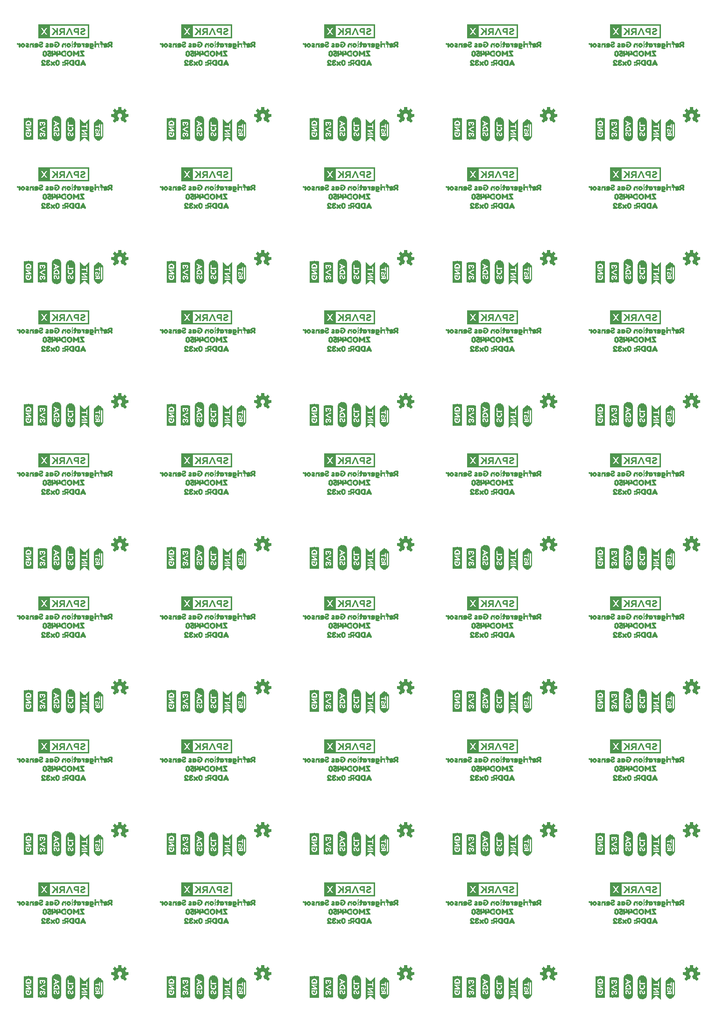
<source format=gbo>
G04 EAGLE Gerber RS-274X export*
G75*
%MOMM*%
%FSLAX34Y34*%
%LPD*%
%INSilkscreen Bottom*%
%IPPOS*%
%AMOC8*
5,1,8,0,0,1.08239X$1,22.5*%
G01*
%ADD10R,0.040000X3.880000*%
%ADD11R,0.040000X0.840000*%
%ADD12R,0.040000X2.800000*%
%ADD13R,0.040000X0.760000*%
%ADD14R,0.040000X0.320000*%
%ADD15R,0.040000X0.480000*%
%ADD16R,0.040000X0.160000*%
%ADD17R,0.040000X0.680000*%
%ADD18R,0.040000X0.200000*%
%ADD19R,0.040000X0.400000*%
%ADD20R,0.040000X0.120000*%
%ADD21R,0.040000X0.640000*%
%ADD22R,0.040000X0.360000*%
%ADD23R,0.040000X0.560000*%
%ADD24R,0.040000X0.600000*%
%ADD25R,0.040000X0.520000*%
%ADD26R,0.040000X0.280000*%
%ADD27R,0.040000X0.240000*%
%ADD28R,0.040000X0.720000*%
%ADD29R,0.040000X0.440000*%
%ADD30R,0.040000X0.040000*%
%ADD31R,0.040000X0.080000*%
%ADD32R,0.040000X0.800000*%
%ADD33R,0.040000X3.640000*%
%ADD34R,0.040000X1.800000*%
%ADD35R,0.040000X0.880000*%
%ADD36R,0.040000X3.320000*%
%ADD37R,0.040000X3.560000*%
%ADD38R,0.040000X3.720000*%
%ADD39R,0.040000X3.960000*%
%ADD40R,0.040000X4.040000*%
%ADD41R,0.040000X4.120000*%
%ADD42R,0.040000X0.960000*%
%ADD43R,0.040000X3.040000*%
%ADD44R,0.040000X0.920000*%
%ADD45R,0.040000X1.160000*%
%ADD46R,0.040000X1.120000*%
%ADD47R,0.040000X1.080000*%
%ADD48R,0.040000X1.040000*%
%ADD49R,0.040000X1.000000*%
%ADD50R,0.040000X1.240000*%
%ADD51R,0.040000X1.360000*%
%ADD52R,0.040000X3.080000*%
%ADD53R,0.040000X3.480000*%
%ADD54R,0.040000X3.800000*%
%ADD55R,0.040000X1.280000*%
%ADD56R,0.040000X1.320000*%
%ADD57R,0.040000X2.520000*%
%ADD58R,0.040000X2.600000*%
%ADD59R,0.040000X2.760000*%
%ADD60R,0.040000X2.840000*%
%ADD61R,0.040000X3.400000*%
%ADD62R,0.040000X2.920000*%
%ADD63R,0.240000X0.040000*%
%ADD64R,0.200000X0.040000*%
%ADD65R,0.160000X0.040000*%
%ADD66R,0.360000X0.040000*%
%ADD67R,0.320000X0.040000*%
%ADD68R,0.280000X0.040000*%
%ADD69R,0.560000X0.040000*%
%ADD70R,0.400000X0.040000*%
%ADD71R,0.120000X0.040000*%
%ADD72R,0.520000X0.040000*%
%ADD73R,0.480000X0.040000*%
%ADD74R,0.680000X0.040000*%
%ADD75R,0.600000X0.040000*%
%ADD76R,0.720000X0.040000*%
%ADD77R,0.440000X0.040000*%
%ADD78R,0.640000X0.040000*%
%ADD79R,0.760000X0.040000*%
%ADD80R,0.800000X0.040000*%
%ADD81R,0.080000X0.040000*%
%ADD82R,0.880000X0.040000*%
%ADD83R,0.840000X0.040000*%
%ADD84R,0.920000X0.040000*%
%ADD85R,1.160000X0.040000*%
%ADD86R,0.960000X0.040000*%

G36*
X172767Y1757711D02*
X172767Y1757711D01*
X172762Y1757719D01*
X172769Y1757725D01*
X172769Y1783035D01*
X172733Y1783083D01*
X172726Y1783077D01*
X172720Y1783085D01*
X81280Y1783085D01*
X81233Y1783049D01*
X81238Y1783041D01*
X81231Y1783035D01*
X81231Y1757725D01*
X81267Y1757677D01*
X81274Y1757683D01*
X81280Y1757675D01*
X172720Y1757675D01*
X172767Y1757711D01*
G37*
G36*
X431847Y1757711D02*
X431847Y1757711D01*
X431842Y1757719D01*
X431849Y1757725D01*
X431849Y1783035D01*
X431813Y1783083D01*
X431806Y1783077D01*
X431800Y1783085D01*
X340360Y1783085D01*
X340313Y1783049D01*
X340318Y1783041D01*
X340311Y1783035D01*
X340311Y1757725D01*
X340347Y1757677D01*
X340354Y1757683D01*
X340360Y1757675D01*
X431800Y1757675D01*
X431847Y1757711D01*
G37*
G36*
X950007Y1757711D02*
X950007Y1757711D01*
X950002Y1757719D01*
X950009Y1757725D01*
X950009Y1783035D01*
X949973Y1783083D01*
X949966Y1783077D01*
X949960Y1783085D01*
X858520Y1783085D01*
X858473Y1783049D01*
X858478Y1783041D01*
X858471Y1783035D01*
X858471Y1757725D01*
X858507Y1757677D01*
X858514Y1757683D01*
X858520Y1757675D01*
X949960Y1757675D01*
X950007Y1757711D01*
G37*
G36*
X690927Y1757711D02*
X690927Y1757711D01*
X690922Y1757719D01*
X690929Y1757725D01*
X690929Y1783035D01*
X690893Y1783083D01*
X690886Y1783077D01*
X690880Y1783085D01*
X599440Y1783085D01*
X599393Y1783049D01*
X599398Y1783041D01*
X599391Y1783035D01*
X599391Y1757725D01*
X599427Y1757677D01*
X599434Y1757683D01*
X599440Y1757675D01*
X690880Y1757675D01*
X690927Y1757711D01*
G37*
G36*
X1209087Y1757711D02*
X1209087Y1757711D01*
X1209082Y1757719D01*
X1209089Y1757725D01*
X1209089Y1783035D01*
X1209053Y1783083D01*
X1209046Y1783077D01*
X1209040Y1783085D01*
X1117600Y1783085D01*
X1117553Y1783049D01*
X1117558Y1783041D01*
X1117551Y1783035D01*
X1117551Y1757725D01*
X1117587Y1757677D01*
X1117594Y1757683D01*
X1117600Y1757675D01*
X1209040Y1757675D01*
X1209087Y1757711D01*
G37*
G36*
X431847Y462311D02*
X431847Y462311D01*
X431842Y462319D01*
X431849Y462325D01*
X431849Y487635D01*
X431813Y487683D01*
X431806Y487677D01*
X431800Y487685D01*
X340360Y487685D01*
X340313Y487649D01*
X340318Y487641D01*
X340311Y487635D01*
X340311Y462325D01*
X340347Y462277D01*
X340354Y462283D01*
X340360Y462275D01*
X431800Y462275D01*
X431847Y462311D01*
G37*
G36*
X950007Y462311D02*
X950007Y462311D01*
X950002Y462319D01*
X950009Y462325D01*
X950009Y487635D01*
X949973Y487683D01*
X949966Y487677D01*
X949960Y487685D01*
X858520Y487685D01*
X858473Y487649D01*
X858478Y487641D01*
X858471Y487635D01*
X858471Y462325D01*
X858507Y462277D01*
X858514Y462283D01*
X858520Y462275D01*
X949960Y462275D01*
X950007Y462311D01*
G37*
G36*
X690927Y462311D02*
X690927Y462311D01*
X690922Y462319D01*
X690929Y462325D01*
X690929Y487635D01*
X690893Y487683D01*
X690886Y487677D01*
X690880Y487685D01*
X599440Y487685D01*
X599393Y487649D01*
X599398Y487641D01*
X599391Y487635D01*
X599391Y462325D01*
X599427Y462277D01*
X599434Y462283D01*
X599440Y462275D01*
X690880Y462275D01*
X690927Y462311D01*
G37*
G36*
X431847Y980471D02*
X431847Y980471D01*
X431842Y980479D01*
X431849Y980485D01*
X431849Y1005795D01*
X431813Y1005843D01*
X431806Y1005837D01*
X431800Y1005845D01*
X340360Y1005845D01*
X340313Y1005809D01*
X340318Y1005801D01*
X340311Y1005795D01*
X340311Y980485D01*
X340347Y980437D01*
X340354Y980443D01*
X340360Y980435D01*
X431800Y980435D01*
X431847Y980471D01*
G37*
G36*
X690927Y203231D02*
X690927Y203231D01*
X690922Y203239D01*
X690929Y203245D01*
X690929Y228555D01*
X690893Y228603D01*
X690886Y228597D01*
X690880Y228605D01*
X599440Y228605D01*
X599393Y228569D01*
X599398Y228561D01*
X599391Y228555D01*
X599391Y203245D01*
X599427Y203197D01*
X599434Y203203D01*
X599440Y203195D01*
X690880Y203195D01*
X690927Y203231D01*
G37*
G36*
X690927Y1239551D02*
X690927Y1239551D01*
X690922Y1239559D01*
X690929Y1239565D01*
X690929Y1264875D01*
X690893Y1264923D01*
X690886Y1264917D01*
X690880Y1264925D01*
X599440Y1264925D01*
X599393Y1264889D01*
X599398Y1264881D01*
X599391Y1264875D01*
X599391Y1239565D01*
X599427Y1239517D01*
X599434Y1239523D01*
X599440Y1239515D01*
X690880Y1239515D01*
X690927Y1239551D01*
G37*
G36*
X172767Y1498631D02*
X172767Y1498631D01*
X172762Y1498639D01*
X172769Y1498645D01*
X172769Y1523955D01*
X172733Y1524003D01*
X172726Y1523997D01*
X172720Y1524005D01*
X81280Y1524005D01*
X81233Y1523969D01*
X81238Y1523961D01*
X81231Y1523955D01*
X81231Y1498645D01*
X81267Y1498597D01*
X81274Y1498603D01*
X81280Y1498595D01*
X172720Y1498595D01*
X172767Y1498631D01*
G37*
G36*
X1209087Y1498631D02*
X1209087Y1498631D01*
X1209082Y1498639D01*
X1209089Y1498645D01*
X1209089Y1523955D01*
X1209053Y1524003D01*
X1209046Y1523997D01*
X1209040Y1524005D01*
X1117600Y1524005D01*
X1117553Y1523969D01*
X1117558Y1523961D01*
X1117551Y1523955D01*
X1117551Y1498645D01*
X1117587Y1498597D01*
X1117594Y1498603D01*
X1117600Y1498595D01*
X1209040Y1498595D01*
X1209087Y1498631D01*
G37*
G36*
X1209087Y980471D02*
X1209087Y980471D01*
X1209082Y980479D01*
X1209089Y980485D01*
X1209089Y1005795D01*
X1209053Y1005843D01*
X1209046Y1005837D01*
X1209040Y1005845D01*
X1117600Y1005845D01*
X1117553Y1005809D01*
X1117558Y1005801D01*
X1117551Y1005795D01*
X1117551Y980485D01*
X1117587Y980437D01*
X1117594Y980443D01*
X1117600Y980435D01*
X1209040Y980435D01*
X1209087Y980471D01*
G37*
G36*
X950007Y203231D02*
X950007Y203231D01*
X950002Y203239D01*
X950009Y203245D01*
X950009Y228555D01*
X949973Y228603D01*
X949966Y228597D01*
X949960Y228605D01*
X858520Y228605D01*
X858473Y228569D01*
X858478Y228561D01*
X858471Y228555D01*
X858471Y203245D01*
X858507Y203197D01*
X858514Y203203D01*
X858520Y203195D01*
X949960Y203195D01*
X950007Y203231D01*
G37*
G36*
X690927Y1498631D02*
X690927Y1498631D01*
X690922Y1498639D01*
X690929Y1498645D01*
X690929Y1523955D01*
X690893Y1524003D01*
X690886Y1523997D01*
X690880Y1524005D01*
X599440Y1524005D01*
X599393Y1523969D01*
X599398Y1523961D01*
X599391Y1523955D01*
X599391Y1498645D01*
X599427Y1498597D01*
X599434Y1498603D01*
X599440Y1498595D01*
X690880Y1498595D01*
X690927Y1498631D01*
G37*
G36*
X950007Y1498631D02*
X950007Y1498631D01*
X950002Y1498639D01*
X950009Y1498645D01*
X950009Y1523955D01*
X949973Y1524003D01*
X949966Y1523997D01*
X949960Y1524005D01*
X858520Y1524005D01*
X858473Y1523969D01*
X858478Y1523961D01*
X858471Y1523955D01*
X858471Y1498645D01*
X858507Y1498597D01*
X858514Y1498603D01*
X858520Y1498595D01*
X949960Y1498595D01*
X950007Y1498631D01*
G37*
G36*
X172767Y980471D02*
X172767Y980471D01*
X172762Y980479D01*
X172769Y980485D01*
X172769Y1005795D01*
X172733Y1005843D01*
X172726Y1005837D01*
X172720Y1005845D01*
X81280Y1005845D01*
X81233Y1005809D01*
X81238Y1005801D01*
X81231Y1005795D01*
X81231Y980485D01*
X81267Y980437D01*
X81274Y980443D01*
X81280Y980435D01*
X172720Y980435D01*
X172767Y980471D01*
G37*
G36*
X950007Y980471D02*
X950007Y980471D01*
X950002Y980479D01*
X950009Y980485D01*
X950009Y1005795D01*
X949973Y1005843D01*
X949966Y1005837D01*
X949960Y1005845D01*
X858520Y1005845D01*
X858473Y1005809D01*
X858478Y1005801D01*
X858471Y1005795D01*
X858471Y980485D01*
X858507Y980437D01*
X858514Y980443D01*
X858520Y980435D01*
X949960Y980435D01*
X950007Y980471D01*
G37*
G36*
X81267Y203197D02*
X81267Y203197D01*
X81274Y203203D01*
X81280Y203195D01*
X172720Y203195D01*
X172767Y203231D01*
X172762Y203239D01*
X172769Y203245D01*
X172769Y228555D01*
X172733Y228603D01*
X172726Y228597D01*
X172720Y228605D01*
X81280Y228605D01*
X81233Y228569D01*
X81238Y228561D01*
X81231Y228555D01*
X81231Y203245D01*
X81267Y203197D01*
G37*
G36*
X431847Y203231D02*
X431847Y203231D01*
X431842Y203239D01*
X431849Y203245D01*
X431849Y228555D01*
X431813Y228603D01*
X431806Y228597D01*
X431800Y228605D01*
X340360Y228605D01*
X340313Y228569D01*
X340318Y228561D01*
X340311Y228555D01*
X340311Y203245D01*
X340347Y203197D01*
X340354Y203203D01*
X340360Y203195D01*
X431800Y203195D01*
X431847Y203231D01*
G37*
G36*
X1209087Y203231D02*
X1209087Y203231D01*
X1209082Y203239D01*
X1209089Y203245D01*
X1209089Y228555D01*
X1209053Y228603D01*
X1209046Y228597D01*
X1209040Y228605D01*
X1117600Y228605D01*
X1117553Y228569D01*
X1117558Y228561D01*
X1117551Y228555D01*
X1117551Y203245D01*
X1117587Y203197D01*
X1117594Y203203D01*
X1117600Y203195D01*
X1209040Y203195D01*
X1209087Y203231D01*
G37*
G36*
X690927Y980471D02*
X690927Y980471D01*
X690922Y980479D01*
X690929Y980485D01*
X690929Y1005795D01*
X690893Y1005843D01*
X690886Y1005837D01*
X690880Y1005845D01*
X599440Y1005845D01*
X599393Y1005809D01*
X599398Y1005801D01*
X599391Y1005795D01*
X599391Y980485D01*
X599427Y980437D01*
X599434Y980443D01*
X599440Y980435D01*
X690880Y980435D01*
X690927Y980471D01*
G37*
G36*
X950007Y721391D02*
X950007Y721391D01*
X950002Y721399D01*
X950009Y721405D01*
X950009Y746715D01*
X949973Y746763D01*
X949966Y746757D01*
X949960Y746765D01*
X858520Y746765D01*
X858473Y746729D01*
X858478Y746721D01*
X858471Y746715D01*
X858471Y721405D01*
X858507Y721357D01*
X858514Y721363D01*
X858520Y721355D01*
X949960Y721355D01*
X950007Y721391D01*
G37*
G36*
X172767Y721391D02*
X172767Y721391D01*
X172762Y721399D01*
X172769Y721405D01*
X172769Y746715D01*
X172733Y746763D01*
X172726Y746757D01*
X172720Y746765D01*
X81280Y746765D01*
X81233Y746729D01*
X81238Y746721D01*
X81231Y746715D01*
X81231Y721405D01*
X81267Y721357D01*
X81274Y721363D01*
X81280Y721355D01*
X172720Y721355D01*
X172767Y721391D01*
G37*
G36*
X431847Y1498631D02*
X431847Y1498631D01*
X431842Y1498639D01*
X431849Y1498645D01*
X431849Y1523955D01*
X431813Y1524003D01*
X431806Y1523997D01*
X431800Y1524005D01*
X340360Y1524005D01*
X340313Y1523969D01*
X340318Y1523961D01*
X340311Y1523955D01*
X340311Y1498645D01*
X340347Y1498597D01*
X340354Y1498603D01*
X340360Y1498595D01*
X431800Y1498595D01*
X431847Y1498631D01*
G37*
G36*
X172767Y1239551D02*
X172767Y1239551D01*
X172762Y1239559D01*
X172769Y1239565D01*
X172769Y1264875D01*
X172733Y1264923D01*
X172726Y1264917D01*
X172720Y1264925D01*
X81280Y1264925D01*
X81233Y1264889D01*
X81238Y1264881D01*
X81231Y1264875D01*
X81231Y1239565D01*
X81267Y1239517D01*
X81274Y1239523D01*
X81280Y1239515D01*
X172720Y1239515D01*
X172767Y1239551D01*
G37*
G36*
X1209087Y1239551D02*
X1209087Y1239551D01*
X1209082Y1239559D01*
X1209089Y1239565D01*
X1209089Y1264875D01*
X1209053Y1264923D01*
X1209046Y1264917D01*
X1209040Y1264925D01*
X1117600Y1264925D01*
X1117553Y1264889D01*
X1117558Y1264881D01*
X1117551Y1264875D01*
X1117551Y1239565D01*
X1117587Y1239517D01*
X1117594Y1239523D01*
X1117600Y1239515D01*
X1209040Y1239515D01*
X1209087Y1239551D01*
G37*
G36*
X1209087Y721391D02*
X1209087Y721391D01*
X1209082Y721399D01*
X1209089Y721405D01*
X1209089Y746715D01*
X1209053Y746763D01*
X1209046Y746757D01*
X1209040Y746765D01*
X1117600Y746765D01*
X1117553Y746729D01*
X1117558Y746721D01*
X1117551Y746715D01*
X1117551Y721405D01*
X1117587Y721357D01*
X1117594Y721363D01*
X1117600Y721355D01*
X1209040Y721355D01*
X1209087Y721391D01*
G37*
G36*
X690927Y721391D02*
X690927Y721391D01*
X690922Y721399D01*
X690929Y721405D01*
X690929Y746715D01*
X690893Y746763D01*
X690886Y746757D01*
X690880Y746765D01*
X599440Y746765D01*
X599393Y746729D01*
X599398Y746721D01*
X599391Y746715D01*
X599391Y721405D01*
X599427Y721357D01*
X599434Y721363D01*
X599440Y721355D01*
X690880Y721355D01*
X690927Y721391D01*
G37*
G36*
X431847Y721391D02*
X431847Y721391D01*
X431842Y721399D01*
X431849Y721405D01*
X431849Y746715D01*
X431813Y746763D01*
X431806Y746757D01*
X431800Y746765D01*
X340360Y746765D01*
X340313Y746729D01*
X340318Y746721D01*
X340311Y746715D01*
X340311Y721405D01*
X340347Y721357D01*
X340354Y721363D01*
X340360Y721355D01*
X431800Y721355D01*
X431847Y721391D01*
G37*
G36*
X431847Y1239551D02*
X431847Y1239551D01*
X431842Y1239559D01*
X431849Y1239565D01*
X431849Y1264875D01*
X431813Y1264923D01*
X431806Y1264917D01*
X431800Y1264925D01*
X340360Y1264925D01*
X340313Y1264889D01*
X340318Y1264881D01*
X340311Y1264875D01*
X340311Y1239565D01*
X340347Y1239517D01*
X340354Y1239523D01*
X340360Y1239515D01*
X431800Y1239515D01*
X431847Y1239551D01*
G37*
G36*
X950007Y1239551D02*
X950007Y1239551D01*
X950002Y1239559D01*
X950009Y1239565D01*
X950009Y1264875D01*
X949973Y1264923D01*
X949966Y1264917D01*
X949960Y1264925D01*
X858520Y1264925D01*
X858473Y1264889D01*
X858478Y1264881D01*
X858471Y1264875D01*
X858471Y1239565D01*
X858507Y1239517D01*
X858514Y1239523D01*
X858520Y1239515D01*
X949960Y1239515D01*
X950007Y1239551D01*
G37*
G36*
X1209087Y462311D02*
X1209087Y462311D01*
X1209082Y462319D01*
X1209089Y462325D01*
X1209089Y487635D01*
X1209053Y487683D01*
X1209046Y487677D01*
X1209040Y487685D01*
X1117600Y487685D01*
X1117553Y487649D01*
X1117558Y487641D01*
X1117551Y487635D01*
X1117551Y462325D01*
X1117587Y462277D01*
X1117594Y462283D01*
X1117600Y462275D01*
X1209040Y462275D01*
X1209087Y462311D01*
G37*
G36*
X172767Y462311D02*
X172767Y462311D01*
X172762Y462319D01*
X172769Y462325D01*
X172769Y487635D01*
X172733Y487683D01*
X172726Y487677D01*
X172720Y487685D01*
X81280Y487685D01*
X81233Y487649D01*
X81238Y487641D01*
X81231Y487635D01*
X81231Y462325D01*
X81267Y462277D01*
X81274Y462283D01*
X81280Y462275D01*
X172720Y462275D01*
X172767Y462311D01*
G37*
%LPC*%
G36*
X101757Y1760124D02*
X101757Y1760124D01*
X101757Y1780636D01*
X170321Y1780636D01*
X170321Y1760124D01*
X101757Y1760124D01*
G37*
%LPD*%
%LPC*%
G36*
X878997Y1760124D02*
X878997Y1760124D01*
X878997Y1780636D01*
X947561Y1780636D01*
X947561Y1760124D01*
X878997Y1760124D01*
G37*
%LPD*%
%LPC*%
G36*
X360837Y1760124D02*
X360837Y1760124D01*
X360837Y1780636D01*
X429401Y1780636D01*
X429401Y1760124D01*
X360837Y1760124D01*
G37*
%LPD*%
%LPC*%
G36*
X619917Y1760124D02*
X619917Y1760124D01*
X619917Y1780636D01*
X688481Y1780636D01*
X688481Y1760124D01*
X619917Y1760124D01*
G37*
%LPD*%
%LPC*%
G36*
X878997Y464724D02*
X878997Y464724D01*
X878997Y485236D01*
X947561Y485236D01*
X947561Y464724D01*
X878997Y464724D01*
G37*
%LPD*%
%LPC*%
G36*
X101757Y1501044D02*
X101757Y1501044D01*
X101757Y1521556D01*
X170321Y1521556D01*
X170321Y1501044D01*
X101757Y1501044D01*
G37*
%LPD*%
%LPC*%
G36*
X1138077Y1760124D02*
X1138077Y1760124D01*
X1138077Y1780636D01*
X1206641Y1780636D01*
X1206641Y1760124D01*
X1138077Y1760124D01*
G37*
%LPD*%
%LPC*%
G36*
X878997Y723804D02*
X878997Y723804D01*
X878997Y744316D01*
X947561Y744316D01*
X947561Y723804D01*
X878997Y723804D01*
G37*
%LPD*%
%LPC*%
G36*
X360837Y723804D02*
X360837Y723804D01*
X360837Y744316D01*
X429401Y744316D01*
X429401Y723804D01*
X360837Y723804D01*
G37*
%LPD*%
%LPC*%
G36*
X619917Y723804D02*
X619917Y723804D01*
X619917Y744316D01*
X688481Y744316D01*
X688481Y723804D01*
X619917Y723804D01*
G37*
%LPD*%
%LPC*%
G36*
X101757Y723804D02*
X101757Y723804D01*
X101757Y744316D01*
X170321Y744316D01*
X170321Y723804D01*
X101757Y723804D01*
G37*
%LPD*%
%LPC*%
G36*
X878997Y205644D02*
X878997Y205644D01*
X878997Y226156D01*
X947561Y226156D01*
X947561Y205644D01*
X878997Y205644D01*
G37*
%LPD*%
%LPC*%
G36*
X1138077Y723804D02*
X1138077Y723804D01*
X1138077Y744316D01*
X1206641Y744316D01*
X1206641Y723804D01*
X1138077Y723804D01*
G37*
%LPD*%
%LPC*%
G36*
X619917Y205644D02*
X619917Y205644D01*
X619917Y226156D01*
X688481Y226156D01*
X688481Y205644D01*
X619917Y205644D01*
G37*
%LPD*%
%LPC*%
G36*
X360837Y205644D02*
X360837Y205644D01*
X360837Y226156D01*
X429401Y226156D01*
X429401Y205644D01*
X360837Y205644D01*
G37*
%LPD*%
%LPC*%
G36*
X170321Y226156D02*
X170321Y226156D01*
X170321Y205644D01*
X101757Y205644D01*
X101757Y226156D01*
X170321Y226156D01*
G37*
%LPD*%
%LPC*%
G36*
X878997Y1501044D02*
X878997Y1501044D01*
X878997Y1521556D01*
X947561Y1521556D01*
X947561Y1501044D01*
X878997Y1501044D01*
G37*
%LPD*%
%LPC*%
G36*
X1138077Y1501044D02*
X1138077Y1501044D01*
X1138077Y1521556D01*
X1206641Y1521556D01*
X1206641Y1501044D01*
X1138077Y1501044D01*
G37*
%LPD*%
%LPC*%
G36*
X360837Y1501044D02*
X360837Y1501044D01*
X360837Y1521556D01*
X429401Y1521556D01*
X429401Y1501044D01*
X360837Y1501044D01*
G37*
%LPD*%
%LPC*%
G36*
X1138077Y205644D02*
X1138077Y205644D01*
X1138077Y226156D01*
X1206641Y226156D01*
X1206641Y205644D01*
X1138077Y205644D01*
G37*
%LPD*%
%LPC*%
G36*
X101757Y982884D02*
X101757Y982884D01*
X101757Y1003396D01*
X170321Y1003396D01*
X170321Y982884D01*
X101757Y982884D01*
G37*
%LPD*%
%LPC*%
G36*
X360837Y982884D02*
X360837Y982884D01*
X360837Y1003396D01*
X429401Y1003396D01*
X429401Y982884D01*
X360837Y982884D01*
G37*
%LPD*%
%LPC*%
G36*
X619917Y982884D02*
X619917Y982884D01*
X619917Y1003396D01*
X688481Y1003396D01*
X688481Y982884D01*
X619917Y982884D01*
G37*
%LPD*%
%LPC*%
G36*
X1138077Y982884D02*
X1138077Y982884D01*
X1138077Y1003396D01*
X1206641Y1003396D01*
X1206641Y982884D01*
X1138077Y982884D01*
G37*
%LPD*%
%LPC*%
G36*
X360837Y1241964D02*
X360837Y1241964D01*
X360837Y1262476D01*
X429401Y1262476D01*
X429401Y1241964D01*
X360837Y1241964D01*
G37*
%LPD*%
%LPC*%
G36*
X878997Y1241964D02*
X878997Y1241964D01*
X878997Y1262476D01*
X947561Y1262476D01*
X947561Y1241964D01*
X878997Y1241964D01*
G37*
%LPD*%
%LPC*%
G36*
X1138077Y1241964D02*
X1138077Y1241964D01*
X1138077Y1262476D01*
X1206641Y1262476D01*
X1206641Y1241964D01*
X1138077Y1241964D01*
G37*
%LPD*%
%LPC*%
G36*
X101757Y1241964D02*
X101757Y1241964D01*
X101757Y1262476D01*
X170321Y1262476D01*
X170321Y1241964D01*
X101757Y1241964D01*
G37*
%LPD*%
%LPC*%
G36*
X619917Y1241964D02*
X619917Y1241964D01*
X619917Y1262476D01*
X688481Y1262476D01*
X688481Y1241964D01*
X619917Y1241964D01*
G37*
%LPD*%
%LPC*%
G36*
X619917Y1501044D02*
X619917Y1501044D01*
X619917Y1521556D01*
X688481Y1521556D01*
X688481Y1501044D01*
X619917Y1501044D01*
G37*
%LPD*%
%LPC*%
G36*
X1138077Y464724D02*
X1138077Y464724D01*
X1138077Y485236D01*
X1206641Y485236D01*
X1206641Y464724D01*
X1138077Y464724D01*
G37*
%LPD*%
%LPC*%
G36*
X619917Y464724D02*
X619917Y464724D01*
X619917Y485236D01*
X688481Y485236D01*
X688481Y464724D01*
X619917Y464724D01*
G37*
%LPD*%
%LPC*%
G36*
X101757Y464724D02*
X101757Y464724D01*
X101757Y485236D01*
X170321Y485236D01*
X170321Y464724D01*
X101757Y464724D01*
G37*
%LPD*%
%LPC*%
G36*
X360837Y464724D02*
X360837Y464724D01*
X360837Y485236D01*
X429401Y485236D01*
X429401Y464724D01*
X360837Y464724D01*
G37*
%LPD*%
%LPC*%
G36*
X878997Y982884D02*
X878997Y982884D01*
X878997Y1003396D01*
X947561Y1003396D01*
X947561Y982884D01*
X878997Y982884D01*
G37*
%LPD*%
G36*
X756080Y50946D02*
X756080Y50946D01*
X756188Y50956D01*
X756201Y50962D01*
X756215Y50964D01*
X756312Y51012D01*
X756411Y51057D01*
X756424Y51068D01*
X756433Y51072D01*
X756448Y51088D01*
X756525Y51150D01*
X759110Y53735D01*
X759173Y53824D01*
X759239Y53909D01*
X759244Y53922D01*
X759252Y53934D01*
X759283Y54037D01*
X759319Y54140D01*
X759319Y54154D01*
X759323Y54167D01*
X759319Y54275D01*
X759320Y54384D01*
X759315Y54397D01*
X759315Y54411D01*
X759277Y54513D01*
X759242Y54615D01*
X759233Y54630D01*
X759229Y54639D01*
X759215Y54656D01*
X759161Y54738D01*
X756397Y58128D01*
X756954Y59210D01*
X756960Y59230D01*
X757002Y59325D01*
X757373Y60484D01*
X761724Y60927D01*
X761828Y60955D01*
X761934Y60980D01*
X761946Y60987D01*
X761959Y60990D01*
X762049Y61051D01*
X762142Y61108D01*
X762150Y61119D01*
X762162Y61127D01*
X762228Y61213D01*
X762297Y61297D01*
X762301Y61310D01*
X762310Y61321D01*
X762344Y61424D01*
X762383Y61525D01*
X762384Y61543D01*
X762388Y61552D01*
X762388Y61574D01*
X762397Y61672D01*
X762397Y65328D01*
X762380Y65435D01*
X762366Y65543D01*
X762360Y65555D01*
X762358Y65569D01*
X762306Y65665D01*
X762259Y65762D01*
X762249Y65772D01*
X762243Y65784D01*
X762163Y65858D01*
X762087Y65935D01*
X762075Y65941D01*
X762065Y65951D01*
X761966Y65996D01*
X761869Y66044D01*
X761851Y66048D01*
X761842Y66052D01*
X761821Y66054D01*
X761724Y66073D01*
X757373Y66516D01*
X757002Y67675D01*
X756993Y67692D01*
X756991Y67700D01*
X756987Y67707D01*
X756954Y67790D01*
X756397Y68872D01*
X759161Y72262D01*
X759215Y72356D01*
X759272Y72448D01*
X759275Y72461D01*
X759282Y72473D01*
X759303Y72580D01*
X759328Y72685D01*
X759326Y72699D01*
X759329Y72713D01*
X759314Y72820D01*
X759304Y72928D01*
X759298Y72941D01*
X759296Y72955D01*
X759248Y73052D01*
X759203Y73151D01*
X759192Y73164D01*
X759188Y73173D01*
X759172Y73188D01*
X759110Y73265D01*
X756525Y75850D01*
X756436Y75913D01*
X756351Y75979D01*
X756338Y75984D01*
X756326Y75992D01*
X756223Y76023D01*
X756120Y76059D01*
X756106Y76059D01*
X756093Y76063D01*
X755985Y76059D01*
X755876Y76060D01*
X755863Y76055D01*
X755849Y76055D01*
X755747Y76017D01*
X755645Y75982D01*
X755630Y75973D01*
X755621Y75969D01*
X755604Y75955D01*
X755522Y75901D01*
X752132Y73137D01*
X751050Y73694D01*
X751030Y73700D01*
X750935Y73742D01*
X749776Y74113D01*
X749333Y78464D01*
X749305Y78568D01*
X749280Y78674D01*
X749273Y78686D01*
X749270Y78699D01*
X749209Y78789D01*
X749152Y78882D01*
X749141Y78890D01*
X749133Y78902D01*
X749047Y78968D01*
X748963Y79037D01*
X748950Y79041D01*
X748939Y79050D01*
X748836Y79084D01*
X748735Y79123D01*
X748717Y79124D01*
X748708Y79128D01*
X748686Y79128D01*
X748588Y79137D01*
X744932Y79137D01*
X744825Y79120D01*
X744717Y79106D01*
X744705Y79100D01*
X744691Y79098D01*
X744595Y79046D01*
X744498Y78999D01*
X744488Y78989D01*
X744476Y78983D01*
X744402Y78903D01*
X744325Y78827D01*
X744319Y78815D01*
X744309Y78805D01*
X744264Y78706D01*
X744216Y78609D01*
X744212Y78591D01*
X744208Y78582D01*
X744206Y78561D01*
X744187Y78464D01*
X743744Y74113D01*
X742585Y73742D01*
X742567Y73732D01*
X742470Y73694D01*
X741388Y73137D01*
X737998Y75901D01*
X737904Y75955D01*
X737812Y76012D01*
X737799Y76015D01*
X737787Y76022D01*
X737680Y76043D01*
X737575Y76068D01*
X737561Y76066D01*
X737547Y76069D01*
X737440Y76054D01*
X737332Y76044D01*
X737319Y76038D01*
X737306Y76036D01*
X737208Y75988D01*
X737109Y75943D01*
X737096Y75932D01*
X737087Y75928D01*
X737072Y75912D01*
X736995Y75850D01*
X734410Y73265D01*
X734347Y73176D01*
X734281Y73091D01*
X734276Y73078D01*
X734268Y73066D01*
X734237Y72963D01*
X734201Y72860D01*
X734201Y72846D01*
X734197Y72833D01*
X734201Y72725D01*
X734200Y72616D01*
X734205Y72603D01*
X734205Y72589D01*
X734243Y72487D01*
X734278Y72385D01*
X734287Y72370D01*
X734291Y72361D01*
X734305Y72344D01*
X734359Y72262D01*
X737123Y68872D01*
X736566Y67790D01*
X736560Y67770D01*
X736518Y67675D01*
X736147Y66516D01*
X731796Y66073D01*
X731692Y66045D01*
X731586Y66020D01*
X731574Y66013D01*
X731561Y66010D01*
X731471Y65949D01*
X731378Y65892D01*
X731370Y65881D01*
X731358Y65873D01*
X731292Y65787D01*
X731224Y65703D01*
X731219Y65690D01*
X731210Y65679D01*
X731176Y65576D01*
X731137Y65475D01*
X731136Y65457D01*
X731132Y65448D01*
X731133Y65426D01*
X731123Y65328D01*
X731123Y61672D01*
X731140Y61565D01*
X731154Y61457D01*
X731160Y61445D01*
X731162Y61431D01*
X731214Y61335D01*
X731261Y61238D01*
X731271Y61228D01*
X731277Y61216D01*
X731357Y61142D01*
X731433Y61065D01*
X731445Y61059D01*
X731456Y61049D01*
X731554Y61004D01*
X731651Y60956D01*
X731669Y60952D01*
X731678Y60948D01*
X731699Y60946D01*
X731796Y60927D01*
X736147Y60484D01*
X736518Y59325D01*
X736528Y59307D01*
X736566Y59210D01*
X737123Y58128D01*
X734359Y54738D01*
X734305Y54644D01*
X734248Y54552D01*
X734245Y54539D01*
X734238Y54527D01*
X734217Y54420D01*
X734192Y54315D01*
X734194Y54301D01*
X734191Y54287D01*
X734206Y54180D01*
X734216Y54072D01*
X734222Y54059D01*
X734224Y54046D01*
X734272Y53948D01*
X734317Y53849D01*
X734328Y53836D01*
X734332Y53827D01*
X734348Y53812D01*
X734410Y53735D01*
X736995Y51150D01*
X737084Y51087D01*
X737169Y51021D01*
X737182Y51016D01*
X737194Y51008D01*
X737297Y50977D01*
X737400Y50941D01*
X737414Y50941D01*
X737427Y50937D01*
X737535Y50941D01*
X737644Y50940D01*
X737657Y50945D01*
X737671Y50945D01*
X737773Y50983D01*
X737875Y51018D01*
X737890Y51027D01*
X737899Y51031D01*
X737916Y51045D01*
X737998Y51099D01*
X741388Y53863D01*
X742470Y53306D01*
X742523Y53289D01*
X742572Y53263D01*
X742638Y53252D01*
X742702Y53231D01*
X742758Y53232D01*
X742812Y53223D01*
X742879Y53234D01*
X742946Y53235D01*
X742998Y53253D01*
X743053Y53262D01*
X743113Y53294D01*
X743176Y53317D01*
X743219Y53351D01*
X743269Y53377D01*
X743315Y53426D01*
X743367Y53468D01*
X743398Y53515D01*
X743436Y53555D01*
X743492Y53660D01*
X743500Y53673D01*
X743501Y53678D01*
X743505Y53685D01*
X745658Y58882D01*
X745678Y58965D01*
X745683Y58978D01*
X745685Y58994D01*
X745710Y59079D01*
X745709Y59100D01*
X745714Y59120D01*
X745706Y59202D01*
X745708Y59221D01*
X745703Y59241D01*
X745699Y59322D01*
X745692Y59342D01*
X745690Y59363D01*
X745659Y59432D01*
X745652Y59459D01*
X745637Y59483D01*
X745611Y59550D01*
X745598Y59566D01*
X745589Y59585D01*
X745544Y59634D01*
X745524Y59666D01*
X745493Y59691D01*
X745455Y59737D01*
X745432Y59753D01*
X745422Y59763D01*
X745401Y59775D01*
X745336Y59820D01*
X745335Y59821D01*
X745334Y59822D01*
X744435Y60328D01*
X743748Y60972D01*
X743233Y61760D01*
X742921Y62648D01*
X742829Y63585D01*
X742962Y64517D01*
X743313Y65391D01*
X743862Y66156D01*
X744576Y66769D01*
X745416Y67194D01*
X746333Y67408D01*
X747274Y67398D01*
X748186Y67164D01*
X749016Y66721D01*
X749717Y66092D01*
X750249Y65315D01*
X750580Y64434D01*
X750693Y63499D01*
X750585Y62582D01*
X750265Y61714D01*
X749751Y60945D01*
X749072Y60318D01*
X748188Y59823D01*
X748146Y59790D01*
X748104Y59767D01*
X748073Y59734D01*
X748025Y59699D01*
X748013Y59683D01*
X747997Y59670D01*
X747962Y59615D01*
X747937Y59589D01*
X747923Y59558D01*
X747882Y59501D01*
X747876Y59482D01*
X747866Y59465D01*
X747847Y59390D01*
X747837Y59367D01*
X747834Y59343D01*
X747811Y59268D01*
X747812Y59248D01*
X747807Y59228D01*
X747814Y59143D01*
X747813Y59124D01*
X747816Y59107D01*
X747819Y59024D01*
X747827Y58999D01*
X747828Y58985D01*
X747838Y58963D01*
X747862Y58882D01*
X748171Y58137D01*
X749102Y55889D01*
X749412Y55140D01*
X750015Y53685D01*
X750044Y53638D01*
X750065Y53586D01*
X750108Y53535D01*
X750144Y53478D01*
X750187Y53443D01*
X750223Y53400D01*
X750280Y53366D01*
X750332Y53323D01*
X750384Y53304D01*
X750432Y53275D01*
X750498Y53261D01*
X750561Y53237D01*
X750616Y53235D01*
X750670Y53224D01*
X750737Y53231D01*
X750804Y53229D01*
X750858Y53245D01*
X750913Y53252D01*
X751024Y53296D01*
X751038Y53300D01*
X751042Y53303D01*
X751050Y53306D01*
X752132Y53863D01*
X755522Y51099D01*
X755616Y51045D01*
X755708Y50988D01*
X755721Y50985D01*
X755733Y50978D01*
X755840Y50957D01*
X755945Y50932D01*
X755959Y50934D01*
X755973Y50931D01*
X756080Y50946D01*
G37*
G36*
X237920Y50946D02*
X237920Y50946D01*
X238028Y50956D01*
X238041Y50962D01*
X238055Y50964D01*
X238152Y51012D01*
X238251Y51057D01*
X238264Y51068D01*
X238273Y51072D01*
X238288Y51088D01*
X238365Y51150D01*
X240950Y53735D01*
X241013Y53824D01*
X241079Y53909D01*
X241084Y53922D01*
X241092Y53934D01*
X241123Y54037D01*
X241159Y54140D01*
X241159Y54154D01*
X241163Y54167D01*
X241159Y54275D01*
X241160Y54384D01*
X241155Y54397D01*
X241155Y54411D01*
X241117Y54513D01*
X241082Y54615D01*
X241073Y54630D01*
X241069Y54639D01*
X241055Y54656D01*
X241001Y54738D01*
X238237Y58128D01*
X238794Y59210D01*
X238800Y59230D01*
X238842Y59325D01*
X239213Y60484D01*
X243564Y60927D01*
X243668Y60955D01*
X243774Y60980D01*
X243786Y60987D01*
X243799Y60990D01*
X243889Y61051D01*
X243982Y61108D01*
X243990Y61119D01*
X244002Y61127D01*
X244068Y61213D01*
X244137Y61297D01*
X244141Y61310D01*
X244150Y61321D01*
X244184Y61424D01*
X244223Y61525D01*
X244224Y61543D01*
X244228Y61552D01*
X244228Y61574D01*
X244237Y61672D01*
X244237Y65328D01*
X244220Y65435D01*
X244206Y65543D01*
X244200Y65555D01*
X244198Y65569D01*
X244146Y65665D01*
X244099Y65762D01*
X244089Y65772D01*
X244083Y65784D01*
X244003Y65858D01*
X243927Y65935D01*
X243915Y65941D01*
X243905Y65951D01*
X243806Y65996D01*
X243709Y66044D01*
X243691Y66048D01*
X243682Y66052D01*
X243661Y66054D01*
X243564Y66073D01*
X239213Y66516D01*
X238842Y67675D01*
X238833Y67692D01*
X238831Y67700D01*
X238827Y67707D01*
X238794Y67790D01*
X238237Y68872D01*
X241001Y72262D01*
X241055Y72356D01*
X241112Y72448D01*
X241115Y72461D01*
X241122Y72473D01*
X241143Y72580D01*
X241168Y72685D01*
X241166Y72699D01*
X241169Y72713D01*
X241154Y72820D01*
X241144Y72928D01*
X241138Y72941D01*
X241136Y72955D01*
X241088Y73052D01*
X241043Y73151D01*
X241032Y73164D01*
X241028Y73173D01*
X241012Y73188D01*
X240950Y73265D01*
X238365Y75850D01*
X238276Y75913D01*
X238191Y75979D01*
X238178Y75984D01*
X238166Y75992D01*
X238063Y76023D01*
X237960Y76059D01*
X237946Y76059D01*
X237933Y76063D01*
X237825Y76059D01*
X237716Y76060D01*
X237703Y76055D01*
X237689Y76055D01*
X237587Y76017D01*
X237485Y75982D01*
X237470Y75973D01*
X237461Y75969D01*
X237444Y75955D01*
X237362Y75901D01*
X233972Y73137D01*
X232890Y73694D01*
X232870Y73700D01*
X232775Y73742D01*
X231616Y74113D01*
X231173Y78464D01*
X231145Y78568D01*
X231120Y78674D01*
X231113Y78686D01*
X231110Y78699D01*
X231049Y78789D01*
X230992Y78882D01*
X230981Y78890D01*
X230973Y78902D01*
X230887Y78968D01*
X230803Y79037D01*
X230790Y79041D01*
X230779Y79050D01*
X230676Y79084D01*
X230575Y79123D01*
X230557Y79124D01*
X230548Y79128D01*
X230526Y79128D01*
X230428Y79137D01*
X226772Y79137D01*
X226665Y79120D01*
X226557Y79106D01*
X226545Y79100D01*
X226531Y79098D01*
X226435Y79046D01*
X226338Y78999D01*
X226328Y78989D01*
X226316Y78983D01*
X226242Y78903D01*
X226165Y78827D01*
X226159Y78815D01*
X226149Y78805D01*
X226104Y78706D01*
X226056Y78609D01*
X226052Y78591D01*
X226048Y78582D01*
X226046Y78561D01*
X226027Y78464D01*
X225584Y74113D01*
X224425Y73742D01*
X224407Y73732D01*
X224310Y73694D01*
X223228Y73137D01*
X219838Y75901D01*
X219744Y75955D01*
X219652Y76012D01*
X219639Y76015D01*
X219627Y76022D01*
X219520Y76043D01*
X219415Y76068D01*
X219401Y76066D01*
X219387Y76069D01*
X219280Y76054D01*
X219172Y76044D01*
X219159Y76038D01*
X219146Y76036D01*
X219048Y75988D01*
X218949Y75943D01*
X218936Y75932D01*
X218927Y75928D01*
X218912Y75912D01*
X218835Y75850D01*
X216250Y73265D01*
X216187Y73176D01*
X216121Y73091D01*
X216116Y73078D01*
X216108Y73066D01*
X216077Y72963D01*
X216041Y72860D01*
X216041Y72846D01*
X216037Y72833D01*
X216041Y72725D01*
X216040Y72616D01*
X216045Y72603D01*
X216045Y72589D01*
X216083Y72487D01*
X216118Y72385D01*
X216127Y72370D01*
X216131Y72361D01*
X216145Y72344D01*
X216199Y72262D01*
X218963Y68872D01*
X218406Y67790D01*
X218400Y67770D01*
X218358Y67675D01*
X217987Y66516D01*
X213636Y66073D01*
X213532Y66045D01*
X213426Y66020D01*
X213414Y66013D01*
X213401Y66010D01*
X213311Y65949D01*
X213218Y65892D01*
X213210Y65881D01*
X213198Y65873D01*
X213132Y65787D01*
X213064Y65703D01*
X213059Y65690D01*
X213050Y65679D01*
X213016Y65576D01*
X212977Y65475D01*
X212976Y65457D01*
X212972Y65448D01*
X212973Y65426D01*
X212963Y65328D01*
X212963Y61672D01*
X212980Y61565D01*
X212994Y61457D01*
X213000Y61445D01*
X213002Y61431D01*
X213054Y61335D01*
X213101Y61238D01*
X213111Y61228D01*
X213117Y61216D01*
X213197Y61142D01*
X213273Y61065D01*
X213285Y61059D01*
X213296Y61049D01*
X213394Y61004D01*
X213491Y60956D01*
X213509Y60952D01*
X213518Y60948D01*
X213539Y60946D01*
X213636Y60927D01*
X217987Y60484D01*
X218358Y59325D01*
X218368Y59307D01*
X218406Y59210D01*
X218963Y58128D01*
X216199Y54738D01*
X216145Y54644D01*
X216088Y54552D01*
X216085Y54539D01*
X216078Y54527D01*
X216057Y54420D01*
X216032Y54315D01*
X216034Y54301D01*
X216031Y54287D01*
X216046Y54180D01*
X216056Y54072D01*
X216062Y54059D01*
X216064Y54046D01*
X216112Y53948D01*
X216157Y53849D01*
X216168Y53836D01*
X216172Y53827D01*
X216188Y53812D01*
X216250Y53735D01*
X218835Y51150D01*
X218924Y51087D01*
X219009Y51021D01*
X219022Y51016D01*
X219034Y51008D01*
X219137Y50977D01*
X219240Y50941D01*
X219254Y50941D01*
X219267Y50937D01*
X219375Y50941D01*
X219484Y50940D01*
X219497Y50945D01*
X219511Y50945D01*
X219613Y50983D01*
X219715Y51018D01*
X219730Y51027D01*
X219739Y51031D01*
X219756Y51045D01*
X219838Y51099D01*
X223228Y53863D01*
X224310Y53306D01*
X224363Y53289D01*
X224412Y53263D01*
X224478Y53252D01*
X224542Y53231D01*
X224598Y53232D01*
X224652Y53223D01*
X224719Y53234D01*
X224786Y53235D01*
X224838Y53253D01*
X224893Y53262D01*
X224953Y53294D01*
X225016Y53317D01*
X225059Y53351D01*
X225109Y53377D01*
X225155Y53426D01*
X225207Y53468D01*
X225238Y53515D01*
X225276Y53555D01*
X225332Y53660D01*
X225340Y53673D01*
X225341Y53678D01*
X225345Y53685D01*
X227498Y58882D01*
X227518Y58965D01*
X227523Y58978D01*
X227525Y58994D01*
X227550Y59079D01*
X227549Y59100D01*
X227554Y59120D01*
X227546Y59202D01*
X227548Y59221D01*
X227543Y59241D01*
X227539Y59322D01*
X227532Y59342D01*
X227530Y59363D01*
X227499Y59432D01*
X227492Y59459D01*
X227477Y59483D01*
X227451Y59550D01*
X227438Y59566D01*
X227429Y59585D01*
X227384Y59634D01*
X227364Y59666D01*
X227333Y59691D01*
X227295Y59737D01*
X227272Y59753D01*
X227262Y59763D01*
X227241Y59775D01*
X227176Y59820D01*
X227175Y59821D01*
X227174Y59822D01*
X226275Y60328D01*
X225588Y60972D01*
X225073Y61760D01*
X224761Y62648D01*
X224669Y63585D01*
X224802Y64517D01*
X225153Y65391D01*
X225702Y66156D01*
X226416Y66769D01*
X227256Y67194D01*
X228173Y67408D01*
X229114Y67398D01*
X230026Y67164D01*
X230856Y66721D01*
X231557Y66092D01*
X232089Y65315D01*
X232420Y64434D01*
X232533Y63499D01*
X232425Y62582D01*
X232105Y61714D01*
X231591Y60945D01*
X230912Y60318D01*
X230028Y59823D01*
X229986Y59790D01*
X229944Y59767D01*
X229913Y59734D01*
X229865Y59699D01*
X229853Y59683D01*
X229837Y59670D01*
X229802Y59615D01*
X229777Y59589D01*
X229763Y59558D01*
X229722Y59501D01*
X229716Y59482D01*
X229706Y59465D01*
X229687Y59390D01*
X229677Y59367D01*
X229674Y59343D01*
X229651Y59268D01*
X229652Y59248D01*
X229647Y59228D01*
X229654Y59143D01*
X229653Y59124D01*
X229656Y59107D01*
X229659Y59024D01*
X229667Y58999D01*
X229668Y58985D01*
X229678Y58963D01*
X229702Y58882D01*
X230011Y58137D01*
X230942Y55889D01*
X231252Y55140D01*
X231855Y53685D01*
X231884Y53638D01*
X231905Y53586D01*
X231948Y53535D01*
X231984Y53478D01*
X232027Y53443D01*
X232063Y53400D01*
X232120Y53366D01*
X232172Y53323D01*
X232224Y53304D01*
X232272Y53275D01*
X232338Y53261D01*
X232401Y53237D01*
X232456Y53235D01*
X232510Y53224D01*
X232577Y53231D01*
X232644Y53229D01*
X232698Y53245D01*
X232753Y53252D01*
X232864Y53296D01*
X232878Y53300D01*
X232882Y53303D01*
X232890Y53306D01*
X233972Y53863D01*
X237362Y51099D01*
X237456Y51045D01*
X237548Y50988D01*
X237561Y50985D01*
X237573Y50978D01*
X237680Y50957D01*
X237785Y50932D01*
X237799Y50934D01*
X237813Y50931D01*
X237920Y50946D01*
G37*
G36*
X1015160Y50946D02*
X1015160Y50946D01*
X1015268Y50956D01*
X1015281Y50962D01*
X1015295Y50964D01*
X1015392Y51012D01*
X1015491Y51057D01*
X1015504Y51068D01*
X1015513Y51072D01*
X1015528Y51088D01*
X1015605Y51150D01*
X1018190Y53735D01*
X1018253Y53824D01*
X1018319Y53909D01*
X1018324Y53922D01*
X1018332Y53934D01*
X1018363Y54037D01*
X1018399Y54140D01*
X1018399Y54154D01*
X1018403Y54167D01*
X1018399Y54275D01*
X1018400Y54384D01*
X1018395Y54397D01*
X1018395Y54411D01*
X1018357Y54513D01*
X1018322Y54615D01*
X1018313Y54630D01*
X1018309Y54639D01*
X1018295Y54656D01*
X1018241Y54738D01*
X1015477Y58128D01*
X1016034Y59210D01*
X1016040Y59230D01*
X1016082Y59325D01*
X1016453Y60484D01*
X1020804Y60927D01*
X1020908Y60955D01*
X1021014Y60980D01*
X1021026Y60987D01*
X1021039Y60990D01*
X1021129Y61051D01*
X1021222Y61108D01*
X1021230Y61119D01*
X1021242Y61127D01*
X1021308Y61213D01*
X1021377Y61297D01*
X1021381Y61310D01*
X1021390Y61321D01*
X1021424Y61424D01*
X1021463Y61525D01*
X1021464Y61543D01*
X1021468Y61552D01*
X1021468Y61574D01*
X1021477Y61672D01*
X1021477Y65328D01*
X1021460Y65435D01*
X1021446Y65543D01*
X1021440Y65555D01*
X1021438Y65569D01*
X1021386Y65665D01*
X1021339Y65762D01*
X1021329Y65772D01*
X1021323Y65784D01*
X1021243Y65858D01*
X1021167Y65935D01*
X1021155Y65941D01*
X1021145Y65951D01*
X1021046Y65996D01*
X1020949Y66044D01*
X1020931Y66048D01*
X1020922Y66052D01*
X1020901Y66054D01*
X1020804Y66073D01*
X1016453Y66516D01*
X1016082Y67675D01*
X1016073Y67692D01*
X1016071Y67700D01*
X1016067Y67707D01*
X1016034Y67790D01*
X1015477Y68872D01*
X1018241Y72262D01*
X1018295Y72356D01*
X1018352Y72448D01*
X1018355Y72461D01*
X1018362Y72473D01*
X1018383Y72580D01*
X1018408Y72685D01*
X1018406Y72699D01*
X1018409Y72713D01*
X1018394Y72820D01*
X1018384Y72928D01*
X1018378Y72941D01*
X1018376Y72955D01*
X1018328Y73052D01*
X1018283Y73151D01*
X1018272Y73164D01*
X1018268Y73173D01*
X1018252Y73188D01*
X1018190Y73265D01*
X1015605Y75850D01*
X1015516Y75913D01*
X1015431Y75979D01*
X1015418Y75984D01*
X1015406Y75992D01*
X1015303Y76023D01*
X1015200Y76059D01*
X1015186Y76059D01*
X1015173Y76063D01*
X1015065Y76059D01*
X1014956Y76060D01*
X1014943Y76055D01*
X1014929Y76055D01*
X1014827Y76017D01*
X1014725Y75982D01*
X1014710Y75973D01*
X1014701Y75969D01*
X1014684Y75955D01*
X1014602Y75901D01*
X1011212Y73137D01*
X1010130Y73694D01*
X1010110Y73700D01*
X1010015Y73742D01*
X1008856Y74113D01*
X1008413Y78464D01*
X1008385Y78568D01*
X1008360Y78674D01*
X1008353Y78686D01*
X1008350Y78699D01*
X1008289Y78789D01*
X1008232Y78882D01*
X1008221Y78890D01*
X1008213Y78902D01*
X1008127Y78968D01*
X1008043Y79037D01*
X1008030Y79041D01*
X1008019Y79050D01*
X1007916Y79084D01*
X1007815Y79123D01*
X1007797Y79124D01*
X1007788Y79128D01*
X1007766Y79128D01*
X1007668Y79137D01*
X1004012Y79137D01*
X1003905Y79120D01*
X1003797Y79106D01*
X1003785Y79100D01*
X1003771Y79098D01*
X1003675Y79046D01*
X1003578Y78999D01*
X1003568Y78989D01*
X1003556Y78983D01*
X1003482Y78903D01*
X1003405Y78827D01*
X1003399Y78815D01*
X1003389Y78805D01*
X1003344Y78706D01*
X1003296Y78609D01*
X1003292Y78591D01*
X1003288Y78582D01*
X1003286Y78561D01*
X1003267Y78464D01*
X1002824Y74113D01*
X1001665Y73742D01*
X1001647Y73732D01*
X1001550Y73694D01*
X1000468Y73137D01*
X997078Y75901D01*
X996984Y75955D01*
X996892Y76012D01*
X996879Y76015D01*
X996867Y76022D01*
X996760Y76043D01*
X996655Y76068D01*
X996641Y76066D01*
X996627Y76069D01*
X996520Y76054D01*
X996412Y76044D01*
X996399Y76038D01*
X996386Y76036D01*
X996288Y75988D01*
X996189Y75943D01*
X996176Y75932D01*
X996167Y75928D01*
X996152Y75912D01*
X996075Y75850D01*
X993490Y73265D01*
X993427Y73176D01*
X993361Y73091D01*
X993356Y73078D01*
X993348Y73066D01*
X993317Y72963D01*
X993281Y72860D01*
X993281Y72846D01*
X993277Y72833D01*
X993281Y72725D01*
X993280Y72616D01*
X993285Y72603D01*
X993285Y72589D01*
X993323Y72487D01*
X993358Y72385D01*
X993367Y72370D01*
X993371Y72361D01*
X993385Y72344D01*
X993439Y72262D01*
X996203Y68872D01*
X995646Y67790D01*
X995640Y67770D01*
X995598Y67675D01*
X995227Y66516D01*
X990876Y66073D01*
X990772Y66045D01*
X990666Y66020D01*
X990654Y66013D01*
X990641Y66010D01*
X990551Y65949D01*
X990458Y65892D01*
X990450Y65881D01*
X990438Y65873D01*
X990372Y65787D01*
X990304Y65703D01*
X990299Y65690D01*
X990290Y65679D01*
X990256Y65576D01*
X990217Y65475D01*
X990216Y65457D01*
X990212Y65448D01*
X990213Y65426D01*
X990203Y65328D01*
X990203Y61672D01*
X990220Y61565D01*
X990234Y61457D01*
X990240Y61445D01*
X990242Y61431D01*
X990294Y61335D01*
X990341Y61238D01*
X990351Y61228D01*
X990357Y61216D01*
X990437Y61142D01*
X990513Y61065D01*
X990525Y61059D01*
X990536Y61049D01*
X990634Y61004D01*
X990731Y60956D01*
X990749Y60952D01*
X990758Y60948D01*
X990779Y60946D01*
X990876Y60927D01*
X995227Y60484D01*
X995598Y59325D01*
X995608Y59307D01*
X995646Y59210D01*
X996203Y58128D01*
X993439Y54738D01*
X993385Y54644D01*
X993328Y54552D01*
X993325Y54539D01*
X993318Y54527D01*
X993297Y54420D01*
X993272Y54315D01*
X993274Y54301D01*
X993271Y54287D01*
X993286Y54180D01*
X993296Y54072D01*
X993302Y54059D01*
X993304Y54046D01*
X993352Y53948D01*
X993397Y53849D01*
X993408Y53836D01*
X993412Y53827D01*
X993428Y53812D01*
X993490Y53735D01*
X996075Y51150D01*
X996164Y51087D01*
X996249Y51021D01*
X996262Y51016D01*
X996274Y51008D01*
X996377Y50977D01*
X996480Y50941D01*
X996494Y50941D01*
X996507Y50937D01*
X996615Y50941D01*
X996724Y50940D01*
X996737Y50945D01*
X996751Y50945D01*
X996853Y50983D01*
X996955Y51018D01*
X996970Y51027D01*
X996979Y51031D01*
X996996Y51045D01*
X997078Y51099D01*
X1000468Y53863D01*
X1001550Y53306D01*
X1001603Y53289D01*
X1001652Y53263D01*
X1001718Y53252D01*
X1001782Y53231D01*
X1001838Y53232D01*
X1001892Y53223D01*
X1001959Y53234D01*
X1002026Y53235D01*
X1002078Y53253D01*
X1002133Y53262D01*
X1002193Y53294D01*
X1002256Y53317D01*
X1002299Y53351D01*
X1002349Y53377D01*
X1002395Y53426D01*
X1002447Y53468D01*
X1002478Y53515D01*
X1002516Y53555D01*
X1002572Y53660D01*
X1002580Y53673D01*
X1002581Y53678D01*
X1002585Y53685D01*
X1004738Y58882D01*
X1004758Y58965D01*
X1004763Y58978D01*
X1004765Y58994D01*
X1004790Y59079D01*
X1004789Y59100D01*
X1004794Y59120D01*
X1004786Y59202D01*
X1004788Y59221D01*
X1004783Y59241D01*
X1004779Y59322D01*
X1004772Y59342D01*
X1004770Y59363D01*
X1004739Y59432D01*
X1004732Y59459D01*
X1004717Y59483D01*
X1004691Y59550D01*
X1004678Y59566D01*
X1004669Y59585D01*
X1004624Y59634D01*
X1004604Y59666D01*
X1004573Y59691D01*
X1004535Y59737D01*
X1004512Y59753D01*
X1004502Y59763D01*
X1004481Y59775D01*
X1004416Y59820D01*
X1004415Y59821D01*
X1004414Y59822D01*
X1003515Y60328D01*
X1002828Y60972D01*
X1002313Y61760D01*
X1002001Y62648D01*
X1001909Y63585D01*
X1002042Y64517D01*
X1002393Y65391D01*
X1002942Y66156D01*
X1003656Y66769D01*
X1004496Y67194D01*
X1005413Y67408D01*
X1006354Y67398D01*
X1007266Y67164D01*
X1008096Y66721D01*
X1008797Y66092D01*
X1009329Y65315D01*
X1009660Y64434D01*
X1009773Y63499D01*
X1009665Y62582D01*
X1009345Y61714D01*
X1008831Y60945D01*
X1008152Y60318D01*
X1007268Y59823D01*
X1007226Y59790D01*
X1007184Y59767D01*
X1007153Y59734D01*
X1007105Y59699D01*
X1007093Y59683D01*
X1007077Y59670D01*
X1007042Y59615D01*
X1007017Y59589D01*
X1007003Y59558D01*
X1006962Y59501D01*
X1006956Y59482D01*
X1006946Y59465D01*
X1006927Y59390D01*
X1006917Y59367D01*
X1006914Y59343D01*
X1006891Y59268D01*
X1006892Y59248D01*
X1006887Y59228D01*
X1006894Y59143D01*
X1006893Y59124D01*
X1006896Y59107D01*
X1006899Y59024D01*
X1006907Y58999D01*
X1006908Y58985D01*
X1006918Y58963D01*
X1006942Y58882D01*
X1007251Y58137D01*
X1008182Y55889D01*
X1008492Y55140D01*
X1009095Y53685D01*
X1009124Y53638D01*
X1009145Y53586D01*
X1009188Y53535D01*
X1009224Y53478D01*
X1009267Y53443D01*
X1009303Y53400D01*
X1009360Y53366D01*
X1009412Y53323D01*
X1009464Y53304D01*
X1009512Y53275D01*
X1009578Y53261D01*
X1009641Y53237D01*
X1009696Y53235D01*
X1009750Y53224D01*
X1009817Y53231D01*
X1009884Y53229D01*
X1009938Y53245D01*
X1009993Y53252D01*
X1010104Y53296D01*
X1010118Y53300D01*
X1010122Y53303D01*
X1010130Y53306D01*
X1011212Y53863D01*
X1014602Y51099D01*
X1014696Y51045D01*
X1014788Y50988D01*
X1014801Y50985D01*
X1014813Y50978D01*
X1014920Y50957D01*
X1015025Y50932D01*
X1015039Y50934D01*
X1015053Y50931D01*
X1015160Y50946D01*
G37*
G36*
X497000Y50946D02*
X497000Y50946D01*
X497108Y50956D01*
X497121Y50962D01*
X497135Y50964D01*
X497232Y51012D01*
X497331Y51057D01*
X497344Y51068D01*
X497353Y51072D01*
X497368Y51088D01*
X497445Y51150D01*
X500030Y53735D01*
X500093Y53824D01*
X500159Y53909D01*
X500164Y53922D01*
X500172Y53934D01*
X500203Y54037D01*
X500239Y54140D01*
X500239Y54154D01*
X500243Y54167D01*
X500239Y54275D01*
X500240Y54384D01*
X500235Y54397D01*
X500235Y54411D01*
X500197Y54513D01*
X500162Y54615D01*
X500153Y54630D01*
X500149Y54639D01*
X500135Y54656D01*
X500081Y54738D01*
X497317Y58128D01*
X497874Y59210D01*
X497880Y59230D01*
X497922Y59325D01*
X498293Y60484D01*
X502644Y60927D01*
X502748Y60955D01*
X502854Y60980D01*
X502866Y60987D01*
X502879Y60990D01*
X502969Y61051D01*
X503062Y61108D01*
X503070Y61119D01*
X503082Y61127D01*
X503148Y61213D01*
X503217Y61297D01*
X503221Y61310D01*
X503230Y61321D01*
X503264Y61424D01*
X503303Y61525D01*
X503304Y61543D01*
X503308Y61552D01*
X503308Y61574D01*
X503317Y61672D01*
X503317Y65328D01*
X503300Y65435D01*
X503286Y65543D01*
X503280Y65555D01*
X503278Y65569D01*
X503226Y65665D01*
X503179Y65762D01*
X503169Y65772D01*
X503163Y65784D01*
X503083Y65858D01*
X503007Y65935D01*
X502995Y65941D01*
X502985Y65951D01*
X502886Y65996D01*
X502789Y66044D01*
X502771Y66048D01*
X502762Y66052D01*
X502741Y66054D01*
X502644Y66073D01*
X498293Y66516D01*
X497922Y67675D01*
X497913Y67692D01*
X497911Y67700D01*
X497907Y67707D01*
X497874Y67790D01*
X497317Y68872D01*
X500081Y72262D01*
X500135Y72356D01*
X500192Y72448D01*
X500195Y72461D01*
X500202Y72473D01*
X500223Y72580D01*
X500248Y72685D01*
X500246Y72699D01*
X500249Y72713D01*
X500234Y72820D01*
X500224Y72928D01*
X500218Y72941D01*
X500216Y72955D01*
X500168Y73052D01*
X500123Y73151D01*
X500112Y73164D01*
X500108Y73173D01*
X500092Y73188D01*
X500030Y73265D01*
X497445Y75850D01*
X497356Y75913D01*
X497271Y75979D01*
X497258Y75984D01*
X497246Y75992D01*
X497143Y76023D01*
X497040Y76059D01*
X497026Y76059D01*
X497013Y76063D01*
X496905Y76059D01*
X496796Y76060D01*
X496783Y76055D01*
X496769Y76055D01*
X496667Y76017D01*
X496565Y75982D01*
X496550Y75973D01*
X496541Y75969D01*
X496524Y75955D01*
X496442Y75901D01*
X493052Y73137D01*
X491970Y73694D01*
X491950Y73700D01*
X491855Y73742D01*
X490696Y74113D01*
X490253Y78464D01*
X490225Y78568D01*
X490200Y78674D01*
X490193Y78686D01*
X490190Y78699D01*
X490129Y78789D01*
X490072Y78882D01*
X490061Y78890D01*
X490053Y78902D01*
X489967Y78968D01*
X489883Y79037D01*
X489870Y79041D01*
X489859Y79050D01*
X489756Y79084D01*
X489655Y79123D01*
X489637Y79124D01*
X489628Y79128D01*
X489606Y79128D01*
X489508Y79137D01*
X485852Y79137D01*
X485745Y79120D01*
X485637Y79106D01*
X485625Y79100D01*
X485611Y79098D01*
X485515Y79046D01*
X485418Y78999D01*
X485408Y78989D01*
X485396Y78983D01*
X485322Y78903D01*
X485245Y78827D01*
X485239Y78815D01*
X485229Y78805D01*
X485184Y78706D01*
X485136Y78609D01*
X485132Y78591D01*
X485128Y78582D01*
X485126Y78561D01*
X485107Y78464D01*
X484664Y74113D01*
X483505Y73742D01*
X483487Y73732D01*
X483390Y73694D01*
X482308Y73137D01*
X478918Y75901D01*
X478824Y75955D01*
X478732Y76012D01*
X478719Y76015D01*
X478707Y76022D01*
X478600Y76043D01*
X478495Y76068D01*
X478481Y76066D01*
X478467Y76069D01*
X478360Y76054D01*
X478252Y76044D01*
X478239Y76038D01*
X478226Y76036D01*
X478128Y75988D01*
X478029Y75943D01*
X478016Y75932D01*
X478007Y75928D01*
X477992Y75912D01*
X477915Y75850D01*
X475330Y73265D01*
X475267Y73176D01*
X475201Y73091D01*
X475196Y73078D01*
X475188Y73066D01*
X475157Y72963D01*
X475121Y72860D01*
X475121Y72846D01*
X475117Y72833D01*
X475121Y72725D01*
X475120Y72616D01*
X475125Y72603D01*
X475125Y72589D01*
X475163Y72487D01*
X475198Y72385D01*
X475207Y72370D01*
X475211Y72361D01*
X475225Y72344D01*
X475279Y72262D01*
X478043Y68872D01*
X477486Y67790D01*
X477480Y67770D01*
X477438Y67675D01*
X477067Y66516D01*
X472716Y66073D01*
X472612Y66045D01*
X472506Y66020D01*
X472494Y66013D01*
X472481Y66010D01*
X472391Y65949D01*
X472298Y65892D01*
X472290Y65881D01*
X472278Y65873D01*
X472212Y65787D01*
X472144Y65703D01*
X472139Y65690D01*
X472130Y65679D01*
X472096Y65576D01*
X472057Y65475D01*
X472056Y65457D01*
X472052Y65448D01*
X472053Y65426D01*
X472043Y65328D01*
X472043Y61672D01*
X472060Y61565D01*
X472074Y61457D01*
X472080Y61445D01*
X472082Y61431D01*
X472134Y61335D01*
X472181Y61238D01*
X472191Y61228D01*
X472197Y61216D01*
X472277Y61142D01*
X472353Y61065D01*
X472365Y61059D01*
X472376Y61049D01*
X472474Y61004D01*
X472571Y60956D01*
X472589Y60952D01*
X472598Y60948D01*
X472619Y60946D01*
X472716Y60927D01*
X477067Y60484D01*
X477438Y59325D01*
X477448Y59307D01*
X477486Y59210D01*
X478043Y58128D01*
X475279Y54738D01*
X475225Y54644D01*
X475168Y54552D01*
X475165Y54539D01*
X475158Y54527D01*
X475137Y54420D01*
X475112Y54315D01*
X475114Y54301D01*
X475111Y54287D01*
X475126Y54180D01*
X475136Y54072D01*
X475142Y54059D01*
X475144Y54046D01*
X475192Y53948D01*
X475237Y53849D01*
X475248Y53836D01*
X475252Y53827D01*
X475268Y53812D01*
X475330Y53735D01*
X477915Y51150D01*
X478004Y51087D01*
X478089Y51021D01*
X478102Y51016D01*
X478114Y51008D01*
X478217Y50977D01*
X478320Y50941D01*
X478334Y50941D01*
X478347Y50937D01*
X478455Y50941D01*
X478564Y50940D01*
X478577Y50945D01*
X478591Y50945D01*
X478693Y50983D01*
X478795Y51018D01*
X478810Y51027D01*
X478819Y51031D01*
X478836Y51045D01*
X478918Y51099D01*
X482308Y53863D01*
X483390Y53306D01*
X483443Y53289D01*
X483492Y53263D01*
X483558Y53252D01*
X483622Y53231D01*
X483678Y53232D01*
X483732Y53223D01*
X483799Y53234D01*
X483866Y53235D01*
X483918Y53253D01*
X483973Y53262D01*
X484033Y53294D01*
X484096Y53317D01*
X484139Y53351D01*
X484189Y53377D01*
X484235Y53426D01*
X484287Y53468D01*
X484318Y53515D01*
X484356Y53555D01*
X484412Y53660D01*
X484420Y53673D01*
X484421Y53678D01*
X484425Y53685D01*
X486578Y58882D01*
X486598Y58965D01*
X486603Y58978D01*
X486605Y58994D01*
X486630Y59079D01*
X486629Y59100D01*
X486634Y59120D01*
X486626Y59202D01*
X486628Y59221D01*
X486623Y59241D01*
X486619Y59322D01*
X486612Y59342D01*
X486610Y59363D01*
X486579Y59432D01*
X486572Y59459D01*
X486557Y59483D01*
X486531Y59550D01*
X486518Y59566D01*
X486509Y59585D01*
X486464Y59634D01*
X486444Y59666D01*
X486413Y59691D01*
X486375Y59737D01*
X486352Y59753D01*
X486342Y59763D01*
X486321Y59775D01*
X486256Y59820D01*
X486255Y59821D01*
X486254Y59822D01*
X485355Y60328D01*
X484668Y60972D01*
X484153Y61760D01*
X483841Y62648D01*
X483749Y63585D01*
X483882Y64517D01*
X484233Y65391D01*
X484782Y66156D01*
X485496Y66769D01*
X486336Y67194D01*
X487253Y67408D01*
X488194Y67398D01*
X489106Y67164D01*
X489936Y66721D01*
X490637Y66092D01*
X491169Y65315D01*
X491500Y64434D01*
X491613Y63499D01*
X491505Y62582D01*
X491185Y61714D01*
X490671Y60945D01*
X489992Y60318D01*
X489108Y59823D01*
X489066Y59790D01*
X489024Y59767D01*
X488993Y59734D01*
X488945Y59699D01*
X488933Y59683D01*
X488917Y59670D01*
X488882Y59615D01*
X488857Y59589D01*
X488843Y59558D01*
X488802Y59501D01*
X488796Y59482D01*
X488786Y59465D01*
X488767Y59390D01*
X488757Y59367D01*
X488754Y59343D01*
X488731Y59268D01*
X488732Y59248D01*
X488727Y59228D01*
X488734Y59143D01*
X488733Y59124D01*
X488736Y59107D01*
X488739Y59024D01*
X488747Y58999D01*
X488748Y58985D01*
X488758Y58963D01*
X488782Y58882D01*
X489091Y58137D01*
X490022Y55889D01*
X490332Y55140D01*
X490935Y53685D01*
X490964Y53638D01*
X490985Y53586D01*
X491028Y53535D01*
X491064Y53478D01*
X491107Y53443D01*
X491143Y53400D01*
X491200Y53366D01*
X491252Y53323D01*
X491304Y53304D01*
X491352Y53275D01*
X491418Y53261D01*
X491481Y53237D01*
X491536Y53235D01*
X491590Y53224D01*
X491657Y53231D01*
X491724Y53229D01*
X491778Y53245D01*
X491833Y53252D01*
X491944Y53296D01*
X491958Y53300D01*
X491962Y53303D01*
X491970Y53306D01*
X493052Y53863D01*
X496442Y51099D01*
X496536Y51045D01*
X496628Y50988D01*
X496641Y50985D01*
X496653Y50978D01*
X496760Y50957D01*
X496865Y50932D01*
X496879Y50934D01*
X496893Y50931D01*
X497000Y50946D01*
G37*
G36*
X1274240Y50946D02*
X1274240Y50946D01*
X1274348Y50956D01*
X1274361Y50962D01*
X1274375Y50964D01*
X1274472Y51012D01*
X1274571Y51057D01*
X1274584Y51068D01*
X1274593Y51072D01*
X1274608Y51088D01*
X1274685Y51150D01*
X1277270Y53735D01*
X1277333Y53824D01*
X1277399Y53909D01*
X1277404Y53922D01*
X1277412Y53934D01*
X1277443Y54037D01*
X1277479Y54140D01*
X1277479Y54154D01*
X1277483Y54167D01*
X1277479Y54275D01*
X1277480Y54384D01*
X1277475Y54397D01*
X1277475Y54411D01*
X1277437Y54513D01*
X1277402Y54615D01*
X1277393Y54630D01*
X1277389Y54639D01*
X1277375Y54656D01*
X1277321Y54738D01*
X1274557Y58128D01*
X1275114Y59210D01*
X1275120Y59230D01*
X1275162Y59325D01*
X1275533Y60484D01*
X1279884Y60927D01*
X1279988Y60955D01*
X1280094Y60980D01*
X1280106Y60987D01*
X1280119Y60990D01*
X1280209Y61051D01*
X1280302Y61108D01*
X1280310Y61119D01*
X1280322Y61127D01*
X1280388Y61213D01*
X1280457Y61297D01*
X1280461Y61310D01*
X1280470Y61321D01*
X1280504Y61424D01*
X1280543Y61525D01*
X1280544Y61543D01*
X1280548Y61552D01*
X1280548Y61574D01*
X1280557Y61672D01*
X1280557Y65328D01*
X1280540Y65435D01*
X1280526Y65543D01*
X1280520Y65555D01*
X1280518Y65569D01*
X1280466Y65665D01*
X1280419Y65762D01*
X1280409Y65772D01*
X1280403Y65784D01*
X1280323Y65858D01*
X1280247Y65935D01*
X1280235Y65941D01*
X1280225Y65951D01*
X1280126Y65996D01*
X1280029Y66044D01*
X1280011Y66048D01*
X1280002Y66052D01*
X1279981Y66054D01*
X1279884Y66073D01*
X1275533Y66516D01*
X1275162Y67675D01*
X1275153Y67692D01*
X1275151Y67700D01*
X1275147Y67707D01*
X1275114Y67790D01*
X1274557Y68872D01*
X1277321Y72262D01*
X1277375Y72356D01*
X1277432Y72448D01*
X1277435Y72461D01*
X1277442Y72473D01*
X1277463Y72580D01*
X1277488Y72685D01*
X1277486Y72699D01*
X1277489Y72713D01*
X1277474Y72820D01*
X1277464Y72928D01*
X1277458Y72941D01*
X1277456Y72955D01*
X1277408Y73052D01*
X1277363Y73151D01*
X1277352Y73164D01*
X1277348Y73173D01*
X1277332Y73188D01*
X1277270Y73265D01*
X1274685Y75850D01*
X1274596Y75913D01*
X1274511Y75979D01*
X1274498Y75984D01*
X1274486Y75992D01*
X1274383Y76023D01*
X1274280Y76059D01*
X1274266Y76059D01*
X1274253Y76063D01*
X1274145Y76059D01*
X1274036Y76060D01*
X1274023Y76055D01*
X1274009Y76055D01*
X1273907Y76017D01*
X1273805Y75982D01*
X1273790Y75973D01*
X1273781Y75969D01*
X1273764Y75955D01*
X1273682Y75901D01*
X1270292Y73137D01*
X1269210Y73694D01*
X1269190Y73700D01*
X1269095Y73742D01*
X1267936Y74113D01*
X1267493Y78464D01*
X1267465Y78568D01*
X1267440Y78674D01*
X1267433Y78686D01*
X1267430Y78699D01*
X1267369Y78789D01*
X1267312Y78882D01*
X1267301Y78890D01*
X1267293Y78902D01*
X1267207Y78968D01*
X1267123Y79037D01*
X1267110Y79041D01*
X1267099Y79050D01*
X1266996Y79084D01*
X1266895Y79123D01*
X1266877Y79124D01*
X1266868Y79128D01*
X1266846Y79128D01*
X1266748Y79137D01*
X1263092Y79137D01*
X1262985Y79120D01*
X1262877Y79106D01*
X1262865Y79100D01*
X1262851Y79098D01*
X1262755Y79046D01*
X1262658Y78999D01*
X1262648Y78989D01*
X1262636Y78983D01*
X1262562Y78903D01*
X1262485Y78827D01*
X1262479Y78815D01*
X1262469Y78805D01*
X1262424Y78706D01*
X1262376Y78609D01*
X1262372Y78591D01*
X1262368Y78582D01*
X1262366Y78561D01*
X1262347Y78464D01*
X1261904Y74113D01*
X1260745Y73742D01*
X1260727Y73732D01*
X1260630Y73694D01*
X1259548Y73137D01*
X1256158Y75901D01*
X1256064Y75955D01*
X1255972Y76012D01*
X1255959Y76015D01*
X1255947Y76022D01*
X1255840Y76043D01*
X1255735Y76068D01*
X1255721Y76066D01*
X1255707Y76069D01*
X1255600Y76054D01*
X1255492Y76044D01*
X1255479Y76038D01*
X1255466Y76036D01*
X1255368Y75988D01*
X1255269Y75943D01*
X1255256Y75932D01*
X1255247Y75928D01*
X1255232Y75912D01*
X1255155Y75850D01*
X1252570Y73265D01*
X1252507Y73176D01*
X1252441Y73091D01*
X1252436Y73078D01*
X1252428Y73066D01*
X1252397Y72963D01*
X1252361Y72860D01*
X1252361Y72846D01*
X1252357Y72833D01*
X1252361Y72725D01*
X1252360Y72616D01*
X1252365Y72603D01*
X1252365Y72589D01*
X1252403Y72487D01*
X1252438Y72385D01*
X1252447Y72370D01*
X1252451Y72361D01*
X1252465Y72344D01*
X1252519Y72262D01*
X1255283Y68872D01*
X1254726Y67790D01*
X1254720Y67770D01*
X1254678Y67675D01*
X1254307Y66516D01*
X1249956Y66073D01*
X1249852Y66045D01*
X1249746Y66020D01*
X1249734Y66013D01*
X1249721Y66010D01*
X1249631Y65949D01*
X1249538Y65892D01*
X1249530Y65881D01*
X1249518Y65873D01*
X1249452Y65787D01*
X1249384Y65703D01*
X1249379Y65690D01*
X1249370Y65679D01*
X1249336Y65576D01*
X1249297Y65475D01*
X1249296Y65457D01*
X1249292Y65448D01*
X1249293Y65426D01*
X1249283Y65328D01*
X1249283Y61672D01*
X1249300Y61565D01*
X1249314Y61457D01*
X1249320Y61445D01*
X1249322Y61431D01*
X1249374Y61335D01*
X1249421Y61238D01*
X1249431Y61228D01*
X1249437Y61216D01*
X1249517Y61142D01*
X1249593Y61065D01*
X1249605Y61059D01*
X1249616Y61049D01*
X1249714Y61004D01*
X1249811Y60956D01*
X1249829Y60952D01*
X1249838Y60948D01*
X1249859Y60946D01*
X1249956Y60927D01*
X1254307Y60484D01*
X1254678Y59325D01*
X1254688Y59307D01*
X1254726Y59210D01*
X1255283Y58128D01*
X1252519Y54738D01*
X1252465Y54644D01*
X1252408Y54552D01*
X1252405Y54539D01*
X1252398Y54527D01*
X1252377Y54420D01*
X1252352Y54315D01*
X1252354Y54301D01*
X1252351Y54287D01*
X1252366Y54180D01*
X1252376Y54072D01*
X1252382Y54059D01*
X1252384Y54046D01*
X1252432Y53948D01*
X1252477Y53849D01*
X1252488Y53836D01*
X1252492Y53827D01*
X1252508Y53812D01*
X1252570Y53735D01*
X1255155Y51150D01*
X1255244Y51087D01*
X1255329Y51021D01*
X1255342Y51016D01*
X1255354Y51008D01*
X1255457Y50977D01*
X1255560Y50941D01*
X1255574Y50941D01*
X1255587Y50937D01*
X1255695Y50941D01*
X1255804Y50940D01*
X1255817Y50945D01*
X1255831Y50945D01*
X1255933Y50983D01*
X1256035Y51018D01*
X1256050Y51027D01*
X1256059Y51031D01*
X1256076Y51045D01*
X1256158Y51099D01*
X1259548Y53863D01*
X1260630Y53306D01*
X1260683Y53289D01*
X1260732Y53263D01*
X1260798Y53252D01*
X1260862Y53231D01*
X1260918Y53232D01*
X1260972Y53223D01*
X1261039Y53234D01*
X1261106Y53235D01*
X1261158Y53253D01*
X1261213Y53262D01*
X1261273Y53294D01*
X1261336Y53317D01*
X1261379Y53351D01*
X1261429Y53377D01*
X1261475Y53426D01*
X1261527Y53468D01*
X1261558Y53515D01*
X1261596Y53555D01*
X1261652Y53660D01*
X1261660Y53673D01*
X1261661Y53678D01*
X1261665Y53685D01*
X1263818Y58882D01*
X1263838Y58965D01*
X1263843Y58978D01*
X1263845Y58994D01*
X1263870Y59079D01*
X1263869Y59100D01*
X1263874Y59120D01*
X1263866Y59202D01*
X1263868Y59221D01*
X1263863Y59241D01*
X1263859Y59322D01*
X1263852Y59342D01*
X1263850Y59363D01*
X1263819Y59432D01*
X1263812Y59459D01*
X1263797Y59483D01*
X1263771Y59550D01*
X1263758Y59566D01*
X1263749Y59585D01*
X1263704Y59634D01*
X1263684Y59666D01*
X1263653Y59691D01*
X1263615Y59737D01*
X1263592Y59753D01*
X1263582Y59763D01*
X1263561Y59775D01*
X1263496Y59820D01*
X1263495Y59821D01*
X1263494Y59822D01*
X1262595Y60328D01*
X1261908Y60972D01*
X1261393Y61760D01*
X1261081Y62648D01*
X1260989Y63585D01*
X1261122Y64517D01*
X1261473Y65391D01*
X1262022Y66156D01*
X1262736Y66769D01*
X1263576Y67194D01*
X1264493Y67408D01*
X1265434Y67398D01*
X1266346Y67164D01*
X1267176Y66721D01*
X1267877Y66092D01*
X1268409Y65315D01*
X1268740Y64434D01*
X1268853Y63499D01*
X1268745Y62582D01*
X1268425Y61714D01*
X1267911Y60945D01*
X1267232Y60318D01*
X1266348Y59823D01*
X1266306Y59790D01*
X1266264Y59767D01*
X1266233Y59734D01*
X1266185Y59699D01*
X1266173Y59683D01*
X1266157Y59670D01*
X1266122Y59615D01*
X1266097Y59589D01*
X1266083Y59558D01*
X1266042Y59501D01*
X1266036Y59482D01*
X1266026Y59465D01*
X1266007Y59390D01*
X1265997Y59367D01*
X1265994Y59343D01*
X1265971Y59268D01*
X1265972Y59248D01*
X1265967Y59228D01*
X1265974Y59143D01*
X1265973Y59124D01*
X1265976Y59107D01*
X1265979Y59024D01*
X1265987Y58999D01*
X1265988Y58985D01*
X1265998Y58963D01*
X1266022Y58882D01*
X1266331Y58137D01*
X1267262Y55889D01*
X1267572Y55140D01*
X1268175Y53685D01*
X1268204Y53638D01*
X1268225Y53586D01*
X1268268Y53535D01*
X1268304Y53478D01*
X1268347Y53443D01*
X1268383Y53400D01*
X1268440Y53366D01*
X1268492Y53323D01*
X1268544Y53304D01*
X1268592Y53275D01*
X1268658Y53261D01*
X1268721Y53237D01*
X1268776Y53235D01*
X1268830Y53224D01*
X1268897Y53231D01*
X1268964Y53229D01*
X1269018Y53245D01*
X1269073Y53252D01*
X1269184Y53296D01*
X1269198Y53300D01*
X1269202Y53303D01*
X1269210Y53306D01*
X1270292Y53863D01*
X1273682Y51099D01*
X1273776Y51045D01*
X1273868Y50988D01*
X1273881Y50985D01*
X1273893Y50978D01*
X1274000Y50957D01*
X1274105Y50932D01*
X1274119Y50934D01*
X1274133Y50931D01*
X1274240Y50946D01*
G37*
G36*
X237920Y828186D02*
X237920Y828186D01*
X238028Y828196D01*
X238041Y828202D01*
X238055Y828204D01*
X238152Y828252D01*
X238251Y828297D01*
X238264Y828308D01*
X238273Y828312D01*
X238288Y828328D01*
X238365Y828390D01*
X240950Y830975D01*
X241013Y831064D01*
X241079Y831149D01*
X241084Y831162D01*
X241092Y831174D01*
X241123Y831277D01*
X241159Y831380D01*
X241159Y831394D01*
X241163Y831407D01*
X241159Y831515D01*
X241160Y831624D01*
X241155Y831637D01*
X241155Y831651D01*
X241117Y831753D01*
X241082Y831855D01*
X241073Y831870D01*
X241069Y831879D01*
X241055Y831896D01*
X241001Y831978D01*
X238237Y835368D01*
X238794Y836450D01*
X238800Y836470D01*
X238842Y836565D01*
X239213Y837724D01*
X243564Y838167D01*
X243668Y838195D01*
X243774Y838220D01*
X243786Y838227D01*
X243799Y838230D01*
X243889Y838291D01*
X243982Y838348D01*
X243990Y838359D01*
X244002Y838367D01*
X244068Y838453D01*
X244137Y838537D01*
X244141Y838550D01*
X244150Y838561D01*
X244184Y838664D01*
X244223Y838765D01*
X244224Y838783D01*
X244228Y838792D01*
X244228Y838814D01*
X244237Y838912D01*
X244237Y842568D01*
X244220Y842675D01*
X244206Y842783D01*
X244200Y842795D01*
X244198Y842809D01*
X244146Y842905D01*
X244099Y843002D01*
X244089Y843012D01*
X244083Y843024D01*
X244003Y843098D01*
X243927Y843175D01*
X243915Y843181D01*
X243905Y843191D01*
X243806Y843236D01*
X243709Y843284D01*
X243691Y843288D01*
X243682Y843292D01*
X243661Y843294D01*
X243564Y843313D01*
X239213Y843756D01*
X238842Y844915D01*
X238833Y844933D01*
X238831Y844940D01*
X238827Y844947D01*
X238794Y845030D01*
X238237Y846112D01*
X241001Y849502D01*
X241055Y849596D01*
X241112Y849688D01*
X241115Y849701D01*
X241122Y849713D01*
X241143Y849820D01*
X241168Y849925D01*
X241166Y849939D01*
X241169Y849953D01*
X241154Y850060D01*
X241144Y850168D01*
X241138Y850181D01*
X241136Y850195D01*
X241088Y850292D01*
X241043Y850391D01*
X241032Y850404D01*
X241028Y850413D01*
X241012Y850428D01*
X240950Y850505D01*
X238365Y853090D01*
X238276Y853153D01*
X238191Y853219D01*
X238178Y853224D01*
X238166Y853232D01*
X238063Y853263D01*
X237960Y853299D01*
X237946Y853299D01*
X237933Y853303D01*
X237825Y853299D01*
X237716Y853300D01*
X237703Y853295D01*
X237689Y853295D01*
X237587Y853257D01*
X237485Y853222D01*
X237470Y853213D01*
X237461Y853209D01*
X237444Y853195D01*
X237362Y853141D01*
X233972Y850377D01*
X232890Y850934D01*
X232870Y850940D01*
X232775Y850982D01*
X231616Y851353D01*
X231173Y855704D01*
X231145Y855808D01*
X231120Y855914D01*
X231113Y855926D01*
X231110Y855939D01*
X231049Y856029D01*
X230992Y856122D01*
X230981Y856130D01*
X230973Y856142D01*
X230887Y856208D01*
X230803Y856277D01*
X230790Y856281D01*
X230779Y856290D01*
X230676Y856324D01*
X230575Y856363D01*
X230557Y856364D01*
X230548Y856368D01*
X230526Y856368D01*
X230428Y856377D01*
X226772Y856377D01*
X226665Y856360D01*
X226557Y856346D01*
X226545Y856340D01*
X226531Y856338D01*
X226435Y856286D01*
X226338Y856239D01*
X226328Y856229D01*
X226316Y856223D01*
X226242Y856143D01*
X226165Y856067D01*
X226159Y856055D01*
X226149Y856045D01*
X226104Y855946D01*
X226056Y855849D01*
X226052Y855831D01*
X226048Y855822D01*
X226046Y855801D01*
X226027Y855704D01*
X225584Y851353D01*
X224425Y850982D01*
X224407Y850972D01*
X224310Y850934D01*
X223228Y850377D01*
X219838Y853141D01*
X219744Y853195D01*
X219652Y853252D01*
X219639Y853255D01*
X219627Y853262D01*
X219520Y853283D01*
X219415Y853308D01*
X219401Y853306D01*
X219387Y853309D01*
X219280Y853294D01*
X219172Y853284D01*
X219159Y853278D01*
X219146Y853276D01*
X219048Y853228D01*
X218949Y853183D01*
X218936Y853172D01*
X218927Y853168D01*
X218912Y853152D01*
X218835Y853090D01*
X216250Y850505D01*
X216187Y850416D01*
X216121Y850331D01*
X216116Y850318D01*
X216108Y850306D01*
X216077Y850203D01*
X216041Y850100D01*
X216041Y850086D01*
X216037Y850073D01*
X216041Y849965D01*
X216040Y849856D01*
X216045Y849843D01*
X216045Y849829D01*
X216083Y849727D01*
X216118Y849625D01*
X216127Y849610D01*
X216131Y849601D01*
X216145Y849584D01*
X216199Y849502D01*
X218963Y846112D01*
X218406Y845030D01*
X218400Y845010D01*
X218358Y844915D01*
X217987Y843756D01*
X213636Y843313D01*
X213532Y843285D01*
X213426Y843260D01*
X213414Y843253D01*
X213401Y843250D01*
X213311Y843189D01*
X213218Y843132D01*
X213210Y843121D01*
X213198Y843113D01*
X213132Y843027D01*
X213064Y842943D01*
X213059Y842930D01*
X213050Y842919D01*
X213016Y842816D01*
X212977Y842715D01*
X212976Y842697D01*
X212972Y842688D01*
X212973Y842666D01*
X212963Y842568D01*
X212963Y838912D01*
X212980Y838805D01*
X212994Y838697D01*
X213000Y838685D01*
X213002Y838671D01*
X213054Y838575D01*
X213101Y838478D01*
X213111Y838468D01*
X213117Y838456D01*
X213197Y838382D01*
X213273Y838305D01*
X213285Y838299D01*
X213296Y838289D01*
X213394Y838244D01*
X213491Y838196D01*
X213509Y838192D01*
X213518Y838188D01*
X213539Y838186D01*
X213636Y838167D01*
X217987Y837724D01*
X218358Y836565D01*
X218368Y836547D01*
X218406Y836450D01*
X218963Y835368D01*
X216199Y831978D01*
X216145Y831884D01*
X216088Y831792D01*
X216085Y831779D01*
X216078Y831767D01*
X216057Y831660D01*
X216032Y831555D01*
X216034Y831541D01*
X216031Y831527D01*
X216046Y831420D01*
X216056Y831312D01*
X216062Y831299D01*
X216064Y831286D01*
X216112Y831188D01*
X216157Y831089D01*
X216168Y831076D01*
X216172Y831067D01*
X216188Y831052D01*
X216250Y830975D01*
X218835Y828390D01*
X218924Y828327D01*
X219009Y828261D01*
X219022Y828256D01*
X219034Y828248D01*
X219137Y828217D01*
X219240Y828181D01*
X219254Y828181D01*
X219267Y828177D01*
X219375Y828181D01*
X219484Y828180D01*
X219497Y828185D01*
X219511Y828185D01*
X219613Y828223D01*
X219715Y828258D01*
X219730Y828267D01*
X219739Y828271D01*
X219756Y828285D01*
X219838Y828339D01*
X223228Y831103D01*
X224310Y830546D01*
X224363Y830529D01*
X224412Y830503D01*
X224478Y830492D01*
X224542Y830471D01*
X224598Y830472D01*
X224652Y830463D01*
X224719Y830474D01*
X224786Y830475D01*
X224838Y830493D01*
X224893Y830502D01*
X224953Y830534D01*
X225016Y830557D01*
X225059Y830591D01*
X225109Y830617D01*
X225155Y830666D01*
X225207Y830708D01*
X225238Y830755D01*
X225276Y830795D01*
X225332Y830900D01*
X225340Y830913D01*
X225341Y830918D01*
X225345Y830925D01*
X227498Y836122D01*
X227518Y836205D01*
X227523Y836218D01*
X227525Y836234D01*
X227550Y836319D01*
X227549Y836340D01*
X227554Y836360D01*
X227546Y836442D01*
X227547Y836461D01*
X227543Y836481D01*
X227539Y836562D01*
X227532Y836582D01*
X227530Y836603D01*
X227498Y836672D01*
X227492Y836699D01*
X227477Y836723D01*
X227451Y836790D01*
X227438Y836806D01*
X227429Y836825D01*
X227384Y836874D01*
X227364Y836906D01*
X227333Y836931D01*
X227295Y836977D01*
X227272Y836993D01*
X227262Y837003D01*
X227241Y837015D01*
X227176Y837060D01*
X227175Y837061D01*
X227174Y837062D01*
X226275Y837568D01*
X225588Y838212D01*
X225073Y839000D01*
X224761Y839888D01*
X224669Y840825D01*
X224802Y841757D01*
X225153Y842631D01*
X225702Y843396D01*
X226416Y844009D01*
X227256Y844434D01*
X228173Y844648D01*
X229114Y844638D01*
X230026Y844404D01*
X230856Y843961D01*
X231557Y843332D01*
X232089Y842555D01*
X232420Y841674D01*
X232533Y840739D01*
X232425Y839822D01*
X232105Y838954D01*
X231591Y838185D01*
X230912Y837558D01*
X230028Y837063D01*
X229986Y837030D01*
X229944Y837007D01*
X229913Y836974D01*
X229865Y836939D01*
X229853Y836923D01*
X229837Y836910D01*
X229802Y836855D01*
X229777Y836829D01*
X229764Y836799D01*
X229722Y836741D01*
X229716Y836722D01*
X229706Y836705D01*
X229687Y836630D01*
X229677Y836607D01*
X229674Y836583D01*
X229651Y836508D01*
X229652Y836488D01*
X229647Y836468D01*
X229654Y836382D01*
X229653Y836364D01*
X229656Y836348D01*
X229659Y836264D01*
X229667Y836239D01*
X229668Y836225D01*
X229678Y836203D01*
X229702Y836122D01*
X230631Y833879D01*
X230631Y833878D01*
X231562Y831631D01*
X231563Y831631D01*
X231855Y830925D01*
X231884Y830878D01*
X231905Y830826D01*
X231948Y830775D01*
X231984Y830718D01*
X232027Y830683D01*
X232063Y830640D01*
X232120Y830606D01*
X232172Y830563D01*
X232224Y830544D01*
X232272Y830515D01*
X232338Y830501D01*
X232401Y830477D01*
X232456Y830475D01*
X232510Y830464D01*
X232577Y830471D01*
X232644Y830469D01*
X232698Y830485D01*
X232753Y830492D01*
X232864Y830536D01*
X232878Y830540D01*
X232882Y830543D01*
X232890Y830546D01*
X233972Y831103D01*
X237362Y828339D01*
X237456Y828285D01*
X237548Y828228D01*
X237561Y828225D01*
X237573Y828218D01*
X237680Y828197D01*
X237785Y828172D01*
X237799Y828174D01*
X237813Y828171D01*
X237920Y828186D01*
G37*
G36*
X1274240Y310026D02*
X1274240Y310026D01*
X1274348Y310036D01*
X1274361Y310042D01*
X1274375Y310044D01*
X1274472Y310092D01*
X1274571Y310137D01*
X1274584Y310148D01*
X1274593Y310152D01*
X1274608Y310168D01*
X1274685Y310230D01*
X1277270Y312815D01*
X1277333Y312904D01*
X1277399Y312989D01*
X1277404Y313002D01*
X1277412Y313014D01*
X1277443Y313117D01*
X1277479Y313220D01*
X1277479Y313234D01*
X1277483Y313247D01*
X1277479Y313355D01*
X1277480Y313464D01*
X1277475Y313477D01*
X1277475Y313491D01*
X1277437Y313593D01*
X1277402Y313695D01*
X1277393Y313710D01*
X1277389Y313719D01*
X1277375Y313736D01*
X1277321Y313818D01*
X1274557Y317208D01*
X1275114Y318290D01*
X1275120Y318310D01*
X1275162Y318405D01*
X1275533Y319564D01*
X1279884Y320007D01*
X1279988Y320035D01*
X1280094Y320060D01*
X1280106Y320067D01*
X1280119Y320070D01*
X1280209Y320131D01*
X1280302Y320188D01*
X1280310Y320199D01*
X1280322Y320207D01*
X1280388Y320293D01*
X1280457Y320377D01*
X1280461Y320390D01*
X1280470Y320401D01*
X1280504Y320504D01*
X1280543Y320605D01*
X1280544Y320623D01*
X1280548Y320632D01*
X1280548Y320654D01*
X1280557Y320752D01*
X1280557Y324408D01*
X1280540Y324515D01*
X1280526Y324623D01*
X1280520Y324635D01*
X1280518Y324649D01*
X1280466Y324745D01*
X1280419Y324842D01*
X1280409Y324852D01*
X1280403Y324864D01*
X1280323Y324938D01*
X1280247Y325015D01*
X1280235Y325021D01*
X1280225Y325031D01*
X1280126Y325076D01*
X1280029Y325124D01*
X1280011Y325128D01*
X1280002Y325132D01*
X1279981Y325134D01*
X1279884Y325153D01*
X1275533Y325596D01*
X1275162Y326755D01*
X1275153Y326773D01*
X1275151Y326780D01*
X1275147Y326787D01*
X1275114Y326870D01*
X1274557Y327952D01*
X1277321Y331342D01*
X1277375Y331436D01*
X1277432Y331528D01*
X1277435Y331541D01*
X1277442Y331553D01*
X1277463Y331660D01*
X1277488Y331765D01*
X1277486Y331779D01*
X1277489Y331793D01*
X1277474Y331900D01*
X1277464Y332008D01*
X1277458Y332021D01*
X1277456Y332035D01*
X1277408Y332132D01*
X1277363Y332231D01*
X1277352Y332244D01*
X1277348Y332253D01*
X1277332Y332268D01*
X1277270Y332345D01*
X1274685Y334930D01*
X1274596Y334993D01*
X1274511Y335059D01*
X1274498Y335064D01*
X1274486Y335072D01*
X1274383Y335103D01*
X1274280Y335139D01*
X1274266Y335139D01*
X1274253Y335143D01*
X1274145Y335139D01*
X1274036Y335140D01*
X1274023Y335135D01*
X1274009Y335135D01*
X1273907Y335097D01*
X1273805Y335062D01*
X1273790Y335053D01*
X1273781Y335049D01*
X1273764Y335035D01*
X1273682Y334981D01*
X1270292Y332217D01*
X1269210Y332774D01*
X1269190Y332780D01*
X1269095Y332822D01*
X1267936Y333193D01*
X1267493Y337544D01*
X1267465Y337648D01*
X1267440Y337754D01*
X1267433Y337766D01*
X1267430Y337779D01*
X1267369Y337869D01*
X1267312Y337962D01*
X1267301Y337970D01*
X1267293Y337982D01*
X1267207Y338048D01*
X1267123Y338117D01*
X1267110Y338121D01*
X1267099Y338130D01*
X1266996Y338164D01*
X1266895Y338203D01*
X1266877Y338204D01*
X1266868Y338208D01*
X1266846Y338208D01*
X1266748Y338217D01*
X1263092Y338217D01*
X1262985Y338200D01*
X1262877Y338186D01*
X1262865Y338180D01*
X1262851Y338178D01*
X1262755Y338126D01*
X1262658Y338079D01*
X1262648Y338069D01*
X1262636Y338063D01*
X1262562Y337983D01*
X1262485Y337907D01*
X1262479Y337895D01*
X1262469Y337885D01*
X1262424Y337786D01*
X1262376Y337689D01*
X1262372Y337671D01*
X1262368Y337662D01*
X1262366Y337641D01*
X1262347Y337544D01*
X1261904Y333193D01*
X1260745Y332822D01*
X1260727Y332812D01*
X1260630Y332774D01*
X1259548Y332217D01*
X1256158Y334981D01*
X1256064Y335035D01*
X1255972Y335092D01*
X1255959Y335095D01*
X1255947Y335102D01*
X1255840Y335123D01*
X1255735Y335148D01*
X1255721Y335146D01*
X1255707Y335149D01*
X1255600Y335134D01*
X1255492Y335124D01*
X1255479Y335118D01*
X1255466Y335116D01*
X1255368Y335068D01*
X1255269Y335023D01*
X1255256Y335012D01*
X1255247Y335008D01*
X1255232Y334992D01*
X1255155Y334930D01*
X1252570Y332345D01*
X1252507Y332256D01*
X1252441Y332171D01*
X1252436Y332158D01*
X1252428Y332146D01*
X1252397Y332043D01*
X1252361Y331940D01*
X1252361Y331926D01*
X1252357Y331913D01*
X1252361Y331805D01*
X1252360Y331696D01*
X1252365Y331683D01*
X1252365Y331669D01*
X1252403Y331567D01*
X1252438Y331465D01*
X1252447Y331450D01*
X1252451Y331441D01*
X1252465Y331424D01*
X1252519Y331342D01*
X1255283Y327952D01*
X1254726Y326870D01*
X1254720Y326850D01*
X1254678Y326755D01*
X1254307Y325596D01*
X1249956Y325153D01*
X1249852Y325125D01*
X1249746Y325100D01*
X1249734Y325093D01*
X1249721Y325090D01*
X1249631Y325029D01*
X1249538Y324972D01*
X1249530Y324961D01*
X1249518Y324953D01*
X1249452Y324867D01*
X1249384Y324783D01*
X1249379Y324770D01*
X1249370Y324759D01*
X1249336Y324656D01*
X1249297Y324555D01*
X1249296Y324537D01*
X1249292Y324528D01*
X1249293Y324506D01*
X1249283Y324408D01*
X1249283Y320752D01*
X1249300Y320645D01*
X1249314Y320537D01*
X1249320Y320525D01*
X1249322Y320511D01*
X1249374Y320415D01*
X1249421Y320318D01*
X1249431Y320308D01*
X1249437Y320296D01*
X1249517Y320222D01*
X1249593Y320145D01*
X1249605Y320139D01*
X1249616Y320129D01*
X1249714Y320084D01*
X1249811Y320036D01*
X1249829Y320032D01*
X1249838Y320028D01*
X1249859Y320026D01*
X1249956Y320007D01*
X1254307Y319564D01*
X1254678Y318405D01*
X1254688Y318387D01*
X1254726Y318290D01*
X1255283Y317208D01*
X1252519Y313818D01*
X1252465Y313724D01*
X1252408Y313632D01*
X1252405Y313619D01*
X1252398Y313607D01*
X1252377Y313500D01*
X1252352Y313395D01*
X1252354Y313381D01*
X1252351Y313367D01*
X1252366Y313260D01*
X1252376Y313152D01*
X1252382Y313139D01*
X1252384Y313126D01*
X1252432Y313028D01*
X1252477Y312929D01*
X1252488Y312916D01*
X1252492Y312907D01*
X1252508Y312892D01*
X1252570Y312815D01*
X1255155Y310230D01*
X1255244Y310167D01*
X1255329Y310101D01*
X1255342Y310096D01*
X1255354Y310088D01*
X1255457Y310057D01*
X1255560Y310021D01*
X1255574Y310021D01*
X1255587Y310017D01*
X1255695Y310021D01*
X1255804Y310020D01*
X1255817Y310025D01*
X1255831Y310025D01*
X1255933Y310063D01*
X1256035Y310098D01*
X1256050Y310107D01*
X1256059Y310111D01*
X1256076Y310125D01*
X1256158Y310179D01*
X1259548Y312943D01*
X1260630Y312386D01*
X1260683Y312369D01*
X1260732Y312343D01*
X1260798Y312332D01*
X1260862Y312311D01*
X1260918Y312312D01*
X1260972Y312303D01*
X1261039Y312314D01*
X1261106Y312315D01*
X1261158Y312333D01*
X1261213Y312342D01*
X1261273Y312374D01*
X1261336Y312397D01*
X1261379Y312431D01*
X1261429Y312457D01*
X1261475Y312506D01*
X1261527Y312548D01*
X1261558Y312595D01*
X1261596Y312635D01*
X1261652Y312740D01*
X1261660Y312753D01*
X1261661Y312758D01*
X1261665Y312765D01*
X1263818Y317962D01*
X1263838Y318045D01*
X1263843Y318058D01*
X1263845Y318074D01*
X1263870Y318159D01*
X1263869Y318180D01*
X1263874Y318200D01*
X1263866Y318282D01*
X1263867Y318301D01*
X1263863Y318321D01*
X1263859Y318402D01*
X1263852Y318422D01*
X1263850Y318443D01*
X1263818Y318512D01*
X1263812Y318539D01*
X1263797Y318563D01*
X1263771Y318630D01*
X1263758Y318646D01*
X1263749Y318665D01*
X1263704Y318714D01*
X1263684Y318746D01*
X1263653Y318771D01*
X1263615Y318817D01*
X1263592Y318833D01*
X1263582Y318843D01*
X1263561Y318855D01*
X1263496Y318900D01*
X1263495Y318901D01*
X1263494Y318902D01*
X1262595Y319408D01*
X1261908Y320052D01*
X1261393Y320840D01*
X1261081Y321728D01*
X1260989Y322665D01*
X1261122Y323597D01*
X1261473Y324471D01*
X1262022Y325236D01*
X1262736Y325849D01*
X1263576Y326274D01*
X1264493Y326488D01*
X1265434Y326478D01*
X1266346Y326244D01*
X1267176Y325801D01*
X1267877Y325172D01*
X1268409Y324395D01*
X1268740Y323514D01*
X1268853Y322579D01*
X1268745Y321662D01*
X1268425Y320794D01*
X1267911Y320025D01*
X1267232Y319398D01*
X1266348Y318903D01*
X1266306Y318870D01*
X1266264Y318847D01*
X1266233Y318814D01*
X1266185Y318779D01*
X1266173Y318763D01*
X1266157Y318750D01*
X1266122Y318695D01*
X1266097Y318669D01*
X1266084Y318639D01*
X1266042Y318581D01*
X1266036Y318562D01*
X1266026Y318545D01*
X1266007Y318470D01*
X1265997Y318447D01*
X1265994Y318423D01*
X1265971Y318348D01*
X1265972Y318328D01*
X1265967Y318308D01*
X1265974Y318222D01*
X1265973Y318204D01*
X1265976Y318188D01*
X1265979Y318104D01*
X1265987Y318079D01*
X1265988Y318065D01*
X1265998Y318043D01*
X1266022Y317962D01*
X1266951Y315719D01*
X1266951Y315718D01*
X1267882Y313471D01*
X1267883Y313471D01*
X1268175Y312765D01*
X1268204Y312718D01*
X1268225Y312666D01*
X1268268Y312615D01*
X1268304Y312558D01*
X1268347Y312523D01*
X1268383Y312480D01*
X1268440Y312446D01*
X1268492Y312403D01*
X1268544Y312384D01*
X1268592Y312355D01*
X1268658Y312341D01*
X1268721Y312317D01*
X1268776Y312315D01*
X1268830Y312304D01*
X1268897Y312311D01*
X1268964Y312309D01*
X1269018Y312325D01*
X1269073Y312332D01*
X1269184Y312376D01*
X1269198Y312380D01*
X1269202Y312383D01*
X1269210Y312386D01*
X1270292Y312943D01*
X1273682Y310179D01*
X1273776Y310125D01*
X1273868Y310068D01*
X1273881Y310065D01*
X1273893Y310058D01*
X1274000Y310037D01*
X1274105Y310012D01*
X1274119Y310014D01*
X1274133Y310011D01*
X1274240Y310026D01*
G37*
G36*
X237920Y310026D02*
X237920Y310026D01*
X238028Y310036D01*
X238041Y310042D01*
X238055Y310044D01*
X238152Y310092D01*
X238251Y310137D01*
X238264Y310148D01*
X238273Y310152D01*
X238288Y310168D01*
X238365Y310230D01*
X240950Y312815D01*
X241013Y312904D01*
X241079Y312989D01*
X241084Y313002D01*
X241092Y313014D01*
X241123Y313117D01*
X241159Y313220D01*
X241159Y313234D01*
X241163Y313247D01*
X241159Y313355D01*
X241160Y313464D01*
X241155Y313477D01*
X241155Y313491D01*
X241117Y313593D01*
X241082Y313695D01*
X241073Y313710D01*
X241069Y313719D01*
X241055Y313736D01*
X241001Y313818D01*
X238237Y317208D01*
X238794Y318290D01*
X238800Y318310D01*
X238842Y318405D01*
X239213Y319564D01*
X243564Y320007D01*
X243668Y320035D01*
X243774Y320060D01*
X243786Y320067D01*
X243799Y320070D01*
X243889Y320131D01*
X243982Y320188D01*
X243990Y320199D01*
X244002Y320207D01*
X244068Y320293D01*
X244137Y320377D01*
X244141Y320390D01*
X244150Y320401D01*
X244184Y320504D01*
X244223Y320605D01*
X244224Y320623D01*
X244228Y320632D01*
X244228Y320654D01*
X244237Y320752D01*
X244237Y324408D01*
X244220Y324515D01*
X244206Y324623D01*
X244200Y324635D01*
X244198Y324649D01*
X244146Y324745D01*
X244099Y324842D01*
X244089Y324852D01*
X244083Y324864D01*
X244003Y324938D01*
X243927Y325015D01*
X243915Y325021D01*
X243905Y325031D01*
X243806Y325076D01*
X243709Y325124D01*
X243691Y325128D01*
X243682Y325132D01*
X243661Y325134D01*
X243564Y325153D01*
X239213Y325596D01*
X238842Y326755D01*
X238833Y326773D01*
X238831Y326780D01*
X238827Y326787D01*
X238794Y326870D01*
X238237Y327952D01*
X241001Y331342D01*
X241055Y331436D01*
X241112Y331528D01*
X241115Y331541D01*
X241122Y331553D01*
X241143Y331660D01*
X241168Y331765D01*
X241166Y331779D01*
X241169Y331793D01*
X241154Y331900D01*
X241144Y332008D01*
X241138Y332021D01*
X241136Y332035D01*
X241088Y332132D01*
X241043Y332231D01*
X241032Y332244D01*
X241028Y332253D01*
X241012Y332268D01*
X240950Y332345D01*
X238365Y334930D01*
X238276Y334993D01*
X238191Y335059D01*
X238178Y335064D01*
X238166Y335072D01*
X238063Y335103D01*
X237960Y335139D01*
X237946Y335139D01*
X237933Y335143D01*
X237825Y335139D01*
X237716Y335140D01*
X237703Y335135D01*
X237689Y335135D01*
X237587Y335097D01*
X237485Y335062D01*
X237470Y335053D01*
X237461Y335049D01*
X237444Y335035D01*
X237362Y334981D01*
X233972Y332217D01*
X232890Y332774D01*
X232870Y332780D01*
X232775Y332822D01*
X231616Y333193D01*
X231173Y337544D01*
X231145Y337648D01*
X231120Y337754D01*
X231113Y337766D01*
X231110Y337779D01*
X231049Y337869D01*
X230992Y337962D01*
X230981Y337970D01*
X230973Y337982D01*
X230887Y338048D01*
X230803Y338117D01*
X230790Y338121D01*
X230779Y338130D01*
X230676Y338164D01*
X230575Y338203D01*
X230557Y338204D01*
X230548Y338208D01*
X230526Y338208D01*
X230428Y338217D01*
X226772Y338217D01*
X226665Y338200D01*
X226557Y338186D01*
X226545Y338180D01*
X226531Y338178D01*
X226435Y338126D01*
X226338Y338079D01*
X226328Y338069D01*
X226316Y338063D01*
X226242Y337983D01*
X226165Y337907D01*
X226159Y337895D01*
X226149Y337885D01*
X226104Y337786D01*
X226056Y337689D01*
X226052Y337671D01*
X226048Y337662D01*
X226046Y337641D01*
X226027Y337544D01*
X225584Y333193D01*
X224425Y332822D01*
X224407Y332812D01*
X224310Y332774D01*
X223228Y332217D01*
X219838Y334981D01*
X219744Y335035D01*
X219652Y335092D01*
X219639Y335095D01*
X219627Y335102D01*
X219520Y335123D01*
X219415Y335148D01*
X219401Y335146D01*
X219387Y335149D01*
X219280Y335134D01*
X219172Y335124D01*
X219159Y335118D01*
X219146Y335116D01*
X219048Y335068D01*
X218949Y335023D01*
X218936Y335012D01*
X218927Y335008D01*
X218912Y334992D01*
X218835Y334930D01*
X216250Y332345D01*
X216187Y332256D01*
X216121Y332171D01*
X216116Y332158D01*
X216108Y332146D01*
X216077Y332043D01*
X216041Y331940D01*
X216041Y331926D01*
X216037Y331913D01*
X216041Y331805D01*
X216040Y331696D01*
X216045Y331683D01*
X216045Y331669D01*
X216083Y331567D01*
X216118Y331465D01*
X216127Y331450D01*
X216131Y331441D01*
X216145Y331424D01*
X216199Y331342D01*
X218963Y327952D01*
X218406Y326870D01*
X218400Y326850D01*
X218358Y326755D01*
X217987Y325596D01*
X213636Y325153D01*
X213532Y325125D01*
X213426Y325100D01*
X213414Y325093D01*
X213401Y325090D01*
X213311Y325029D01*
X213218Y324972D01*
X213210Y324961D01*
X213198Y324953D01*
X213132Y324867D01*
X213064Y324783D01*
X213059Y324770D01*
X213050Y324759D01*
X213016Y324656D01*
X212977Y324555D01*
X212976Y324537D01*
X212972Y324528D01*
X212973Y324506D01*
X212963Y324408D01*
X212963Y320752D01*
X212980Y320645D01*
X212994Y320537D01*
X213000Y320525D01*
X213002Y320511D01*
X213054Y320415D01*
X213101Y320318D01*
X213111Y320308D01*
X213117Y320296D01*
X213197Y320222D01*
X213273Y320145D01*
X213285Y320139D01*
X213296Y320129D01*
X213394Y320084D01*
X213491Y320036D01*
X213509Y320032D01*
X213518Y320028D01*
X213539Y320026D01*
X213636Y320007D01*
X217987Y319564D01*
X218358Y318405D01*
X218368Y318387D01*
X218406Y318290D01*
X218963Y317208D01*
X216199Y313818D01*
X216145Y313724D01*
X216088Y313632D01*
X216085Y313619D01*
X216078Y313607D01*
X216057Y313500D01*
X216032Y313395D01*
X216034Y313381D01*
X216031Y313367D01*
X216046Y313260D01*
X216056Y313152D01*
X216062Y313139D01*
X216064Y313126D01*
X216112Y313028D01*
X216157Y312929D01*
X216168Y312916D01*
X216172Y312907D01*
X216188Y312892D01*
X216250Y312815D01*
X218835Y310230D01*
X218924Y310167D01*
X219009Y310101D01*
X219022Y310096D01*
X219034Y310088D01*
X219137Y310057D01*
X219240Y310021D01*
X219254Y310021D01*
X219267Y310017D01*
X219375Y310021D01*
X219484Y310020D01*
X219497Y310025D01*
X219511Y310025D01*
X219613Y310063D01*
X219715Y310098D01*
X219730Y310107D01*
X219739Y310111D01*
X219756Y310125D01*
X219838Y310179D01*
X223228Y312943D01*
X224310Y312386D01*
X224363Y312369D01*
X224412Y312343D01*
X224478Y312332D01*
X224542Y312311D01*
X224598Y312312D01*
X224652Y312303D01*
X224719Y312314D01*
X224786Y312315D01*
X224838Y312333D01*
X224893Y312342D01*
X224953Y312374D01*
X225016Y312397D01*
X225059Y312431D01*
X225109Y312457D01*
X225155Y312506D01*
X225207Y312548D01*
X225238Y312595D01*
X225276Y312635D01*
X225332Y312740D01*
X225340Y312753D01*
X225341Y312758D01*
X225345Y312765D01*
X227498Y317962D01*
X227518Y318045D01*
X227523Y318058D01*
X227525Y318074D01*
X227550Y318159D01*
X227549Y318180D01*
X227554Y318200D01*
X227546Y318282D01*
X227547Y318301D01*
X227543Y318321D01*
X227539Y318402D01*
X227532Y318422D01*
X227530Y318443D01*
X227498Y318512D01*
X227492Y318539D01*
X227477Y318563D01*
X227451Y318630D01*
X227438Y318646D01*
X227429Y318665D01*
X227384Y318714D01*
X227364Y318746D01*
X227333Y318771D01*
X227295Y318817D01*
X227272Y318833D01*
X227262Y318843D01*
X227241Y318855D01*
X227176Y318900D01*
X227175Y318901D01*
X227174Y318902D01*
X226275Y319408D01*
X225588Y320052D01*
X225073Y320840D01*
X224761Y321728D01*
X224669Y322665D01*
X224802Y323597D01*
X225153Y324471D01*
X225702Y325236D01*
X226416Y325849D01*
X227256Y326274D01*
X228173Y326488D01*
X229114Y326478D01*
X230026Y326244D01*
X230856Y325801D01*
X231557Y325172D01*
X232089Y324395D01*
X232420Y323514D01*
X232533Y322579D01*
X232425Y321662D01*
X232105Y320794D01*
X231591Y320025D01*
X230912Y319398D01*
X230028Y318903D01*
X229986Y318870D01*
X229944Y318847D01*
X229913Y318814D01*
X229865Y318779D01*
X229853Y318763D01*
X229837Y318750D01*
X229802Y318695D01*
X229777Y318669D01*
X229764Y318639D01*
X229722Y318581D01*
X229716Y318562D01*
X229706Y318545D01*
X229687Y318470D01*
X229677Y318447D01*
X229674Y318423D01*
X229651Y318348D01*
X229652Y318328D01*
X229647Y318308D01*
X229654Y318222D01*
X229653Y318204D01*
X229656Y318188D01*
X229659Y318104D01*
X229667Y318079D01*
X229668Y318065D01*
X229678Y318043D01*
X229702Y317962D01*
X230631Y315719D01*
X230631Y315718D01*
X231562Y313471D01*
X231563Y313471D01*
X231855Y312765D01*
X231884Y312718D01*
X231905Y312666D01*
X231948Y312615D01*
X231984Y312558D01*
X232027Y312523D01*
X232063Y312480D01*
X232120Y312446D01*
X232172Y312403D01*
X232224Y312384D01*
X232272Y312355D01*
X232338Y312341D01*
X232401Y312317D01*
X232456Y312315D01*
X232510Y312304D01*
X232577Y312311D01*
X232644Y312309D01*
X232698Y312325D01*
X232753Y312332D01*
X232864Y312376D01*
X232878Y312380D01*
X232882Y312383D01*
X232890Y312386D01*
X233972Y312943D01*
X237362Y310179D01*
X237456Y310125D01*
X237548Y310068D01*
X237561Y310065D01*
X237573Y310058D01*
X237680Y310037D01*
X237785Y310012D01*
X237799Y310014D01*
X237813Y310011D01*
X237920Y310026D01*
G37*
G36*
X756080Y310026D02*
X756080Y310026D01*
X756188Y310036D01*
X756201Y310042D01*
X756215Y310044D01*
X756312Y310092D01*
X756411Y310137D01*
X756424Y310148D01*
X756433Y310152D01*
X756448Y310168D01*
X756525Y310230D01*
X759110Y312815D01*
X759173Y312904D01*
X759239Y312989D01*
X759244Y313002D01*
X759252Y313014D01*
X759283Y313117D01*
X759319Y313220D01*
X759319Y313234D01*
X759323Y313247D01*
X759319Y313355D01*
X759320Y313464D01*
X759315Y313477D01*
X759315Y313491D01*
X759277Y313593D01*
X759242Y313695D01*
X759233Y313710D01*
X759229Y313719D01*
X759215Y313736D01*
X759161Y313818D01*
X756397Y317208D01*
X756954Y318290D01*
X756960Y318310D01*
X757002Y318405D01*
X757373Y319564D01*
X761724Y320007D01*
X761828Y320035D01*
X761934Y320060D01*
X761946Y320067D01*
X761959Y320070D01*
X762049Y320131D01*
X762142Y320188D01*
X762150Y320199D01*
X762162Y320207D01*
X762228Y320293D01*
X762297Y320377D01*
X762301Y320390D01*
X762310Y320401D01*
X762344Y320504D01*
X762383Y320605D01*
X762384Y320623D01*
X762388Y320632D01*
X762388Y320654D01*
X762397Y320752D01*
X762397Y324408D01*
X762380Y324515D01*
X762366Y324623D01*
X762360Y324635D01*
X762358Y324649D01*
X762306Y324745D01*
X762259Y324842D01*
X762249Y324852D01*
X762243Y324864D01*
X762163Y324938D01*
X762087Y325015D01*
X762075Y325021D01*
X762065Y325031D01*
X761966Y325076D01*
X761869Y325124D01*
X761851Y325128D01*
X761842Y325132D01*
X761821Y325134D01*
X761724Y325153D01*
X757373Y325596D01*
X757002Y326755D01*
X756993Y326773D01*
X756991Y326780D01*
X756987Y326787D01*
X756954Y326870D01*
X756397Y327952D01*
X759161Y331342D01*
X759215Y331436D01*
X759272Y331528D01*
X759275Y331541D01*
X759282Y331553D01*
X759303Y331660D01*
X759328Y331765D01*
X759326Y331779D01*
X759329Y331793D01*
X759314Y331900D01*
X759304Y332008D01*
X759298Y332021D01*
X759296Y332035D01*
X759248Y332132D01*
X759203Y332231D01*
X759192Y332244D01*
X759188Y332253D01*
X759172Y332268D01*
X759110Y332345D01*
X756525Y334930D01*
X756436Y334993D01*
X756351Y335059D01*
X756338Y335064D01*
X756326Y335072D01*
X756223Y335103D01*
X756120Y335139D01*
X756106Y335139D01*
X756093Y335143D01*
X755985Y335139D01*
X755876Y335140D01*
X755863Y335135D01*
X755849Y335135D01*
X755747Y335097D01*
X755645Y335062D01*
X755630Y335053D01*
X755621Y335049D01*
X755604Y335035D01*
X755522Y334981D01*
X752132Y332217D01*
X751050Y332774D01*
X751030Y332780D01*
X750935Y332822D01*
X749776Y333193D01*
X749333Y337544D01*
X749305Y337648D01*
X749280Y337754D01*
X749273Y337766D01*
X749270Y337779D01*
X749209Y337869D01*
X749152Y337962D01*
X749141Y337970D01*
X749133Y337982D01*
X749047Y338048D01*
X748963Y338117D01*
X748950Y338121D01*
X748939Y338130D01*
X748836Y338164D01*
X748735Y338203D01*
X748717Y338204D01*
X748708Y338208D01*
X748686Y338208D01*
X748588Y338217D01*
X744932Y338217D01*
X744825Y338200D01*
X744717Y338186D01*
X744705Y338180D01*
X744691Y338178D01*
X744595Y338126D01*
X744498Y338079D01*
X744488Y338069D01*
X744476Y338063D01*
X744402Y337983D01*
X744325Y337907D01*
X744319Y337895D01*
X744309Y337885D01*
X744264Y337786D01*
X744216Y337689D01*
X744212Y337671D01*
X744208Y337662D01*
X744206Y337641D01*
X744187Y337544D01*
X743744Y333193D01*
X742585Y332822D01*
X742567Y332812D01*
X742470Y332774D01*
X741388Y332217D01*
X737998Y334981D01*
X737904Y335035D01*
X737812Y335092D01*
X737799Y335095D01*
X737787Y335102D01*
X737680Y335123D01*
X737575Y335148D01*
X737561Y335146D01*
X737547Y335149D01*
X737440Y335134D01*
X737332Y335124D01*
X737319Y335118D01*
X737306Y335116D01*
X737208Y335068D01*
X737109Y335023D01*
X737096Y335012D01*
X737087Y335008D01*
X737072Y334992D01*
X736995Y334930D01*
X734410Y332345D01*
X734347Y332256D01*
X734281Y332171D01*
X734276Y332158D01*
X734268Y332146D01*
X734237Y332043D01*
X734201Y331940D01*
X734201Y331926D01*
X734197Y331913D01*
X734201Y331805D01*
X734200Y331696D01*
X734205Y331683D01*
X734205Y331669D01*
X734243Y331567D01*
X734278Y331465D01*
X734287Y331450D01*
X734291Y331441D01*
X734305Y331424D01*
X734359Y331342D01*
X737123Y327952D01*
X736566Y326870D01*
X736560Y326850D01*
X736518Y326755D01*
X736147Y325596D01*
X731796Y325153D01*
X731692Y325125D01*
X731586Y325100D01*
X731574Y325093D01*
X731561Y325090D01*
X731471Y325029D01*
X731378Y324972D01*
X731370Y324961D01*
X731358Y324953D01*
X731292Y324867D01*
X731224Y324783D01*
X731219Y324770D01*
X731210Y324759D01*
X731176Y324656D01*
X731137Y324555D01*
X731136Y324537D01*
X731132Y324528D01*
X731133Y324506D01*
X731123Y324408D01*
X731123Y320752D01*
X731140Y320645D01*
X731154Y320537D01*
X731160Y320525D01*
X731162Y320511D01*
X731214Y320415D01*
X731261Y320318D01*
X731271Y320308D01*
X731277Y320296D01*
X731357Y320222D01*
X731433Y320145D01*
X731445Y320139D01*
X731456Y320129D01*
X731554Y320084D01*
X731651Y320036D01*
X731669Y320032D01*
X731678Y320028D01*
X731699Y320026D01*
X731796Y320007D01*
X736147Y319564D01*
X736518Y318405D01*
X736528Y318387D01*
X736566Y318290D01*
X737123Y317208D01*
X734359Y313818D01*
X734305Y313724D01*
X734248Y313632D01*
X734245Y313619D01*
X734238Y313607D01*
X734217Y313500D01*
X734192Y313395D01*
X734194Y313381D01*
X734191Y313367D01*
X734206Y313260D01*
X734216Y313152D01*
X734222Y313139D01*
X734224Y313126D01*
X734272Y313028D01*
X734317Y312929D01*
X734328Y312916D01*
X734332Y312907D01*
X734348Y312892D01*
X734410Y312815D01*
X736995Y310230D01*
X737084Y310167D01*
X737169Y310101D01*
X737182Y310096D01*
X737194Y310088D01*
X737297Y310057D01*
X737400Y310021D01*
X737414Y310021D01*
X737427Y310017D01*
X737535Y310021D01*
X737644Y310020D01*
X737657Y310025D01*
X737671Y310025D01*
X737773Y310063D01*
X737875Y310098D01*
X737890Y310107D01*
X737899Y310111D01*
X737916Y310125D01*
X737998Y310179D01*
X741388Y312943D01*
X742470Y312386D01*
X742523Y312369D01*
X742572Y312343D01*
X742638Y312332D01*
X742702Y312311D01*
X742758Y312312D01*
X742812Y312303D01*
X742879Y312314D01*
X742946Y312315D01*
X742998Y312333D01*
X743053Y312342D01*
X743113Y312374D01*
X743176Y312397D01*
X743219Y312431D01*
X743269Y312457D01*
X743315Y312506D01*
X743367Y312548D01*
X743398Y312595D01*
X743436Y312635D01*
X743492Y312740D01*
X743500Y312753D01*
X743501Y312758D01*
X743505Y312765D01*
X745658Y317962D01*
X745678Y318045D01*
X745683Y318058D01*
X745685Y318074D01*
X745710Y318159D01*
X745709Y318180D01*
X745714Y318200D01*
X745706Y318282D01*
X745707Y318301D01*
X745703Y318321D01*
X745699Y318402D01*
X745692Y318422D01*
X745690Y318443D01*
X745658Y318512D01*
X745652Y318539D01*
X745637Y318563D01*
X745611Y318630D01*
X745598Y318646D01*
X745589Y318665D01*
X745544Y318714D01*
X745524Y318746D01*
X745493Y318771D01*
X745455Y318817D01*
X745432Y318833D01*
X745422Y318843D01*
X745401Y318855D01*
X745336Y318900D01*
X745335Y318901D01*
X745334Y318902D01*
X744435Y319408D01*
X743748Y320052D01*
X743233Y320840D01*
X742921Y321728D01*
X742829Y322665D01*
X742962Y323597D01*
X743313Y324471D01*
X743862Y325236D01*
X744576Y325849D01*
X745416Y326274D01*
X746333Y326488D01*
X747274Y326478D01*
X748186Y326244D01*
X749016Y325801D01*
X749717Y325172D01*
X750249Y324395D01*
X750580Y323514D01*
X750693Y322579D01*
X750585Y321662D01*
X750265Y320794D01*
X749751Y320025D01*
X749072Y319398D01*
X748188Y318903D01*
X748146Y318870D01*
X748104Y318847D01*
X748073Y318814D01*
X748025Y318779D01*
X748013Y318763D01*
X747997Y318750D01*
X747962Y318695D01*
X747937Y318669D01*
X747924Y318639D01*
X747882Y318581D01*
X747876Y318562D01*
X747866Y318545D01*
X747847Y318470D01*
X747837Y318447D01*
X747834Y318423D01*
X747811Y318348D01*
X747812Y318328D01*
X747807Y318308D01*
X747814Y318222D01*
X747813Y318204D01*
X747816Y318188D01*
X747819Y318104D01*
X747827Y318079D01*
X747828Y318065D01*
X747838Y318043D01*
X747862Y317962D01*
X748791Y315719D01*
X748791Y315718D01*
X749722Y313471D01*
X749723Y313471D01*
X750015Y312765D01*
X750044Y312718D01*
X750065Y312666D01*
X750108Y312615D01*
X750144Y312558D01*
X750187Y312523D01*
X750223Y312480D01*
X750280Y312446D01*
X750332Y312403D01*
X750384Y312384D01*
X750432Y312355D01*
X750498Y312341D01*
X750561Y312317D01*
X750616Y312315D01*
X750670Y312304D01*
X750737Y312311D01*
X750804Y312309D01*
X750858Y312325D01*
X750913Y312332D01*
X751024Y312376D01*
X751038Y312380D01*
X751042Y312383D01*
X751050Y312386D01*
X752132Y312943D01*
X755522Y310179D01*
X755616Y310125D01*
X755708Y310068D01*
X755721Y310065D01*
X755733Y310058D01*
X755840Y310037D01*
X755945Y310012D01*
X755959Y310014D01*
X755973Y310011D01*
X756080Y310026D01*
G37*
G36*
X1015160Y310026D02*
X1015160Y310026D01*
X1015268Y310036D01*
X1015281Y310042D01*
X1015295Y310044D01*
X1015392Y310092D01*
X1015491Y310137D01*
X1015504Y310148D01*
X1015513Y310152D01*
X1015528Y310168D01*
X1015605Y310230D01*
X1018190Y312815D01*
X1018253Y312904D01*
X1018319Y312989D01*
X1018324Y313002D01*
X1018332Y313014D01*
X1018363Y313117D01*
X1018399Y313220D01*
X1018399Y313234D01*
X1018403Y313247D01*
X1018399Y313355D01*
X1018400Y313464D01*
X1018395Y313477D01*
X1018395Y313491D01*
X1018357Y313593D01*
X1018322Y313695D01*
X1018313Y313710D01*
X1018309Y313719D01*
X1018295Y313736D01*
X1018241Y313818D01*
X1015477Y317208D01*
X1016034Y318290D01*
X1016040Y318310D01*
X1016082Y318405D01*
X1016453Y319564D01*
X1020804Y320007D01*
X1020908Y320035D01*
X1021014Y320060D01*
X1021026Y320067D01*
X1021039Y320070D01*
X1021129Y320131D01*
X1021222Y320188D01*
X1021230Y320199D01*
X1021242Y320207D01*
X1021308Y320293D01*
X1021377Y320377D01*
X1021381Y320390D01*
X1021390Y320401D01*
X1021424Y320504D01*
X1021463Y320605D01*
X1021464Y320623D01*
X1021468Y320632D01*
X1021468Y320654D01*
X1021477Y320752D01*
X1021477Y324408D01*
X1021460Y324515D01*
X1021446Y324623D01*
X1021440Y324635D01*
X1021438Y324649D01*
X1021386Y324745D01*
X1021339Y324842D01*
X1021329Y324852D01*
X1021323Y324864D01*
X1021243Y324938D01*
X1021167Y325015D01*
X1021155Y325021D01*
X1021145Y325031D01*
X1021046Y325076D01*
X1020949Y325124D01*
X1020931Y325128D01*
X1020922Y325132D01*
X1020901Y325134D01*
X1020804Y325153D01*
X1016453Y325596D01*
X1016082Y326755D01*
X1016073Y326773D01*
X1016071Y326780D01*
X1016067Y326787D01*
X1016034Y326870D01*
X1015477Y327952D01*
X1018241Y331342D01*
X1018295Y331436D01*
X1018352Y331528D01*
X1018355Y331541D01*
X1018362Y331553D01*
X1018383Y331660D01*
X1018408Y331765D01*
X1018406Y331779D01*
X1018409Y331793D01*
X1018394Y331900D01*
X1018384Y332008D01*
X1018378Y332021D01*
X1018376Y332035D01*
X1018328Y332132D01*
X1018283Y332231D01*
X1018272Y332244D01*
X1018268Y332253D01*
X1018252Y332268D01*
X1018190Y332345D01*
X1015605Y334930D01*
X1015516Y334993D01*
X1015431Y335059D01*
X1015418Y335064D01*
X1015406Y335072D01*
X1015303Y335103D01*
X1015200Y335139D01*
X1015186Y335139D01*
X1015173Y335143D01*
X1015065Y335139D01*
X1014956Y335140D01*
X1014943Y335135D01*
X1014929Y335135D01*
X1014827Y335097D01*
X1014725Y335062D01*
X1014710Y335053D01*
X1014701Y335049D01*
X1014684Y335035D01*
X1014602Y334981D01*
X1011212Y332217D01*
X1010130Y332774D01*
X1010110Y332780D01*
X1010015Y332822D01*
X1008856Y333193D01*
X1008413Y337544D01*
X1008385Y337648D01*
X1008360Y337754D01*
X1008353Y337766D01*
X1008350Y337779D01*
X1008289Y337869D01*
X1008232Y337962D01*
X1008221Y337970D01*
X1008213Y337982D01*
X1008127Y338048D01*
X1008043Y338117D01*
X1008030Y338121D01*
X1008019Y338130D01*
X1007916Y338164D01*
X1007815Y338203D01*
X1007797Y338204D01*
X1007788Y338208D01*
X1007766Y338208D01*
X1007668Y338217D01*
X1004012Y338217D01*
X1003905Y338200D01*
X1003797Y338186D01*
X1003785Y338180D01*
X1003771Y338178D01*
X1003675Y338126D01*
X1003578Y338079D01*
X1003568Y338069D01*
X1003556Y338063D01*
X1003482Y337983D01*
X1003405Y337907D01*
X1003399Y337895D01*
X1003389Y337885D01*
X1003344Y337786D01*
X1003296Y337689D01*
X1003292Y337671D01*
X1003288Y337662D01*
X1003286Y337641D01*
X1003267Y337544D01*
X1002824Y333193D01*
X1001665Y332822D01*
X1001647Y332812D01*
X1001550Y332774D01*
X1000468Y332217D01*
X997078Y334981D01*
X996984Y335035D01*
X996892Y335092D01*
X996879Y335095D01*
X996867Y335102D01*
X996760Y335123D01*
X996655Y335148D01*
X996641Y335146D01*
X996627Y335149D01*
X996520Y335134D01*
X996412Y335124D01*
X996399Y335118D01*
X996386Y335116D01*
X996288Y335068D01*
X996189Y335023D01*
X996176Y335012D01*
X996167Y335008D01*
X996152Y334992D01*
X996075Y334930D01*
X993490Y332345D01*
X993427Y332256D01*
X993361Y332171D01*
X993356Y332158D01*
X993348Y332146D01*
X993317Y332043D01*
X993281Y331940D01*
X993281Y331926D01*
X993277Y331913D01*
X993281Y331805D01*
X993280Y331696D01*
X993285Y331683D01*
X993285Y331669D01*
X993323Y331567D01*
X993358Y331465D01*
X993367Y331450D01*
X993371Y331441D01*
X993385Y331424D01*
X993439Y331342D01*
X996203Y327952D01*
X995646Y326870D01*
X995640Y326850D01*
X995598Y326755D01*
X995227Y325596D01*
X990876Y325153D01*
X990772Y325125D01*
X990666Y325100D01*
X990654Y325093D01*
X990641Y325090D01*
X990551Y325029D01*
X990458Y324972D01*
X990450Y324961D01*
X990438Y324953D01*
X990372Y324867D01*
X990304Y324783D01*
X990299Y324770D01*
X990290Y324759D01*
X990256Y324656D01*
X990217Y324555D01*
X990216Y324537D01*
X990212Y324528D01*
X990213Y324506D01*
X990203Y324408D01*
X990203Y320752D01*
X990220Y320645D01*
X990234Y320537D01*
X990240Y320525D01*
X990242Y320511D01*
X990294Y320415D01*
X990341Y320318D01*
X990351Y320308D01*
X990357Y320296D01*
X990437Y320222D01*
X990513Y320145D01*
X990525Y320139D01*
X990536Y320129D01*
X990634Y320084D01*
X990731Y320036D01*
X990749Y320032D01*
X990758Y320028D01*
X990779Y320026D01*
X990876Y320007D01*
X995227Y319564D01*
X995598Y318405D01*
X995608Y318387D01*
X995646Y318290D01*
X996203Y317208D01*
X993439Y313818D01*
X993385Y313724D01*
X993328Y313632D01*
X993325Y313619D01*
X993318Y313607D01*
X993297Y313500D01*
X993272Y313395D01*
X993274Y313381D01*
X993271Y313367D01*
X993286Y313260D01*
X993296Y313152D01*
X993302Y313139D01*
X993304Y313126D01*
X993352Y313028D01*
X993397Y312929D01*
X993408Y312916D01*
X993412Y312907D01*
X993428Y312892D01*
X993490Y312815D01*
X996075Y310230D01*
X996164Y310167D01*
X996249Y310101D01*
X996262Y310096D01*
X996274Y310088D01*
X996377Y310057D01*
X996480Y310021D01*
X996494Y310021D01*
X996507Y310017D01*
X996615Y310021D01*
X996724Y310020D01*
X996737Y310025D01*
X996751Y310025D01*
X996853Y310063D01*
X996955Y310098D01*
X996970Y310107D01*
X996979Y310111D01*
X996996Y310125D01*
X997078Y310179D01*
X1000468Y312943D01*
X1001550Y312386D01*
X1001603Y312369D01*
X1001652Y312343D01*
X1001718Y312332D01*
X1001782Y312311D01*
X1001838Y312312D01*
X1001892Y312303D01*
X1001959Y312314D01*
X1002026Y312315D01*
X1002078Y312333D01*
X1002133Y312342D01*
X1002193Y312374D01*
X1002256Y312397D01*
X1002299Y312431D01*
X1002349Y312457D01*
X1002395Y312506D01*
X1002447Y312548D01*
X1002478Y312595D01*
X1002516Y312635D01*
X1002572Y312740D01*
X1002580Y312753D01*
X1002581Y312758D01*
X1002585Y312765D01*
X1004738Y317962D01*
X1004758Y318045D01*
X1004763Y318058D01*
X1004765Y318074D01*
X1004790Y318159D01*
X1004789Y318180D01*
X1004794Y318200D01*
X1004786Y318282D01*
X1004787Y318301D01*
X1004783Y318321D01*
X1004779Y318402D01*
X1004772Y318422D01*
X1004770Y318443D01*
X1004738Y318512D01*
X1004732Y318539D01*
X1004717Y318563D01*
X1004691Y318630D01*
X1004678Y318646D01*
X1004669Y318665D01*
X1004624Y318714D01*
X1004604Y318746D01*
X1004573Y318771D01*
X1004535Y318817D01*
X1004512Y318833D01*
X1004502Y318843D01*
X1004481Y318855D01*
X1004416Y318900D01*
X1004415Y318901D01*
X1004414Y318902D01*
X1003515Y319408D01*
X1002828Y320052D01*
X1002313Y320840D01*
X1002001Y321728D01*
X1001909Y322665D01*
X1002042Y323597D01*
X1002393Y324471D01*
X1002942Y325236D01*
X1003656Y325849D01*
X1004496Y326274D01*
X1005413Y326488D01*
X1006354Y326478D01*
X1007266Y326244D01*
X1008096Y325801D01*
X1008797Y325172D01*
X1009329Y324395D01*
X1009660Y323514D01*
X1009773Y322579D01*
X1009665Y321662D01*
X1009345Y320794D01*
X1008831Y320025D01*
X1008152Y319398D01*
X1007268Y318903D01*
X1007226Y318870D01*
X1007184Y318847D01*
X1007153Y318814D01*
X1007105Y318779D01*
X1007093Y318763D01*
X1007077Y318750D01*
X1007042Y318695D01*
X1007017Y318669D01*
X1007004Y318639D01*
X1006962Y318581D01*
X1006956Y318562D01*
X1006946Y318545D01*
X1006927Y318470D01*
X1006917Y318447D01*
X1006914Y318423D01*
X1006891Y318348D01*
X1006892Y318328D01*
X1006887Y318308D01*
X1006894Y318222D01*
X1006893Y318204D01*
X1006896Y318188D01*
X1006899Y318104D01*
X1006907Y318079D01*
X1006908Y318065D01*
X1006918Y318043D01*
X1006942Y317962D01*
X1007871Y315719D01*
X1007871Y315718D01*
X1008802Y313471D01*
X1008803Y313471D01*
X1009095Y312765D01*
X1009124Y312718D01*
X1009145Y312666D01*
X1009188Y312615D01*
X1009224Y312558D01*
X1009267Y312523D01*
X1009303Y312480D01*
X1009360Y312446D01*
X1009412Y312403D01*
X1009464Y312384D01*
X1009512Y312355D01*
X1009578Y312341D01*
X1009641Y312317D01*
X1009696Y312315D01*
X1009750Y312304D01*
X1009817Y312311D01*
X1009884Y312309D01*
X1009938Y312325D01*
X1009993Y312332D01*
X1010104Y312376D01*
X1010118Y312380D01*
X1010122Y312383D01*
X1010130Y312386D01*
X1011212Y312943D01*
X1014602Y310179D01*
X1014696Y310125D01*
X1014788Y310068D01*
X1014801Y310065D01*
X1014813Y310058D01*
X1014920Y310037D01*
X1015025Y310012D01*
X1015039Y310014D01*
X1015053Y310011D01*
X1015160Y310026D01*
G37*
G36*
X497000Y310026D02*
X497000Y310026D01*
X497108Y310036D01*
X497121Y310042D01*
X497135Y310044D01*
X497232Y310092D01*
X497331Y310137D01*
X497344Y310148D01*
X497353Y310152D01*
X497368Y310168D01*
X497445Y310230D01*
X500030Y312815D01*
X500093Y312904D01*
X500159Y312989D01*
X500164Y313002D01*
X500172Y313014D01*
X500203Y313117D01*
X500239Y313220D01*
X500239Y313234D01*
X500243Y313247D01*
X500239Y313355D01*
X500240Y313464D01*
X500235Y313477D01*
X500235Y313491D01*
X500197Y313593D01*
X500162Y313695D01*
X500153Y313710D01*
X500149Y313719D01*
X500135Y313736D01*
X500081Y313818D01*
X497317Y317208D01*
X497874Y318290D01*
X497880Y318310D01*
X497922Y318405D01*
X498293Y319564D01*
X502644Y320007D01*
X502748Y320035D01*
X502854Y320060D01*
X502866Y320067D01*
X502879Y320070D01*
X502969Y320131D01*
X503062Y320188D01*
X503070Y320199D01*
X503082Y320207D01*
X503148Y320293D01*
X503217Y320377D01*
X503221Y320390D01*
X503230Y320401D01*
X503264Y320504D01*
X503303Y320605D01*
X503304Y320623D01*
X503308Y320632D01*
X503308Y320654D01*
X503317Y320752D01*
X503317Y324408D01*
X503300Y324515D01*
X503286Y324623D01*
X503280Y324635D01*
X503278Y324649D01*
X503226Y324745D01*
X503179Y324842D01*
X503169Y324852D01*
X503163Y324864D01*
X503083Y324938D01*
X503007Y325015D01*
X502995Y325021D01*
X502985Y325031D01*
X502886Y325076D01*
X502789Y325124D01*
X502771Y325128D01*
X502762Y325132D01*
X502741Y325134D01*
X502644Y325153D01*
X498293Y325596D01*
X497922Y326755D01*
X497913Y326773D01*
X497911Y326780D01*
X497907Y326787D01*
X497874Y326870D01*
X497317Y327952D01*
X500081Y331342D01*
X500135Y331436D01*
X500192Y331528D01*
X500195Y331541D01*
X500202Y331553D01*
X500223Y331660D01*
X500248Y331765D01*
X500246Y331779D01*
X500249Y331793D01*
X500234Y331900D01*
X500224Y332008D01*
X500218Y332021D01*
X500216Y332035D01*
X500168Y332132D01*
X500123Y332231D01*
X500112Y332244D01*
X500108Y332253D01*
X500092Y332268D01*
X500030Y332345D01*
X497445Y334930D01*
X497356Y334993D01*
X497271Y335059D01*
X497258Y335064D01*
X497246Y335072D01*
X497143Y335103D01*
X497040Y335139D01*
X497026Y335139D01*
X497013Y335143D01*
X496905Y335139D01*
X496796Y335140D01*
X496783Y335135D01*
X496769Y335135D01*
X496667Y335097D01*
X496565Y335062D01*
X496550Y335053D01*
X496541Y335049D01*
X496524Y335035D01*
X496442Y334981D01*
X493052Y332217D01*
X491970Y332774D01*
X491950Y332780D01*
X491855Y332822D01*
X490696Y333193D01*
X490253Y337544D01*
X490225Y337648D01*
X490200Y337754D01*
X490193Y337766D01*
X490190Y337779D01*
X490129Y337869D01*
X490072Y337962D01*
X490061Y337970D01*
X490053Y337982D01*
X489967Y338048D01*
X489883Y338117D01*
X489870Y338121D01*
X489859Y338130D01*
X489756Y338164D01*
X489655Y338203D01*
X489637Y338204D01*
X489628Y338208D01*
X489606Y338208D01*
X489508Y338217D01*
X485852Y338217D01*
X485745Y338200D01*
X485637Y338186D01*
X485625Y338180D01*
X485611Y338178D01*
X485515Y338126D01*
X485418Y338079D01*
X485408Y338069D01*
X485396Y338063D01*
X485322Y337983D01*
X485245Y337907D01*
X485239Y337895D01*
X485229Y337885D01*
X485184Y337786D01*
X485136Y337689D01*
X485132Y337671D01*
X485128Y337662D01*
X485126Y337641D01*
X485107Y337544D01*
X484664Y333193D01*
X483505Y332822D01*
X483487Y332812D01*
X483390Y332774D01*
X482308Y332217D01*
X478918Y334981D01*
X478824Y335035D01*
X478732Y335092D01*
X478719Y335095D01*
X478707Y335102D01*
X478600Y335123D01*
X478495Y335148D01*
X478481Y335146D01*
X478467Y335149D01*
X478360Y335134D01*
X478252Y335124D01*
X478239Y335118D01*
X478226Y335116D01*
X478128Y335068D01*
X478029Y335023D01*
X478016Y335012D01*
X478007Y335008D01*
X477992Y334992D01*
X477915Y334930D01*
X475330Y332345D01*
X475267Y332256D01*
X475201Y332171D01*
X475196Y332158D01*
X475188Y332146D01*
X475157Y332043D01*
X475121Y331940D01*
X475121Y331926D01*
X475117Y331913D01*
X475121Y331805D01*
X475120Y331696D01*
X475125Y331683D01*
X475125Y331669D01*
X475163Y331567D01*
X475198Y331465D01*
X475207Y331450D01*
X475211Y331441D01*
X475225Y331424D01*
X475279Y331342D01*
X478043Y327952D01*
X477486Y326870D01*
X477480Y326850D01*
X477438Y326755D01*
X477067Y325596D01*
X472716Y325153D01*
X472612Y325125D01*
X472506Y325100D01*
X472494Y325093D01*
X472481Y325090D01*
X472391Y325029D01*
X472298Y324972D01*
X472290Y324961D01*
X472278Y324953D01*
X472212Y324867D01*
X472144Y324783D01*
X472139Y324770D01*
X472130Y324759D01*
X472096Y324656D01*
X472057Y324555D01*
X472056Y324537D01*
X472052Y324528D01*
X472053Y324506D01*
X472043Y324408D01*
X472043Y320752D01*
X472060Y320645D01*
X472074Y320537D01*
X472080Y320525D01*
X472082Y320511D01*
X472134Y320415D01*
X472181Y320318D01*
X472191Y320308D01*
X472197Y320296D01*
X472277Y320222D01*
X472353Y320145D01*
X472365Y320139D01*
X472376Y320129D01*
X472474Y320084D01*
X472571Y320036D01*
X472589Y320032D01*
X472598Y320028D01*
X472619Y320026D01*
X472716Y320007D01*
X477067Y319564D01*
X477438Y318405D01*
X477448Y318387D01*
X477486Y318290D01*
X478043Y317208D01*
X475279Y313818D01*
X475225Y313724D01*
X475168Y313632D01*
X475165Y313619D01*
X475158Y313607D01*
X475137Y313500D01*
X475112Y313395D01*
X475114Y313381D01*
X475111Y313367D01*
X475126Y313260D01*
X475136Y313152D01*
X475142Y313139D01*
X475144Y313126D01*
X475192Y313028D01*
X475237Y312929D01*
X475248Y312916D01*
X475252Y312907D01*
X475268Y312892D01*
X475330Y312815D01*
X477915Y310230D01*
X478004Y310167D01*
X478089Y310101D01*
X478102Y310096D01*
X478114Y310088D01*
X478217Y310057D01*
X478320Y310021D01*
X478334Y310021D01*
X478347Y310017D01*
X478455Y310021D01*
X478564Y310020D01*
X478577Y310025D01*
X478591Y310025D01*
X478693Y310063D01*
X478795Y310098D01*
X478810Y310107D01*
X478819Y310111D01*
X478836Y310125D01*
X478918Y310179D01*
X482308Y312943D01*
X483390Y312386D01*
X483443Y312369D01*
X483492Y312343D01*
X483558Y312332D01*
X483622Y312311D01*
X483678Y312312D01*
X483732Y312303D01*
X483799Y312314D01*
X483866Y312315D01*
X483918Y312333D01*
X483973Y312342D01*
X484033Y312374D01*
X484096Y312397D01*
X484139Y312431D01*
X484189Y312457D01*
X484235Y312506D01*
X484287Y312548D01*
X484318Y312595D01*
X484356Y312635D01*
X484412Y312740D01*
X484420Y312753D01*
X484421Y312758D01*
X484425Y312765D01*
X486578Y317962D01*
X486598Y318045D01*
X486603Y318058D01*
X486605Y318074D01*
X486630Y318159D01*
X486629Y318180D01*
X486634Y318200D01*
X486626Y318282D01*
X486627Y318301D01*
X486623Y318321D01*
X486619Y318402D01*
X486612Y318422D01*
X486610Y318443D01*
X486578Y318512D01*
X486572Y318539D01*
X486557Y318563D01*
X486531Y318630D01*
X486518Y318646D01*
X486509Y318665D01*
X486464Y318714D01*
X486444Y318746D01*
X486413Y318771D01*
X486375Y318817D01*
X486352Y318833D01*
X486342Y318843D01*
X486321Y318855D01*
X486256Y318900D01*
X486255Y318901D01*
X486254Y318902D01*
X485355Y319408D01*
X484668Y320052D01*
X484153Y320840D01*
X483841Y321728D01*
X483749Y322665D01*
X483882Y323597D01*
X484233Y324471D01*
X484782Y325236D01*
X485496Y325849D01*
X486336Y326274D01*
X487253Y326488D01*
X488194Y326478D01*
X489106Y326244D01*
X489936Y325801D01*
X490637Y325172D01*
X491169Y324395D01*
X491500Y323514D01*
X491613Y322579D01*
X491505Y321662D01*
X491185Y320794D01*
X490671Y320025D01*
X489992Y319398D01*
X489108Y318903D01*
X489066Y318870D01*
X489024Y318847D01*
X488993Y318814D01*
X488945Y318779D01*
X488933Y318763D01*
X488917Y318750D01*
X488882Y318695D01*
X488857Y318669D01*
X488844Y318639D01*
X488802Y318581D01*
X488796Y318562D01*
X488786Y318545D01*
X488767Y318470D01*
X488757Y318447D01*
X488754Y318423D01*
X488731Y318348D01*
X488732Y318328D01*
X488727Y318308D01*
X488734Y318222D01*
X488733Y318204D01*
X488736Y318188D01*
X488739Y318104D01*
X488747Y318079D01*
X488748Y318065D01*
X488758Y318043D01*
X488782Y317962D01*
X489711Y315719D01*
X489711Y315718D01*
X490642Y313471D01*
X490643Y313471D01*
X490935Y312765D01*
X490964Y312718D01*
X490985Y312666D01*
X491028Y312615D01*
X491064Y312558D01*
X491107Y312523D01*
X491143Y312480D01*
X491200Y312446D01*
X491252Y312403D01*
X491304Y312384D01*
X491352Y312355D01*
X491418Y312341D01*
X491481Y312317D01*
X491536Y312315D01*
X491590Y312304D01*
X491657Y312311D01*
X491724Y312309D01*
X491778Y312325D01*
X491833Y312332D01*
X491944Y312376D01*
X491958Y312380D01*
X491962Y312383D01*
X491970Y312386D01*
X493052Y312943D01*
X496442Y310179D01*
X496536Y310125D01*
X496628Y310068D01*
X496641Y310065D01*
X496653Y310058D01*
X496760Y310037D01*
X496865Y310012D01*
X496879Y310014D01*
X496893Y310011D01*
X497000Y310026D01*
G37*
G36*
X497000Y1346346D02*
X497000Y1346346D01*
X497108Y1346356D01*
X497121Y1346362D01*
X497135Y1346364D01*
X497232Y1346412D01*
X497331Y1346457D01*
X497344Y1346468D01*
X497353Y1346472D01*
X497368Y1346488D01*
X497445Y1346550D01*
X500030Y1349135D01*
X500093Y1349224D01*
X500159Y1349309D01*
X500164Y1349322D01*
X500172Y1349334D01*
X500203Y1349437D01*
X500239Y1349540D01*
X500239Y1349554D01*
X500243Y1349567D01*
X500239Y1349675D01*
X500240Y1349784D01*
X500235Y1349797D01*
X500235Y1349811D01*
X500197Y1349913D01*
X500162Y1350015D01*
X500153Y1350030D01*
X500149Y1350039D01*
X500135Y1350056D01*
X500081Y1350138D01*
X497317Y1353528D01*
X497874Y1354610D01*
X497880Y1354630D01*
X497922Y1354725D01*
X498293Y1355884D01*
X502644Y1356327D01*
X502748Y1356355D01*
X502854Y1356380D01*
X502866Y1356387D01*
X502879Y1356390D01*
X502969Y1356451D01*
X503062Y1356508D01*
X503070Y1356519D01*
X503082Y1356527D01*
X503148Y1356613D01*
X503217Y1356697D01*
X503221Y1356710D01*
X503230Y1356721D01*
X503264Y1356824D01*
X503303Y1356925D01*
X503304Y1356943D01*
X503308Y1356952D01*
X503308Y1356974D01*
X503317Y1357072D01*
X503317Y1360728D01*
X503300Y1360835D01*
X503286Y1360943D01*
X503280Y1360955D01*
X503278Y1360969D01*
X503226Y1361065D01*
X503179Y1361162D01*
X503169Y1361172D01*
X503163Y1361184D01*
X503083Y1361258D01*
X503007Y1361335D01*
X502995Y1361341D01*
X502985Y1361351D01*
X502886Y1361396D01*
X502789Y1361444D01*
X502771Y1361448D01*
X502762Y1361452D01*
X502741Y1361454D01*
X502644Y1361473D01*
X498293Y1361916D01*
X497922Y1363075D01*
X497913Y1363093D01*
X497911Y1363100D01*
X497907Y1363107D01*
X497874Y1363190D01*
X497317Y1364272D01*
X500081Y1367662D01*
X500135Y1367756D01*
X500192Y1367848D01*
X500195Y1367861D01*
X500202Y1367873D01*
X500223Y1367980D01*
X500248Y1368085D01*
X500246Y1368099D01*
X500249Y1368113D01*
X500234Y1368220D01*
X500224Y1368328D01*
X500218Y1368341D01*
X500216Y1368355D01*
X500168Y1368452D01*
X500123Y1368551D01*
X500112Y1368564D01*
X500108Y1368573D01*
X500092Y1368588D01*
X500030Y1368665D01*
X497445Y1371250D01*
X497356Y1371313D01*
X497271Y1371379D01*
X497258Y1371384D01*
X497246Y1371392D01*
X497143Y1371423D01*
X497040Y1371459D01*
X497026Y1371459D01*
X497013Y1371463D01*
X496905Y1371459D01*
X496796Y1371460D01*
X496783Y1371455D01*
X496769Y1371455D01*
X496667Y1371417D01*
X496565Y1371382D01*
X496550Y1371373D01*
X496541Y1371369D01*
X496524Y1371355D01*
X496442Y1371301D01*
X493052Y1368537D01*
X491970Y1369094D01*
X491950Y1369100D01*
X491855Y1369142D01*
X490696Y1369513D01*
X490253Y1373864D01*
X490225Y1373968D01*
X490200Y1374074D01*
X490193Y1374086D01*
X490190Y1374099D01*
X490129Y1374189D01*
X490072Y1374282D01*
X490061Y1374290D01*
X490053Y1374302D01*
X489967Y1374368D01*
X489883Y1374437D01*
X489870Y1374441D01*
X489859Y1374450D01*
X489756Y1374484D01*
X489655Y1374523D01*
X489637Y1374524D01*
X489628Y1374528D01*
X489606Y1374528D01*
X489508Y1374537D01*
X485852Y1374537D01*
X485745Y1374520D01*
X485637Y1374506D01*
X485625Y1374500D01*
X485611Y1374498D01*
X485515Y1374446D01*
X485418Y1374399D01*
X485408Y1374389D01*
X485396Y1374383D01*
X485322Y1374303D01*
X485245Y1374227D01*
X485239Y1374215D01*
X485229Y1374205D01*
X485184Y1374106D01*
X485136Y1374009D01*
X485132Y1373991D01*
X485128Y1373982D01*
X485126Y1373961D01*
X485107Y1373864D01*
X484664Y1369513D01*
X483505Y1369142D01*
X483487Y1369132D01*
X483390Y1369094D01*
X482308Y1368537D01*
X478918Y1371301D01*
X478824Y1371355D01*
X478732Y1371412D01*
X478719Y1371415D01*
X478707Y1371422D01*
X478600Y1371443D01*
X478495Y1371468D01*
X478481Y1371466D01*
X478467Y1371469D01*
X478360Y1371454D01*
X478252Y1371444D01*
X478239Y1371438D01*
X478226Y1371436D01*
X478128Y1371388D01*
X478029Y1371343D01*
X478016Y1371332D01*
X478007Y1371328D01*
X477992Y1371312D01*
X477915Y1371250D01*
X475330Y1368665D01*
X475267Y1368576D01*
X475201Y1368491D01*
X475196Y1368478D01*
X475188Y1368466D01*
X475157Y1368363D01*
X475121Y1368260D01*
X475121Y1368246D01*
X475117Y1368233D01*
X475121Y1368125D01*
X475120Y1368016D01*
X475125Y1368003D01*
X475125Y1367989D01*
X475163Y1367887D01*
X475198Y1367785D01*
X475207Y1367770D01*
X475211Y1367761D01*
X475225Y1367744D01*
X475279Y1367662D01*
X478043Y1364272D01*
X477486Y1363190D01*
X477480Y1363170D01*
X477438Y1363075D01*
X477067Y1361916D01*
X472716Y1361473D01*
X472612Y1361445D01*
X472506Y1361420D01*
X472494Y1361413D01*
X472481Y1361410D01*
X472391Y1361349D01*
X472298Y1361292D01*
X472290Y1361281D01*
X472278Y1361273D01*
X472212Y1361187D01*
X472144Y1361103D01*
X472139Y1361090D01*
X472130Y1361079D01*
X472096Y1360976D01*
X472057Y1360875D01*
X472056Y1360857D01*
X472052Y1360848D01*
X472053Y1360826D01*
X472043Y1360728D01*
X472043Y1357072D01*
X472060Y1356965D01*
X472074Y1356857D01*
X472080Y1356845D01*
X472082Y1356831D01*
X472134Y1356735D01*
X472181Y1356638D01*
X472191Y1356628D01*
X472197Y1356616D01*
X472277Y1356542D01*
X472353Y1356465D01*
X472365Y1356459D01*
X472376Y1356449D01*
X472474Y1356404D01*
X472571Y1356356D01*
X472589Y1356352D01*
X472598Y1356348D01*
X472619Y1356346D01*
X472716Y1356327D01*
X477067Y1355884D01*
X477438Y1354725D01*
X477448Y1354707D01*
X477486Y1354610D01*
X478043Y1353528D01*
X475279Y1350138D01*
X475225Y1350044D01*
X475168Y1349952D01*
X475165Y1349939D01*
X475158Y1349927D01*
X475137Y1349820D01*
X475112Y1349715D01*
X475114Y1349701D01*
X475111Y1349687D01*
X475126Y1349580D01*
X475136Y1349472D01*
X475142Y1349459D01*
X475144Y1349446D01*
X475192Y1349348D01*
X475237Y1349249D01*
X475248Y1349236D01*
X475252Y1349227D01*
X475268Y1349212D01*
X475330Y1349135D01*
X477915Y1346550D01*
X478004Y1346487D01*
X478089Y1346421D01*
X478102Y1346416D01*
X478114Y1346408D01*
X478217Y1346377D01*
X478320Y1346341D01*
X478334Y1346341D01*
X478347Y1346337D01*
X478455Y1346341D01*
X478564Y1346340D01*
X478577Y1346345D01*
X478591Y1346345D01*
X478693Y1346383D01*
X478795Y1346418D01*
X478810Y1346427D01*
X478819Y1346431D01*
X478836Y1346445D01*
X478918Y1346499D01*
X482308Y1349263D01*
X483390Y1348706D01*
X483443Y1348689D01*
X483492Y1348663D01*
X483558Y1348652D01*
X483622Y1348631D01*
X483678Y1348632D01*
X483732Y1348623D01*
X483799Y1348634D01*
X483866Y1348635D01*
X483918Y1348653D01*
X483973Y1348662D01*
X484033Y1348694D01*
X484096Y1348717D01*
X484139Y1348751D01*
X484189Y1348777D01*
X484235Y1348826D01*
X484287Y1348868D01*
X484318Y1348915D01*
X484356Y1348955D01*
X484412Y1349060D01*
X484420Y1349073D01*
X484421Y1349078D01*
X484425Y1349085D01*
X486578Y1354282D01*
X486598Y1354365D01*
X486603Y1354378D01*
X486605Y1354394D01*
X486630Y1354479D01*
X486629Y1354500D01*
X486634Y1354520D01*
X486626Y1354602D01*
X486627Y1354621D01*
X486623Y1354641D01*
X486619Y1354722D01*
X486612Y1354742D01*
X486610Y1354763D01*
X486578Y1354832D01*
X486572Y1354859D01*
X486557Y1354883D01*
X486531Y1354950D01*
X486518Y1354966D01*
X486509Y1354985D01*
X486464Y1355034D01*
X486444Y1355066D01*
X486413Y1355091D01*
X486375Y1355137D01*
X486352Y1355153D01*
X486342Y1355163D01*
X486321Y1355175D01*
X486256Y1355220D01*
X486255Y1355221D01*
X486254Y1355222D01*
X485355Y1355728D01*
X484668Y1356372D01*
X484153Y1357160D01*
X483841Y1358048D01*
X483749Y1358985D01*
X483882Y1359917D01*
X484233Y1360791D01*
X484782Y1361556D01*
X485496Y1362169D01*
X486336Y1362594D01*
X487253Y1362808D01*
X488194Y1362798D01*
X489106Y1362564D01*
X489936Y1362121D01*
X490637Y1361492D01*
X491169Y1360715D01*
X491500Y1359834D01*
X491613Y1358899D01*
X491505Y1357982D01*
X491185Y1357114D01*
X490671Y1356345D01*
X489992Y1355718D01*
X489108Y1355223D01*
X489066Y1355190D01*
X489024Y1355167D01*
X488993Y1355134D01*
X488945Y1355099D01*
X488933Y1355083D01*
X488917Y1355070D01*
X488882Y1355015D01*
X488857Y1354989D01*
X488844Y1354959D01*
X488802Y1354901D01*
X488796Y1354882D01*
X488786Y1354865D01*
X488767Y1354790D01*
X488757Y1354767D01*
X488754Y1354743D01*
X488731Y1354668D01*
X488732Y1354648D01*
X488727Y1354628D01*
X488734Y1354542D01*
X488733Y1354524D01*
X488736Y1354508D01*
X488739Y1354424D01*
X488747Y1354399D01*
X488748Y1354385D01*
X488758Y1354363D01*
X488782Y1354282D01*
X489711Y1352039D01*
X489711Y1352038D01*
X490642Y1349791D01*
X490643Y1349791D01*
X490935Y1349085D01*
X490964Y1349038D01*
X490985Y1348986D01*
X491028Y1348935D01*
X491064Y1348878D01*
X491107Y1348843D01*
X491143Y1348800D01*
X491200Y1348766D01*
X491252Y1348723D01*
X491304Y1348704D01*
X491352Y1348675D01*
X491418Y1348661D01*
X491481Y1348637D01*
X491536Y1348635D01*
X491590Y1348624D01*
X491657Y1348631D01*
X491724Y1348629D01*
X491778Y1348645D01*
X491833Y1348652D01*
X491944Y1348696D01*
X491958Y1348700D01*
X491962Y1348703D01*
X491970Y1348706D01*
X493052Y1349263D01*
X496442Y1346499D01*
X496536Y1346445D01*
X496628Y1346388D01*
X496641Y1346385D01*
X496653Y1346378D01*
X496760Y1346357D01*
X496865Y1346332D01*
X496879Y1346334D01*
X496893Y1346331D01*
X497000Y1346346D01*
G37*
G36*
X237920Y1346346D02*
X237920Y1346346D01*
X238028Y1346356D01*
X238041Y1346362D01*
X238055Y1346364D01*
X238152Y1346412D01*
X238251Y1346457D01*
X238264Y1346468D01*
X238273Y1346472D01*
X238288Y1346488D01*
X238365Y1346550D01*
X240950Y1349135D01*
X241013Y1349224D01*
X241079Y1349309D01*
X241084Y1349322D01*
X241092Y1349334D01*
X241123Y1349437D01*
X241159Y1349540D01*
X241159Y1349554D01*
X241163Y1349567D01*
X241159Y1349675D01*
X241160Y1349784D01*
X241155Y1349797D01*
X241155Y1349811D01*
X241117Y1349913D01*
X241082Y1350015D01*
X241073Y1350030D01*
X241069Y1350039D01*
X241055Y1350056D01*
X241001Y1350138D01*
X238237Y1353528D01*
X238794Y1354610D01*
X238800Y1354630D01*
X238842Y1354725D01*
X239213Y1355884D01*
X243564Y1356327D01*
X243668Y1356355D01*
X243774Y1356380D01*
X243786Y1356387D01*
X243799Y1356390D01*
X243889Y1356451D01*
X243982Y1356508D01*
X243990Y1356519D01*
X244002Y1356527D01*
X244068Y1356613D01*
X244137Y1356697D01*
X244141Y1356710D01*
X244150Y1356721D01*
X244184Y1356824D01*
X244223Y1356925D01*
X244224Y1356943D01*
X244228Y1356952D01*
X244228Y1356974D01*
X244237Y1357072D01*
X244237Y1360728D01*
X244220Y1360835D01*
X244206Y1360943D01*
X244200Y1360955D01*
X244198Y1360969D01*
X244146Y1361065D01*
X244099Y1361162D01*
X244089Y1361172D01*
X244083Y1361184D01*
X244003Y1361258D01*
X243927Y1361335D01*
X243915Y1361341D01*
X243905Y1361351D01*
X243806Y1361396D01*
X243709Y1361444D01*
X243691Y1361448D01*
X243682Y1361452D01*
X243661Y1361454D01*
X243564Y1361473D01*
X239213Y1361916D01*
X238842Y1363075D01*
X238833Y1363093D01*
X238831Y1363100D01*
X238827Y1363107D01*
X238794Y1363190D01*
X238237Y1364272D01*
X241001Y1367662D01*
X241055Y1367756D01*
X241112Y1367848D01*
X241115Y1367861D01*
X241122Y1367873D01*
X241143Y1367980D01*
X241168Y1368085D01*
X241166Y1368099D01*
X241169Y1368113D01*
X241154Y1368220D01*
X241144Y1368328D01*
X241138Y1368341D01*
X241136Y1368355D01*
X241088Y1368452D01*
X241043Y1368551D01*
X241032Y1368564D01*
X241028Y1368573D01*
X241012Y1368588D01*
X240950Y1368665D01*
X238365Y1371250D01*
X238276Y1371313D01*
X238191Y1371379D01*
X238178Y1371384D01*
X238166Y1371392D01*
X238063Y1371423D01*
X237960Y1371459D01*
X237946Y1371459D01*
X237933Y1371463D01*
X237825Y1371459D01*
X237716Y1371460D01*
X237703Y1371455D01*
X237689Y1371455D01*
X237587Y1371417D01*
X237485Y1371382D01*
X237470Y1371373D01*
X237461Y1371369D01*
X237444Y1371355D01*
X237362Y1371301D01*
X233972Y1368537D01*
X232890Y1369094D01*
X232870Y1369100D01*
X232775Y1369142D01*
X231616Y1369513D01*
X231173Y1373864D01*
X231145Y1373968D01*
X231120Y1374074D01*
X231113Y1374086D01*
X231110Y1374099D01*
X231049Y1374189D01*
X230992Y1374282D01*
X230981Y1374290D01*
X230973Y1374302D01*
X230887Y1374368D01*
X230803Y1374437D01*
X230790Y1374441D01*
X230779Y1374450D01*
X230676Y1374484D01*
X230575Y1374523D01*
X230557Y1374524D01*
X230548Y1374528D01*
X230526Y1374528D01*
X230428Y1374537D01*
X226772Y1374537D01*
X226665Y1374520D01*
X226557Y1374506D01*
X226545Y1374500D01*
X226531Y1374498D01*
X226435Y1374446D01*
X226338Y1374399D01*
X226328Y1374389D01*
X226316Y1374383D01*
X226242Y1374303D01*
X226165Y1374227D01*
X226159Y1374215D01*
X226149Y1374205D01*
X226104Y1374106D01*
X226056Y1374009D01*
X226052Y1373991D01*
X226048Y1373982D01*
X226046Y1373961D01*
X226027Y1373864D01*
X225584Y1369513D01*
X224425Y1369142D01*
X224407Y1369132D01*
X224310Y1369094D01*
X223228Y1368537D01*
X219838Y1371301D01*
X219744Y1371355D01*
X219652Y1371412D01*
X219639Y1371415D01*
X219627Y1371422D01*
X219520Y1371443D01*
X219415Y1371468D01*
X219401Y1371466D01*
X219387Y1371469D01*
X219280Y1371454D01*
X219172Y1371444D01*
X219159Y1371438D01*
X219146Y1371436D01*
X219048Y1371388D01*
X218949Y1371343D01*
X218936Y1371332D01*
X218927Y1371328D01*
X218912Y1371312D01*
X218835Y1371250D01*
X216250Y1368665D01*
X216187Y1368576D01*
X216121Y1368491D01*
X216116Y1368478D01*
X216108Y1368466D01*
X216077Y1368363D01*
X216041Y1368260D01*
X216041Y1368246D01*
X216037Y1368233D01*
X216041Y1368125D01*
X216040Y1368016D01*
X216045Y1368003D01*
X216045Y1367989D01*
X216083Y1367887D01*
X216118Y1367785D01*
X216127Y1367770D01*
X216131Y1367761D01*
X216145Y1367744D01*
X216199Y1367662D01*
X218963Y1364272D01*
X218406Y1363190D01*
X218400Y1363170D01*
X218358Y1363075D01*
X217987Y1361916D01*
X213636Y1361473D01*
X213532Y1361445D01*
X213426Y1361420D01*
X213414Y1361413D01*
X213401Y1361410D01*
X213311Y1361349D01*
X213218Y1361292D01*
X213210Y1361281D01*
X213198Y1361273D01*
X213132Y1361187D01*
X213064Y1361103D01*
X213059Y1361090D01*
X213050Y1361079D01*
X213016Y1360976D01*
X212977Y1360875D01*
X212976Y1360857D01*
X212972Y1360848D01*
X212973Y1360826D01*
X212963Y1360728D01*
X212963Y1357072D01*
X212980Y1356965D01*
X212994Y1356857D01*
X213000Y1356845D01*
X213002Y1356831D01*
X213054Y1356735D01*
X213101Y1356638D01*
X213111Y1356628D01*
X213117Y1356616D01*
X213197Y1356542D01*
X213273Y1356465D01*
X213285Y1356459D01*
X213296Y1356449D01*
X213394Y1356404D01*
X213491Y1356356D01*
X213509Y1356352D01*
X213518Y1356348D01*
X213539Y1356346D01*
X213636Y1356327D01*
X217987Y1355884D01*
X218358Y1354725D01*
X218368Y1354707D01*
X218406Y1354610D01*
X218963Y1353528D01*
X216199Y1350138D01*
X216145Y1350044D01*
X216088Y1349952D01*
X216085Y1349939D01*
X216078Y1349927D01*
X216057Y1349820D01*
X216032Y1349715D01*
X216034Y1349701D01*
X216031Y1349687D01*
X216046Y1349580D01*
X216056Y1349472D01*
X216062Y1349459D01*
X216064Y1349446D01*
X216112Y1349348D01*
X216157Y1349249D01*
X216168Y1349236D01*
X216172Y1349227D01*
X216188Y1349212D01*
X216250Y1349135D01*
X218835Y1346550D01*
X218924Y1346487D01*
X219009Y1346421D01*
X219022Y1346416D01*
X219034Y1346408D01*
X219137Y1346377D01*
X219240Y1346341D01*
X219254Y1346341D01*
X219267Y1346337D01*
X219375Y1346341D01*
X219484Y1346340D01*
X219497Y1346345D01*
X219511Y1346345D01*
X219613Y1346383D01*
X219715Y1346418D01*
X219730Y1346427D01*
X219739Y1346431D01*
X219756Y1346445D01*
X219838Y1346499D01*
X223228Y1349263D01*
X224310Y1348706D01*
X224363Y1348689D01*
X224412Y1348663D01*
X224478Y1348652D01*
X224542Y1348631D01*
X224598Y1348632D01*
X224652Y1348623D01*
X224719Y1348634D01*
X224786Y1348635D01*
X224838Y1348653D01*
X224893Y1348662D01*
X224953Y1348694D01*
X225016Y1348717D01*
X225059Y1348751D01*
X225109Y1348777D01*
X225155Y1348826D01*
X225207Y1348868D01*
X225238Y1348915D01*
X225276Y1348955D01*
X225332Y1349060D01*
X225340Y1349073D01*
X225341Y1349078D01*
X225345Y1349085D01*
X227498Y1354282D01*
X227518Y1354365D01*
X227523Y1354378D01*
X227525Y1354394D01*
X227550Y1354479D01*
X227549Y1354500D01*
X227554Y1354520D01*
X227546Y1354602D01*
X227547Y1354621D01*
X227543Y1354641D01*
X227539Y1354722D01*
X227532Y1354742D01*
X227530Y1354763D01*
X227498Y1354832D01*
X227492Y1354859D01*
X227477Y1354883D01*
X227451Y1354950D01*
X227438Y1354966D01*
X227429Y1354985D01*
X227384Y1355034D01*
X227364Y1355066D01*
X227333Y1355091D01*
X227295Y1355137D01*
X227272Y1355153D01*
X227262Y1355163D01*
X227241Y1355175D01*
X227176Y1355220D01*
X227175Y1355221D01*
X227174Y1355222D01*
X226275Y1355728D01*
X225588Y1356372D01*
X225073Y1357160D01*
X224761Y1358048D01*
X224669Y1358985D01*
X224802Y1359917D01*
X225153Y1360791D01*
X225702Y1361556D01*
X226416Y1362169D01*
X227256Y1362594D01*
X228173Y1362808D01*
X229114Y1362798D01*
X230026Y1362564D01*
X230856Y1362121D01*
X231557Y1361492D01*
X232089Y1360715D01*
X232420Y1359834D01*
X232533Y1358899D01*
X232425Y1357982D01*
X232105Y1357114D01*
X231591Y1356345D01*
X230912Y1355718D01*
X230028Y1355223D01*
X229986Y1355190D01*
X229944Y1355167D01*
X229913Y1355134D01*
X229865Y1355099D01*
X229853Y1355083D01*
X229837Y1355070D01*
X229802Y1355015D01*
X229777Y1354989D01*
X229764Y1354959D01*
X229722Y1354901D01*
X229716Y1354882D01*
X229706Y1354865D01*
X229687Y1354790D01*
X229677Y1354767D01*
X229674Y1354743D01*
X229651Y1354668D01*
X229652Y1354648D01*
X229647Y1354628D01*
X229654Y1354542D01*
X229653Y1354524D01*
X229656Y1354508D01*
X229659Y1354424D01*
X229667Y1354399D01*
X229668Y1354385D01*
X229678Y1354363D01*
X229702Y1354282D01*
X230631Y1352039D01*
X230631Y1352038D01*
X231562Y1349791D01*
X231563Y1349791D01*
X231855Y1349085D01*
X231884Y1349038D01*
X231905Y1348986D01*
X231948Y1348935D01*
X231984Y1348878D01*
X232027Y1348843D01*
X232063Y1348800D01*
X232120Y1348766D01*
X232172Y1348723D01*
X232224Y1348704D01*
X232272Y1348675D01*
X232338Y1348661D01*
X232401Y1348637D01*
X232456Y1348635D01*
X232510Y1348624D01*
X232577Y1348631D01*
X232644Y1348629D01*
X232698Y1348645D01*
X232753Y1348652D01*
X232864Y1348696D01*
X232878Y1348700D01*
X232882Y1348703D01*
X232890Y1348706D01*
X233972Y1349263D01*
X237362Y1346499D01*
X237456Y1346445D01*
X237548Y1346388D01*
X237561Y1346385D01*
X237573Y1346378D01*
X237680Y1346357D01*
X237785Y1346332D01*
X237799Y1346334D01*
X237813Y1346331D01*
X237920Y1346346D01*
G37*
G36*
X756080Y1346346D02*
X756080Y1346346D01*
X756188Y1346356D01*
X756201Y1346362D01*
X756215Y1346364D01*
X756312Y1346412D01*
X756411Y1346457D01*
X756424Y1346468D01*
X756433Y1346472D01*
X756448Y1346488D01*
X756525Y1346550D01*
X759110Y1349135D01*
X759173Y1349224D01*
X759239Y1349309D01*
X759244Y1349322D01*
X759252Y1349334D01*
X759283Y1349437D01*
X759319Y1349540D01*
X759319Y1349554D01*
X759323Y1349567D01*
X759319Y1349675D01*
X759320Y1349784D01*
X759315Y1349797D01*
X759315Y1349811D01*
X759277Y1349913D01*
X759242Y1350015D01*
X759233Y1350030D01*
X759229Y1350039D01*
X759215Y1350056D01*
X759161Y1350138D01*
X756397Y1353528D01*
X756954Y1354610D01*
X756960Y1354630D01*
X757002Y1354725D01*
X757373Y1355884D01*
X761724Y1356327D01*
X761828Y1356355D01*
X761934Y1356380D01*
X761946Y1356387D01*
X761959Y1356390D01*
X762049Y1356451D01*
X762142Y1356508D01*
X762150Y1356519D01*
X762162Y1356527D01*
X762228Y1356613D01*
X762297Y1356697D01*
X762301Y1356710D01*
X762310Y1356721D01*
X762344Y1356824D01*
X762383Y1356925D01*
X762384Y1356943D01*
X762388Y1356952D01*
X762388Y1356974D01*
X762397Y1357072D01*
X762397Y1360728D01*
X762380Y1360835D01*
X762366Y1360943D01*
X762360Y1360955D01*
X762358Y1360969D01*
X762306Y1361065D01*
X762259Y1361162D01*
X762249Y1361172D01*
X762243Y1361184D01*
X762163Y1361258D01*
X762087Y1361335D01*
X762075Y1361341D01*
X762065Y1361351D01*
X761966Y1361396D01*
X761869Y1361444D01*
X761851Y1361448D01*
X761842Y1361452D01*
X761821Y1361454D01*
X761724Y1361473D01*
X757373Y1361916D01*
X757002Y1363075D01*
X756993Y1363093D01*
X756991Y1363100D01*
X756987Y1363107D01*
X756954Y1363190D01*
X756397Y1364272D01*
X759161Y1367662D01*
X759215Y1367756D01*
X759272Y1367848D01*
X759275Y1367861D01*
X759282Y1367873D01*
X759303Y1367980D01*
X759328Y1368085D01*
X759326Y1368099D01*
X759329Y1368113D01*
X759314Y1368220D01*
X759304Y1368328D01*
X759298Y1368341D01*
X759296Y1368355D01*
X759248Y1368452D01*
X759203Y1368551D01*
X759192Y1368564D01*
X759188Y1368573D01*
X759172Y1368588D01*
X759110Y1368665D01*
X756525Y1371250D01*
X756436Y1371313D01*
X756351Y1371379D01*
X756338Y1371384D01*
X756326Y1371392D01*
X756223Y1371423D01*
X756120Y1371459D01*
X756106Y1371459D01*
X756093Y1371463D01*
X755985Y1371459D01*
X755876Y1371460D01*
X755863Y1371455D01*
X755849Y1371455D01*
X755747Y1371417D01*
X755645Y1371382D01*
X755630Y1371373D01*
X755621Y1371369D01*
X755604Y1371355D01*
X755522Y1371301D01*
X752132Y1368537D01*
X751050Y1369094D01*
X751030Y1369100D01*
X750935Y1369142D01*
X749776Y1369513D01*
X749333Y1373864D01*
X749305Y1373968D01*
X749280Y1374074D01*
X749273Y1374086D01*
X749270Y1374099D01*
X749209Y1374189D01*
X749152Y1374282D01*
X749141Y1374290D01*
X749133Y1374302D01*
X749047Y1374368D01*
X748963Y1374437D01*
X748950Y1374441D01*
X748939Y1374450D01*
X748836Y1374484D01*
X748735Y1374523D01*
X748717Y1374524D01*
X748708Y1374528D01*
X748686Y1374528D01*
X748588Y1374537D01*
X744932Y1374537D01*
X744825Y1374520D01*
X744717Y1374506D01*
X744705Y1374500D01*
X744691Y1374498D01*
X744595Y1374446D01*
X744498Y1374399D01*
X744488Y1374389D01*
X744476Y1374383D01*
X744402Y1374303D01*
X744325Y1374227D01*
X744319Y1374215D01*
X744309Y1374205D01*
X744264Y1374106D01*
X744216Y1374009D01*
X744212Y1373991D01*
X744208Y1373982D01*
X744206Y1373961D01*
X744187Y1373864D01*
X743744Y1369513D01*
X742585Y1369142D01*
X742567Y1369132D01*
X742470Y1369094D01*
X741388Y1368537D01*
X737998Y1371301D01*
X737904Y1371355D01*
X737812Y1371412D01*
X737799Y1371415D01*
X737787Y1371422D01*
X737680Y1371443D01*
X737575Y1371468D01*
X737561Y1371466D01*
X737547Y1371469D01*
X737440Y1371454D01*
X737332Y1371444D01*
X737319Y1371438D01*
X737306Y1371436D01*
X737208Y1371388D01*
X737109Y1371343D01*
X737096Y1371332D01*
X737087Y1371328D01*
X737072Y1371312D01*
X736995Y1371250D01*
X734410Y1368665D01*
X734347Y1368576D01*
X734281Y1368491D01*
X734276Y1368478D01*
X734268Y1368466D01*
X734237Y1368363D01*
X734201Y1368260D01*
X734201Y1368246D01*
X734197Y1368233D01*
X734201Y1368125D01*
X734200Y1368016D01*
X734205Y1368003D01*
X734205Y1367989D01*
X734243Y1367887D01*
X734278Y1367785D01*
X734287Y1367770D01*
X734291Y1367761D01*
X734305Y1367744D01*
X734359Y1367662D01*
X737123Y1364272D01*
X736566Y1363190D01*
X736560Y1363170D01*
X736518Y1363075D01*
X736147Y1361916D01*
X731796Y1361473D01*
X731692Y1361445D01*
X731586Y1361420D01*
X731574Y1361413D01*
X731561Y1361410D01*
X731471Y1361349D01*
X731378Y1361292D01*
X731370Y1361281D01*
X731358Y1361273D01*
X731292Y1361187D01*
X731224Y1361103D01*
X731219Y1361090D01*
X731210Y1361079D01*
X731176Y1360976D01*
X731137Y1360875D01*
X731136Y1360857D01*
X731132Y1360848D01*
X731133Y1360826D01*
X731123Y1360728D01*
X731123Y1357072D01*
X731140Y1356965D01*
X731154Y1356857D01*
X731160Y1356845D01*
X731162Y1356831D01*
X731214Y1356735D01*
X731261Y1356638D01*
X731271Y1356628D01*
X731277Y1356616D01*
X731357Y1356542D01*
X731433Y1356465D01*
X731445Y1356459D01*
X731456Y1356449D01*
X731554Y1356404D01*
X731651Y1356356D01*
X731669Y1356352D01*
X731678Y1356348D01*
X731699Y1356346D01*
X731796Y1356327D01*
X736147Y1355884D01*
X736518Y1354725D01*
X736528Y1354707D01*
X736566Y1354610D01*
X737123Y1353528D01*
X734359Y1350138D01*
X734305Y1350044D01*
X734248Y1349952D01*
X734245Y1349939D01*
X734238Y1349927D01*
X734217Y1349820D01*
X734192Y1349715D01*
X734194Y1349701D01*
X734191Y1349687D01*
X734206Y1349580D01*
X734216Y1349472D01*
X734222Y1349459D01*
X734224Y1349446D01*
X734272Y1349348D01*
X734317Y1349249D01*
X734328Y1349236D01*
X734332Y1349227D01*
X734348Y1349212D01*
X734410Y1349135D01*
X736995Y1346550D01*
X737084Y1346487D01*
X737169Y1346421D01*
X737182Y1346416D01*
X737194Y1346408D01*
X737297Y1346377D01*
X737400Y1346341D01*
X737414Y1346341D01*
X737427Y1346337D01*
X737535Y1346341D01*
X737644Y1346340D01*
X737657Y1346345D01*
X737671Y1346345D01*
X737773Y1346383D01*
X737875Y1346418D01*
X737890Y1346427D01*
X737899Y1346431D01*
X737916Y1346445D01*
X737998Y1346499D01*
X741388Y1349263D01*
X742470Y1348706D01*
X742523Y1348689D01*
X742572Y1348663D01*
X742638Y1348652D01*
X742702Y1348631D01*
X742758Y1348632D01*
X742812Y1348623D01*
X742879Y1348634D01*
X742946Y1348635D01*
X742998Y1348653D01*
X743053Y1348662D01*
X743113Y1348694D01*
X743176Y1348717D01*
X743219Y1348751D01*
X743269Y1348777D01*
X743315Y1348826D01*
X743367Y1348868D01*
X743398Y1348915D01*
X743436Y1348955D01*
X743492Y1349060D01*
X743500Y1349073D01*
X743501Y1349078D01*
X743505Y1349085D01*
X745658Y1354282D01*
X745678Y1354365D01*
X745683Y1354378D01*
X745685Y1354394D01*
X745710Y1354479D01*
X745709Y1354500D01*
X745714Y1354520D01*
X745706Y1354602D01*
X745707Y1354621D01*
X745703Y1354641D01*
X745699Y1354722D01*
X745692Y1354742D01*
X745690Y1354763D01*
X745658Y1354832D01*
X745652Y1354859D01*
X745637Y1354883D01*
X745611Y1354950D01*
X745598Y1354966D01*
X745589Y1354985D01*
X745544Y1355034D01*
X745524Y1355066D01*
X745493Y1355091D01*
X745455Y1355137D01*
X745432Y1355153D01*
X745422Y1355163D01*
X745401Y1355175D01*
X745336Y1355220D01*
X745335Y1355221D01*
X745334Y1355222D01*
X744435Y1355728D01*
X743748Y1356372D01*
X743233Y1357160D01*
X742921Y1358048D01*
X742829Y1358985D01*
X742962Y1359917D01*
X743313Y1360791D01*
X743862Y1361556D01*
X744576Y1362169D01*
X745416Y1362594D01*
X746333Y1362808D01*
X747274Y1362798D01*
X748186Y1362564D01*
X749016Y1362121D01*
X749717Y1361492D01*
X750249Y1360715D01*
X750580Y1359834D01*
X750693Y1358899D01*
X750585Y1357982D01*
X750265Y1357114D01*
X749751Y1356345D01*
X749072Y1355718D01*
X748188Y1355223D01*
X748146Y1355190D01*
X748104Y1355167D01*
X748073Y1355134D01*
X748025Y1355099D01*
X748013Y1355083D01*
X747997Y1355070D01*
X747962Y1355015D01*
X747937Y1354989D01*
X747924Y1354959D01*
X747882Y1354901D01*
X747876Y1354882D01*
X747866Y1354865D01*
X747847Y1354790D01*
X747837Y1354767D01*
X747834Y1354743D01*
X747811Y1354668D01*
X747812Y1354648D01*
X747807Y1354628D01*
X747814Y1354542D01*
X747813Y1354524D01*
X747816Y1354508D01*
X747819Y1354424D01*
X747827Y1354399D01*
X747828Y1354385D01*
X747838Y1354363D01*
X747862Y1354282D01*
X748791Y1352039D01*
X748791Y1352038D01*
X749722Y1349791D01*
X749723Y1349791D01*
X750015Y1349085D01*
X750044Y1349038D01*
X750065Y1348986D01*
X750108Y1348935D01*
X750144Y1348878D01*
X750187Y1348843D01*
X750223Y1348800D01*
X750280Y1348766D01*
X750332Y1348723D01*
X750384Y1348704D01*
X750432Y1348675D01*
X750498Y1348661D01*
X750561Y1348637D01*
X750616Y1348635D01*
X750670Y1348624D01*
X750737Y1348631D01*
X750804Y1348629D01*
X750858Y1348645D01*
X750913Y1348652D01*
X751024Y1348696D01*
X751038Y1348700D01*
X751042Y1348703D01*
X751050Y1348706D01*
X752132Y1349263D01*
X755522Y1346499D01*
X755616Y1346445D01*
X755708Y1346388D01*
X755721Y1346385D01*
X755733Y1346378D01*
X755840Y1346357D01*
X755945Y1346332D01*
X755959Y1346334D01*
X755973Y1346331D01*
X756080Y1346346D01*
G37*
G36*
X1274240Y1346346D02*
X1274240Y1346346D01*
X1274348Y1346356D01*
X1274361Y1346362D01*
X1274375Y1346364D01*
X1274472Y1346412D01*
X1274571Y1346457D01*
X1274584Y1346468D01*
X1274593Y1346472D01*
X1274608Y1346488D01*
X1274685Y1346550D01*
X1277270Y1349135D01*
X1277333Y1349224D01*
X1277399Y1349309D01*
X1277404Y1349322D01*
X1277412Y1349334D01*
X1277443Y1349437D01*
X1277479Y1349540D01*
X1277479Y1349554D01*
X1277483Y1349567D01*
X1277479Y1349675D01*
X1277480Y1349784D01*
X1277475Y1349797D01*
X1277475Y1349811D01*
X1277437Y1349913D01*
X1277402Y1350015D01*
X1277393Y1350030D01*
X1277389Y1350039D01*
X1277375Y1350056D01*
X1277321Y1350138D01*
X1274557Y1353528D01*
X1275114Y1354610D01*
X1275120Y1354630D01*
X1275162Y1354725D01*
X1275533Y1355884D01*
X1279884Y1356327D01*
X1279988Y1356355D01*
X1280094Y1356380D01*
X1280106Y1356387D01*
X1280119Y1356390D01*
X1280209Y1356451D01*
X1280302Y1356508D01*
X1280310Y1356519D01*
X1280322Y1356527D01*
X1280388Y1356613D01*
X1280457Y1356697D01*
X1280461Y1356710D01*
X1280470Y1356721D01*
X1280504Y1356824D01*
X1280543Y1356925D01*
X1280544Y1356943D01*
X1280548Y1356952D01*
X1280548Y1356974D01*
X1280557Y1357072D01*
X1280557Y1360728D01*
X1280540Y1360835D01*
X1280526Y1360943D01*
X1280520Y1360955D01*
X1280518Y1360969D01*
X1280466Y1361065D01*
X1280419Y1361162D01*
X1280409Y1361172D01*
X1280403Y1361184D01*
X1280323Y1361258D01*
X1280247Y1361335D01*
X1280235Y1361341D01*
X1280225Y1361351D01*
X1280126Y1361396D01*
X1280029Y1361444D01*
X1280011Y1361448D01*
X1280002Y1361452D01*
X1279981Y1361454D01*
X1279884Y1361473D01*
X1275533Y1361916D01*
X1275162Y1363075D01*
X1275153Y1363093D01*
X1275151Y1363100D01*
X1275147Y1363107D01*
X1275114Y1363190D01*
X1274557Y1364272D01*
X1277321Y1367662D01*
X1277375Y1367756D01*
X1277432Y1367848D01*
X1277435Y1367861D01*
X1277442Y1367873D01*
X1277463Y1367980D01*
X1277488Y1368085D01*
X1277486Y1368099D01*
X1277489Y1368113D01*
X1277474Y1368220D01*
X1277464Y1368328D01*
X1277458Y1368341D01*
X1277456Y1368355D01*
X1277408Y1368452D01*
X1277363Y1368551D01*
X1277352Y1368564D01*
X1277348Y1368573D01*
X1277332Y1368588D01*
X1277270Y1368665D01*
X1274685Y1371250D01*
X1274596Y1371313D01*
X1274511Y1371379D01*
X1274498Y1371384D01*
X1274486Y1371392D01*
X1274383Y1371423D01*
X1274280Y1371459D01*
X1274266Y1371459D01*
X1274253Y1371463D01*
X1274145Y1371459D01*
X1274036Y1371460D01*
X1274023Y1371455D01*
X1274009Y1371455D01*
X1273907Y1371417D01*
X1273805Y1371382D01*
X1273790Y1371373D01*
X1273781Y1371369D01*
X1273764Y1371355D01*
X1273682Y1371301D01*
X1270292Y1368537D01*
X1269210Y1369094D01*
X1269190Y1369100D01*
X1269095Y1369142D01*
X1267936Y1369513D01*
X1267493Y1373864D01*
X1267465Y1373968D01*
X1267440Y1374074D01*
X1267433Y1374086D01*
X1267430Y1374099D01*
X1267369Y1374189D01*
X1267312Y1374282D01*
X1267301Y1374290D01*
X1267293Y1374302D01*
X1267207Y1374368D01*
X1267123Y1374437D01*
X1267110Y1374441D01*
X1267099Y1374450D01*
X1266996Y1374484D01*
X1266895Y1374523D01*
X1266877Y1374524D01*
X1266868Y1374528D01*
X1266846Y1374528D01*
X1266748Y1374537D01*
X1263092Y1374537D01*
X1262985Y1374520D01*
X1262877Y1374506D01*
X1262865Y1374500D01*
X1262851Y1374498D01*
X1262755Y1374446D01*
X1262658Y1374399D01*
X1262648Y1374389D01*
X1262636Y1374383D01*
X1262562Y1374303D01*
X1262485Y1374227D01*
X1262479Y1374215D01*
X1262469Y1374205D01*
X1262424Y1374106D01*
X1262376Y1374009D01*
X1262372Y1373991D01*
X1262368Y1373982D01*
X1262366Y1373961D01*
X1262347Y1373864D01*
X1261904Y1369513D01*
X1260745Y1369142D01*
X1260727Y1369132D01*
X1260630Y1369094D01*
X1259548Y1368537D01*
X1256158Y1371301D01*
X1256064Y1371355D01*
X1255972Y1371412D01*
X1255959Y1371415D01*
X1255947Y1371422D01*
X1255840Y1371443D01*
X1255735Y1371468D01*
X1255721Y1371466D01*
X1255707Y1371469D01*
X1255600Y1371454D01*
X1255492Y1371444D01*
X1255479Y1371438D01*
X1255466Y1371436D01*
X1255368Y1371388D01*
X1255269Y1371343D01*
X1255256Y1371332D01*
X1255247Y1371328D01*
X1255232Y1371312D01*
X1255155Y1371250D01*
X1252570Y1368665D01*
X1252507Y1368576D01*
X1252441Y1368491D01*
X1252436Y1368478D01*
X1252428Y1368466D01*
X1252397Y1368363D01*
X1252361Y1368260D01*
X1252361Y1368246D01*
X1252357Y1368233D01*
X1252361Y1368125D01*
X1252360Y1368016D01*
X1252365Y1368003D01*
X1252365Y1367989D01*
X1252403Y1367887D01*
X1252438Y1367785D01*
X1252447Y1367770D01*
X1252451Y1367761D01*
X1252465Y1367744D01*
X1252519Y1367662D01*
X1255283Y1364272D01*
X1254726Y1363190D01*
X1254720Y1363170D01*
X1254678Y1363075D01*
X1254307Y1361916D01*
X1249956Y1361473D01*
X1249852Y1361445D01*
X1249746Y1361420D01*
X1249734Y1361413D01*
X1249721Y1361410D01*
X1249631Y1361349D01*
X1249538Y1361292D01*
X1249530Y1361281D01*
X1249518Y1361273D01*
X1249452Y1361187D01*
X1249384Y1361103D01*
X1249379Y1361090D01*
X1249370Y1361079D01*
X1249336Y1360976D01*
X1249297Y1360875D01*
X1249296Y1360857D01*
X1249292Y1360848D01*
X1249293Y1360826D01*
X1249283Y1360728D01*
X1249283Y1357072D01*
X1249300Y1356965D01*
X1249314Y1356857D01*
X1249320Y1356845D01*
X1249322Y1356831D01*
X1249374Y1356735D01*
X1249421Y1356638D01*
X1249431Y1356628D01*
X1249437Y1356616D01*
X1249517Y1356542D01*
X1249593Y1356465D01*
X1249605Y1356459D01*
X1249616Y1356449D01*
X1249714Y1356404D01*
X1249811Y1356356D01*
X1249829Y1356352D01*
X1249838Y1356348D01*
X1249859Y1356346D01*
X1249956Y1356327D01*
X1254307Y1355884D01*
X1254678Y1354725D01*
X1254688Y1354707D01*
X1254726Y1354610D01*
X1255283Y1353528D01*
X1252519Y1350138D01*
X1252465Y1350044D01*
X1252408Y1349952D01*
X1252405Y1349939D01*
X1252398Y1349927D01*
X1252377Y1349820D01*
X1252352Y1349715D01*
X1252354Y1349701D01*
X1252351Y1349687D01*
X1252366Y1349580D01*
X1252376Y1349472D01*
X1252382Y1349459D01*
X1252384Y1349446D01*
X1252432Y1349348D01*
X1252477Y1349249D01*
X1252488Y1349236D01*
X1252492Y1349227D01*
X1252508Y1349212D01*
X1252570Y1349135D01*
X1255155Y1346550D01*
X1255244Y1346487D01*
X1255329Y1346421D01*
X1255342Y1346416D01*
X1255354Y1346408D01*
X1255457Y1346377D01*
X1255560Y1346341D01*
X1255574Y1346341D01*
X1255587Y1346337D01*
X1255695Y1346341D01*
X1255804Y1346340D01*
X1255817Y1346345D01*
X1255831Y1346345D01*
X1255933Y1346383D01*
X1256035Y1346418D01*
X1256050Y1346427D01*
X1256059Y1346431D01*
X1256076Y1346445D01*
X1256158Y1346499D01*
X1259548Y1349263D01*
X1260630Y1348706D01*
X1260683Y1348689D01*
X1260732Y1348663D01*
X1260798Y1348652D01*
X1260862Y1348631D01*
X1260918Y1348632D01*
X1260972Y1348623D01*
X1261039Y1348634D01*
X1261106Y1348635D01*
X1261158Y1348653D01*
X1261213Y1348662D01*
X1261273Y1348694D01*
X1261336Y1348717D01*
X1261379Y1348751D01*
X1261429Y1348777D01*
X1261475Y1348826D01*
X1261527Y1348868D01*
X1261558Y1348915D01*
X1261596Y1348955D01*
X1261652Y1349060D01*
X1261660Y1349073D01*
X1261661Y1349078D01*
X1261665Y1349085D01*
X1263818Y1354282D01*
X1263838Y1354365D01*
X1263843Y1354378D01*
X1263845Y1354394D01*
X1263870Y1354479D01*
X1263869Y1354500D01*
X1263874Y1354520D01*
X1263866Y1354602D01*
X1263867Y1354621D01*
X1263863Y1354641D01*
X1263859Y1354722D01*
X1263852Y1354742D01*
X1263850Y1354763D01*
X1263818Y1354832D01*
X1263812Y1354859D01*
X1263797Y1354883D01*
X1263771Y1354950D01*
X1263758Y1354966D01*
X1263749Y1354985D01*
X1263704Y1355034D01*
X1263684Y1355066D01*
X1263653Y1355091D01*
X1263615Y1355137D01*
X1263592Y1355153D01*
X1263582Y1355163D01*
X1263561Y1355175D01*
X1263496Y1355220D01*
X1263495Y1355221D01*
X1263494Y1355222D01*
X1262595Y1355728D01*
X1261908Y1356372D01*
X1261393Y1357160D01*
X1261081Y1358048D01*
X1260989Y1358985D01*
X1261122Y1359917D01*
X1261473Y1360791D01*
X1262022Y1361556D01*
X1262736Y1362169D01*
X1263576Y1362594D01*
X1264493Y1362808D01*
X1265434Y1362798D01*
X1266346Y1362564D01*
X1267176Y1362121D01*
X1267877Y1361492D01*
X1268409Y1360715D01*
X1268740Y1359834D01*
X1268853Y1358899D01*
X1268745Y1357982D01*
X1268425Y1357114D01*
X1267911Y1356345D01*
X1267232Y1355718D01*
X1266348Y1355223D01*
X1266306Y1355190D01*
X1266264Y1355167D01*
X1266233Y1355134D01*
X1266185Y1355099D01*
X1266173Y1355083D01*
X1266157Y1355070D01*
X1266122Y1355015D01*
X1266097Y1354989D01*
X1266084Y1354959D01*
X1266042Y1354901D01*
X1266036Y1354882D01*
X1266026Y1354865D01*
X1266007Y1354790D01*
X1265997Y1354767D01*
X1265994Y1354743D01*
X1265971Y1354668D01*
X1265972Y1354648D01*
X1265967Y1354628D01*
X1265974Y1354542D01*
X1265973Y1354524D01*
X1265976Y1354508D01*
X1265979Y1354424D01*
X1265987Y1354399D01*
X1265988Y1354385D01*
X1265998Y1354363D01*
X1266022Y1354282D01*
X1266951Y1352039D01*
X1266951Y1352038D01*
X1267882Y1349791D01*
X1267883Y1349791D01*
X1268175Y1349085D01*
X1268204Y1349038D01*
X1268225Y1348986D01*
X1268268Y1348935D01*
X1268304Y1348878D01*
X1268347Y1348843D01*
X1268383Y1348800D01*
X1268440Y1348766D01*
X1268492Y1348723D01*
X1268544Y1348704D01*
X1268592Y1348675D01*
X1268658Y1348661D01*
X1268721Y1348637D01*
X1268776Y1348635D01*
X1268830Y1348624D01*
X1268897Y1348631D01*
X1268964Y1348629D01*
X1269018Y1348645D01*
X1269073Y1348652D01*
X1269184Y1348696D01*
X1269198Y1348700D01*
X1269202Y1348703D01*
X1269210Y1348706D01*
X1270292Y1349263D01*
X1273682Y1346499D01*
X1273776Y1346445D01*
X1273868Y1346388D01*
X1273881Y1346385D01*
X1273893Y1346378D01*
X1274000Y1346357D01*
X1274105Y1346332D01*
X1274119Y1346334D01*
X1274133Y1346331D01*
X1274240Y1346346D01*
G37*
G36*
X497000Y569106D02*
X497000Y569106D01*
X497108Y569116D01*
X497121Y569122D01*
X497135Y569124D01*
X497232Y569172D01*
X497331Y569217D01*
X497344Y569228D01*
X497353Y569232D01*
X497368Y569248D01*
X497445Y569310D01*
X500030Y571895D01*
X500093Y571984D01*
X500159Y572069D01*
X500164Y572082D01*
X500172Y572094D01*
X500203Y572197D01*
X500239Y572300D01*
X500239Y572314D01*
X500243Y572327D01*
X500239Y572435D01*
X500240Y572544D01*
X500235Y572557D01*
X500235Y572571D01*
X500197Y572673D01*
X500162Y572775D01*
X500153Y572790D01*
X500149Y572799D01*
X500135Y572816D01*
X500081Y572898D01*
X497317Y576288D01*
X497874Y577370D01*
X497880Y577390D01*
X497922Y577485D01*
X498293Y578644D01*
X502644Y579087D01*
X502748Y579115D01*
X502854Y579140D01*
X502866Y579147D01*
X502879Y579150D01*
X502969Y579211D01*
X503062Y579268D01*
X503070Y579279D01*
X503082Y579287D01*
X503148Y579373D01*
X503217Y579457D01*
X503221Y579470D01*
X503230Y579481D01*
X503264Y579584D01*
X503303Y579685D01*
X503304Y579703D01*
X503308Y579712D01*
X503308Y579734D01*
X503317Y579832D01*
X503317Y583488D01*
X503300Y583595D01*
X503286Y583703D01*
X503280Y583715D01*
X503278Y583729D01*
X503226Y583825D01*
X503179Y583922D01*
X503169Y583932D01*
X503163Y583944D01*
X503083Y584018D01*
X503007Y584095D01*
X502995Y584101D01*
X502985Y584111D01*
X502886Y584156D01*
X502789Y584204D01*
X502771Y584208D01*
X502762Y584212D01*
X502741Y584214D01*
X502644Y584233D01*
X498293Y584676D01*
X497922Y585835D01*
X497913Y585853D01*
X497911Y585860D01*
X497907Y585867D01*
X497874Y585950D01*
X497317Y587032D01*
X500081Y590422D01*
X500135Y590516D01*
X500192Y590608D01*
X500195Y590621D01*
X500202Y590633D01*
X500223Y590740D01*
X500248Y590845D01*
X500246Y590859D01*
X500249Y590873D01*
X500234Y590980D01*
X500224Y591088D01*
X500218Y591101D01*
X500216Y591115D01*
X500168Y591212D01*
X500123Y591311D01*
X500112Y591324D01*
X500108Y591333D01*
X500092Y591348D01*
X500030Y591425D01*
X497445Y594010D01*
X497356Y594073D01*
X497271Y594139D01*
X497258Y594144D01*
X497246Y594152D01*
X497143Y594183D01*
X497040Y594219D01*
X497026Y594219D01*
X497013Y594223D01*
X496905Y594219D01*
X496796Y594220D01*
X496783Y594215D01*
X496769Y594215D01*
X496667Y594177D01*
X496565Y594142D01*
X496550Y594133D01*
X496541Y594129D01*
X496524Y594115D01*
X496442Y594061D01*
X493052Y591297D01*
X491970Y591854D01*
X491950Y591860D01*
X491855Y591902D01*
X490696Y592273D01*
X490253Y596624D01*
X490225Y596728D01*
X490200Y596834D01*
X490193Y596846D01*
X490190Y596859D01*
X490129Y596949D01*
X490072Y597042D01*
X490061Y597050D01*
X490053Y597062D01*
X489967Y597128D01*
X489883Y597197D01*
X489870Y597201D01*
X489859Y597210D01*
X489756Y597244D01*
X489655Y597283D01*
X489637Y597284D01*
X489628Y597288D01*
X489606Y597288D01*
X489508Y597297D01*
X485852Y597297D01*
X485745Y597280D01*
X485637Y597266D01*
X485625Y597260D01*
X485611Y597258D01*
X485515Y597206D01*
X485418Y597159D01*
X485408Y597149D01*
X485396Y597143D01*
X485322Y597063D01*
X485245Y596987D01*
X485239Y596975D01*
X485229Y596965D01*
X485184Y596866D01*
X485136Y596769D01*
X485132Y596751D01*
X485128Y596742D01*
X485126Y596721D01*
X485107Y596624D01*
X484664Y592273D01*
X483505Y591902D01*
X483487Y591892D01*
X483390Y591854D01*
X482308Y591297D01*
X478918Y594061D01*
X478824Y594115D01*
X478732Y594172D01*
X478719Y594175D01*
X478707Y594182D01*
X478600Y594203D01*
X478495Y594228D01*
X478481Y594226D01*
X478467Y594229D01*
X478360Y594214D01*
X478252Y594204D01*
X478239Y594198D01*
X478226Y594196D01*
X478128Y594148D01*
X478029Y594103D01*
X478016Y594092D01*
X478007Y594088D01*
X477992Y594072D01*
X477915Y594010D01*
X475330Y591425D01*
X475267Y591336D01*
X475201Y591251D01*
X475196Y591238D01*
X475188Y591226D01*
X475157Y591123D01*
X475121Y591020D01*
X475121Y591006D01*
X475117Y590993D01*
X475121Y590885D01*
X475120Y590776D01*
X475125Y590763D01*
X475125Y590749D01*
X475163Y590647D01*
X475198Y590545D01*
X475207Y590530D01*
X475211Y590521D01*
X475225Y590504D01*
X475279Y590422D01*
X478043Y587032D01*
X477486Y585950D01*
X477480Y585930D01*
X477438Y585835D01*
X477067Y584676D01*
X472716Y584233D01*
X472612Y584205D01*
X472506Y584180D01*
X472494Y584173D01*
X472481Y584170D01*
X472391Y584109D01*
X472298Y584052D01*
X472290Y584041D01*
X472278Y584033D01*
X472212Y583947D01*
X472144Y583863D01*
X472139Y583850D01*
X472130Y583839D01*
X472096Y583736D01*
X472057Y583635D01*
X472056Y583617D01*
X472052Y583608D01*
X472053Y583586D01*
X472043Y583488D01*
X472043Y579832D01*
X472060Y579725D01*
X472074Y579617D01*
X472080Y579605D01*
X472082Y579591D01*
X472134Y579495D01*
X472181Y579398D01*
X472191Y579388D01*
X472197Y579376D01*
X472277Y579302D01*
X472353Y579225D01*
X472365Y579219D01*
X472376Y579209D01*
X472474Y579164D01*
X472571Y579116D01*
X472589Y579112D01*
X472598Y579108D01*
X472619Y579106D01*
X472716Y579087D01*
X477067Y578644D01*
X477438Y577485D01*
X477448Y577467D01*
X477486Y577370D01*
X478043Y576288D01*
X475279Y572898D01*
X475225Y572804D01*
X475168Y572712D01*
X475165Y572699D01*
X475158Y572687D01*
X475137Y572580D01*
X475112Y572475D01*
X475114Y572461D01*
X475111Y572447D01*
X475126Y572340D01*
X475136Y572232D01*
X475142Y572219D01*
X475144Y572206D01*
X475192Y572108D01*
X475237Y572009D01*
X475248Y571996D01*
X475252Y571987D01*
X475268Y571972D01*
X475330Y571895D01*
X477915Y569310D01*
X478004Y569247D01*
X478089Y569181D01*
X478102Y569176D01*
X478114Y569168D01*
X478217Y569137D01*
X478320Y569101D01*
X478334Y569101D01*
X478347Y569097D01*
X478455Y569101D01*
X478564Y569100D01*
X478577Y569105D01*
X478591Y569105D01*
X478693Y569143D01*
X478795Y569178D01*
X478810Y569187D01*
X478819Y569191D01*
X478836Y569205D01*
X478918Y569259D01*
X482308Y572023D01*
X483390Y571466D01*
X483443Y571449D01*
X483492Y571423D01*
X483558Y571412D01*
X483622Y571391D01*
X483678Y571392D01*
X483732Y571383D01*
X483799Y571394D01*
X483866Y571395D01*
X483918Y571413D01*
X483973Y571422D01*
X484033Y571454D01*
X484096Y571477D01*
X484139Y571511D01*
X484189Y571537D01*
X484235Y571586D01*
X484287Y571628D01*
X484318Y571675D01*
X484356Y571715D01*
X484412Y571820D01*
X484420Y571833D01*
X484421Y571838D01*
X484425Y571845D01*
X486578Y577042D01*
X486598Y577125D01*
X486603Y577138D01*
X486605Y577154D01*
X486630Y577239D01*
X486629Y577260D01*
X486634Y577280D01*
X486626Y577362D01*
X486627Y577381D01*
X486623Y577401D01*
X486619Y577482D01*
X486612Y577502D01*
X486610Y577523D01*
X486578Y577592D01*
X486572Y577619D01*
X486557Y577643D01*
X486531Y577710D01*
X486518Y577726D01*
X486509Y577745D01*
X486464Y577794D01*
X486444Y577826D01*
X486413Y577851D01*
X486375Y577897D01*
X486352Y577913D01*
X486342Y577923D01*
X486321Y577935D01*
X486256Y577980D01*
X486255Y577981D01*
X486254Y577982D01*
X485355Y578488D01*
X484668Y579132D01*
X484153Y579920D01*
X483841Y580808D01*
X483749Y581745D01*
X483882Y582677D01*
X484233Y583551D01*
X484782Y584316D01*
X485496Y584929D01*
X486336Y585354D01*
X487253Y585568D01*
X488194Y585558D01*
X489106Y585324D01*
X489936Y584881D01*
X490637Y584252D01*
X491169Y583475D01*
X491500Y582594D01*
X491613Y581659D01*
X491505Y580742D01*
X491185Y579874D01*
X490671Y579105D01*
X489992Y578478D01*
X489108Y577983D01*
X489066Y577950D01*
X489024Y577927D01*
X488993Y577894D01*
X488945Y577859D01*
X488933Y577843D01*
X488917Y577830D01*
X488882Y577775D01*
X488857Y577749D01*
X488844Y577719D01*
X488802Y577661D01*
X488796Y577642D01*
X488786Y577625D01*
X488767Y577550D01*
X488757Y577527D01*
X488754Y577503D01*
X488731Y577428D01*
X488732Y577408D01*
X488727Y577388D01*
X488734Y577302D01*
X488733Y577284D01*
X488736Y577268D01*
X488739Y577184D01*
X488747Y577159D01*
X488748Y577145D01*
X488758Y577123D01*
X488782Y577042D01*
X489711Y574799D01*
X489711Y574798D01*
X490642Y572551D01*
X490643Y572551D01*
X490935Y571845D01*
X490964Y571798D01*
X490985Y571746D01*
X491028Y571695D01*
X491064Y571638D01*
X491107Y571603D01*
X491143Y571560D01*
X491200Y571526D01*
X491252Y571483D01*
X491304Y571464D01*
X491352Y571435D01*
X491418Y571421D01*
X491481Y571397D01*
X491536Y571395D01*
X491590Y571384D01*
X491657Y571391D01*
X491724Y571389D01*
X491778Y571405D01*
X491833Y571412D01*
X491944Y571456D01*
X491958Y571460D01*
X491962Y571463D01*
X491970Y571466D01*
X493052Y572023D01*
X496442Y569259D01*
X496536Y569205D01*
X496628Y569148D01*
X496641Y569145D01*
X496653Y569138D01*
X496760Y569117D01*
X496865Y569092D01*
X496879Y569094D01*
X496893Y569091D01*
X497000Y569106D01*
G37*
G36*
X237920Y569106D02*
X237920Y569106D01*
X238028Y569116D01*
X238041Y569122D01*
X238055Y569124D01*
X238152Y569172D01*
X238251Y569217D01*
X238264Y569228D01*
X238273Y569232D01*
X238288Y569248D01*
X238365Y569310D01*
X240950Y571895D01*
X241013Y571984D01*
X241079Y572069D01*
X241084Y572082D01*
X241092Y572094D01*
X241123Y572197D01*
X241159Y572300D01*
X241159Y572314D01*
X241163Y572327D01*
X241159Y572435D01*
X241160Y572544D01*
X241155Y572557D01*
X241155Y572571D01*
X241117Y572673D01*
X241082Y572775D01*
X241073Y572790D01*
X241069Y572799D01*
X241055Y572816D01*
X241001Y572898D01*
X238237Y576288D01*
X238794Y577370D01*
X238800Y577390D01*
X238842Y577485D01*
X239213Y578644D01*
X243564Y579087D01*
X243668Y579115D01*
X243774Y579140D01*
X243786Y579147D01*
X243799Y579150D01*
X243889Y579211D01*
X243982Y579268D01*
X243990Y579279D01*
X244002Y579287D01*
X244068Y579373D01*
X244137Y579457D01*
X244141Y579470D01*
X244150Y579481D01*
X244184Y579584D01*
X244223Y579685D01*
X244224Y579703D01*
X244228Y579712D01*
X244228Y579734D01*
X244237Y579832D01*
X244237Y583488D01*
X244220Y583595D01*
X244206Y583703D01*
X244200Y583715D01*
X244198Y583729D01*
X244146Y583825D01*
X244099Y583922D01*
X244089Y583932D01*
X244083Y583944D01*
X244003Y584018D01*
X243927Y584095D01*
X243915Y584101D01*
X243905Y584111D01*
X243806Y584156D01*
X243709Y584204D01*
X243691Y584208D01*
X243682Y584212D01*
X243661Y584214D01*
X243564Y584233D01*
X239213Y584676D01*
X238842Y585835D01*
X238833Y585853D01*
X238831Y585860D01*
X238827Y585867D01*
X238794Y585950D01*
X238237Y587032D01*
X241001Y590422D01*
X241055Y590516D01*
X241112Y590608D01*
X241115Y590621D01*
X241122Y590633D01*
X241143Y590740D01*
X241168Y590845D01*
X241166Y590859D01*
X241169Y590873D01*
X241154Y590980D01*
X241144Y591088D01*
X241138Y591101D01*
X241136Y591115D01*
X241088Y591212D01*
X241043Y591311D01*
X241032Y591324D01*
X241028Y591333D01*
X241012Y591348D01*
X240950Y591425D01*
X238365Y594010D01*
X238276Y594073D01*
X238191Y594139D01*
X238178Y594144D01*
X238166Y594152D01*
X238063Y594183D01*
X237960Y594219D01*
X237946Y594219D01*
X237933Y594223D01*
X237825Y594219D01*
X237716Y594220D01*
X237703Y594215D01*
X237689Y594215D01*
X237587Y594177D01*
X237485Y594142D01*
X237470Y594133D01*
X237461Y594129D01*
X237444Y594115D01*
X237362Y594061D01*
X233972Y591297D01*
X232890Y591854D01*
X232870Y591860D01*
X232775Y591902D01*
X231616Y592273D01*
X231173Y596624D01*
X231145Y596728D01*
X231120Y596834D01*
X231113Y596846D01*
X231110Y596859D01*
X231049Y596949D01*
X230992Y597042D01*
X230981Y597050D01*
X230973Y597062D01*
X230887Y597128D01*
X230803Y597197D01*
X230790Y597201D01*
X230779Y597210D01*
X230676Y597244D01*
X230575Y597283D01*
X230557Y597284D01*
X230548Y597288D01*
X230526Y597288D01*
X230428Y597297D01*
X226772Y597297D01*
X226665Y597280D01*
X226557Y597266D01*
X226545Y597260D01*
X226531Y597258D01*
X226435Y597206D01*
X226338Y597159D01*
X226328Y597149D01*
X226316Y597143D01*
X226242Y597063D01*
X226165Y596987D01*
X226159Y596975D01*
X226149Y596965D01*
X226104Y596866D01*
X226056Y596769D01*
X226052Y596751D01*
X226048Y596742D01*
X226046Y596721D01*
X226027Y596624D01*
X225584Y592273D01*
X224425Y591902D01*
X224407Y591892D01*
X224310Y591854D01*
X223228Y591297D01*
X219838Y594061D01*
X219744Y594115D01*
X219652Y594172D01*
X219639Y594175D01*
X219627Y594182D01*
X219520Y594203D01*
X219415Y594228D01*
X219401Y594226D01*
X219387Y594229D01*
X219280Y594214D01*
X219172Y594204D01*
X219159Y594198D01*
X219146Y594196D01*
X219048Y594148D01*
X218949Y594103D01*
X218936Y594092D01*
X218927Y594088D01*
X218912Y594072D01*
X218835Y594010D01*
X216250Y591425D01*
X216187Y591336D01*
X216121Y591251D01*
X216116Y591238D01*
X216108Y591226D01*
X216077Y591123D01*
X216041Y591020D01*
X216041Y591006D01*
X216037Y590993D01*
X216041Y590885D01*
X216040Y590776D01*
X216045Y590763D01*
X216045Y590749D01*
X216083Y590647D01*
X216118Y590545D01*
X216127Y590530D01*
X216131Y590521D01*
X216145Y590504D01*
X216199Y590422D01*
X218963Y587032D01*
X218406Y585950D01*
X218400Y585930D01*
X218358Y585835D01*
X217987Y584676D01*
X213636Y584233D01*
X213532Y584205D01*
X213426Y584180D01*
X213414Y584173D01*
X213401Y584170D01*
X213311Y584109D01*
X213218Y584052D01*
X213210Y584041D01*
X213198Y584033D01*
X213132Y583947D01*
X213064Y583863D01*
X213059Y583850D01*
X213050Y583839D01*
X213016Y583736D01*
X212977Y583635D01*
X212976Y583617D01*
X212972Y583608D01*
X212973Y583586D01*
X212963Y583488D01*
X212963Y579832D01*
X212980Y579725D01*
X212994Y579617D01*
X213000Y579605D01*
X213002Y579591D01*
X213054Y579495D01*
X213101Y579398D01*
X213111Y579388D01*
X213117Y579376D01*
X213197Y579302D01*
X213273Y579225D01*
X213285Y579219D01*
X213296Y579209D01*
X213394Y579164D01*
X213491Y579116D01*
X213509Y579112D01*
X213518Y579108D01*
X213539Y579106D01*
X213636Y579087D01*
X217987Y578644D01*
X218358Y577485D01*
X218368Y577467D01*
X218406Y577370D01*
X218963Y576288D01*
X216199Y572898D01*
X216145Y572804D01*
X216088Y572712D01*
X216085Y572699D01*
X216078Y572687D01*
X216057Y572580D01*
X216032Y572475D01*
X216034Y572461D01*
X216031Y572447D01*
X216046Y572340D01*
X216056Y572232D01*
X216062Y572219D01*
X216064Y572206D01*
X216112Y572108D01*
X216157Y572009D01*
X216168Y571996D01*
X216172Y571987D01*
X216188Y571972D01*
X216250Y571895D01*
X218835Y569310D01*
X218924Y569247D01*
X219009Y569181D01*
X219022Y569176D01*
X219034Y569168D01*
X219137Y569137D01*
X219240Y569101D01*
X219254Y569101D01*
X219267Y569097D01*
X219375Y569101D01*
X219484Y569100D01*
X219497Y569105D01*
X219511Y569105D01*
X219613Y569143D01*
X219715Y569178D01*
X219730Y569187D01*
X219739Y569191D01*
X219756Y569205D01*
X219838Y569259D01*
X223228Y572023D01*
X224310Y571466D01*
X224363Y571449D01*
X224412Y571423D01*
X224478Y571412D01*
X224542Y571391D01*
X224598Y571392D01*
X224652Y571383D01*
X224719Y571394D01*
X224786Y571395D01*
X224838Y571413D01*
X224893Y571422D01*
X224953Y571454D01*
X225016Y571477D01*
X225059Y571511D01*
X225109Y571537D01*
X225155Y571586D01*
X225207Y571628D01*
X225238Y571675D01*
X225276Y571715D01*
X225332Y571820D01*
X225340Y571833D01*
X225341Y571838D01*
X225345Y571845D01*
X227498Y577042D01*
X227518Y577125D01*
X227523Y577138D01*
X227525Y577154D01*
X227550Y577239D01*
X227549Y577260D01*
X227554Y577280D01*
X227546Y577362D01*
X227547Y577381D01*
X227543Y577401D01*
X227539Y577482D01*
X227532Y577502D01*
X227530Y577523D01*
X227498Y577592D01*
X227492Y577619D01*
X227477Y577643D01*
X227451Y577710D01*
X227438Y577726D01*
X227429Y577745D01*
X227384Y577794D01*
X227364Y577826D01*
X227333Y577851D01*
X227295Y577897D01*
X227272Y577913D01*
X227262Y577923D01*
X227241Y577935D01*
X227176Y577980D01*
X227175Y577981D01*
X227174Y577982D01*
X226275Y578488D01*
X225588Y579132D01*
X225073Y579920D01*
X224761Y580808D01*
X224669Y581745D01*
X224802Y582677D01*
X225153Y583551D01*
X225702Y584316D01*
X226416Y584929D01*
X227256Y585354D01*
X228173Y585568D01*
X229114Y585558D01*
X230026Y585324D01*
X230856Y584881D01*
X231557Y584252D01*
X232089Y583475D01*
X232420Y582594D01*
X232533Y581659D01*
X232425Y580742D01*
X232105Y579874D01*
X231591Y579105D01*
X230912Y578478D01*
X230028Y577983D01*
X229986Y577950D01*
X229944Y577927D01*
X229913Y577894D01*
X229865Y577859D01*
X229853Y577843D01*
X229837Y577830D01*
X229802Y577775D01*
X229777Y577749D01*
X229764Y577719D01*
X229722Y577661D01*
X229716Y577642D01*
X229706Y577625D01*
X229687Y577550D01*
X229677Y577527D01*
X229674Y577503D01*
X229651Y577428D01*
X229652Y577408D01*
X229647Y577388D01*
X229654Y577302D01*
X229653Y577284D01*
X229656Y577268D01*
X229659Y577184D01*
X229667Y577159D01*
X229668Y577145D01*
X229678Y577123D01*
X229702Y577042D01*
X230631Y574799D01*
X230631Y574798D01*
X231562Y572551D01*
X231563Y572551D01*
X231855Y571845D01*
X231884Y571798D01*
X231905Y571746D01*
X231948Y571695D01*
X231984Y571638D01*
X232027Y571603D01*
X232063Y571560D01*
X232120Y571526D01*
X232172Y571483D01*
X232224Y571464D01*
X232272Y571435D01*
X232338Y571421D01*
X232401Y571397D01*
X232456Y571395D01*
X232510Y571384D01*
X232577Y571391D01*
X232644Y571389D01*
X232698Y571405D01*
X232753Y571412D01*
X232864Y571456D01*
X232878Y571460D01*
X232882Y571463D01*
X232890Y571466D01*
X233972Y572023D01*
X237362Y569259D01*
X237456Y569205D01*
X237548Y569148D01*
X237561Y569145D01*
X237573Y569138D01*
X237680Y569117D01*
X237785Y569092D01*
X237799Y569094D01*
X237813Y569091D01*
X237920Y569106D01*
G37*
G36*
X1015160Y569106D02*
X1015160Y569106D01*
X1015268Y569116D01*
X1015281Y569122D01*
X1015295Y569124D01*
X1015392Y569172D01*
X1015491Y569217D01*
X1015504Y569228D01*
X1015513Y569232D01*
X1015528Y569248D01*
X1015605Y569310D01*
X1018190Y571895D01*
X1018253Y571984D01*
X1018319Y572069D01*
X1018324Y572082D01*
X1018332Y572094D01*
X1018363Y572197D01*
X1018399Y572300D01*
X1018399Y572314D01*
X1018403Y572327D01*
X1018399Y572435D01*
X1018400Y572544D01*
X1018395Y572557D01*
X1018395Y572571D01*
X1018357Y572673D01*
X1018322Y572775D01*
X1018313Y572790D01*
X1018309Y572799D01*
X1018295Y572816D01*
X1018241Y572898D01*
X1015477Y576288D01*
X1016034Y577370D01*
X1016040Y577390D01*
X1016082Y577485D01*
X1016453Y578644D01*
X1020804Y579087D01*
X1020908Y579115D01*
X1021014Y579140D01*
X1021026Y579147D01*
X1021039Y579150D01*
X1021129Y579211D01*
X1021222Y579268D01*
X1021230Y579279D01*
X1021242Y579287D01*
X1021308Y579373D01*
X1021377Y579457D01*
X1021381Y579470D01*
X1021390Y579481D01*
X1021424Y579584D01*
X1021463Y579685D01*
X1021464Y579703D01*
X1021468Y579712D01*
X1021468Y579734D01*
X1021477Y579832D01*
X1021477Y583488D01*
X1021460Y583595D01*
X1021446Y583703D01*
X1021440Y583715D01*
X1021438Y583729D01*
X1021386Y583825D01*
X1021339Y583922D01*
X1021329Y583932D01*
X1021323Y583944D01*
X1021243Y584018D01*
X1021167Y584095D01*
X1021155Y584101D01*
X1021145Y584111D01*
X1021046Y584156D01*
X1020949Y584204D01*
X1020931Y584208D01*
X1020922Y584212D01*
X1020901Y584214D01*
X1020804Y584233D01*
X1016453Y584676D01*
X1016082Y585835D01*
X1016073Y585853D01*
X1016071Y585860D01*
X1016067Y585867D01*
X1016034Y585950D01*
X1015477Y587032D01*
X1018241Y590422D01*
X1018295Y590516D01*
X1018352Y590608D01*
X1018355Y590621D01*
X1018362Y590633D01*
X1018383Y590740D01*
X1018408Y590845D01*
X1018406Y590859D01*
X1018409Y590873D01*
X1018394Y590980D01*
X1018384Y591088D01*
X1018378Y591101D01*
X1018376Y591115D01*
X1018328Y591212D01*
X1018283Y591311D01*
X1018272Y591324D01*
X1018268Y591333D01*
X1018252Y591348D01*
X1018190Y591425D01*
X1015605Y594010D01*
X1015516Y594073D01*
X1015431Y594139D01*
X1015418Y594144D01*
X1015406Y594152D01*
X1015303Y594183D01*
X1015200Y594219D01*
X1015186Y594219D01*
X1015173Y594223D01*
X1015065Y594219D01*
X1014956Y594220D01*
X1014943Y594215D01*
X1014929Y594215D01*
X1014827Y594177D01*
X1014725Y594142D01*
X1014710Y594133D01*
X1014701Y594129D01*
X1014684Y594115D01*
X1014602Y594061D01*
X1011212Y591297D01*
X1010130Y591854D01*
X1010110Y591860D01*
X1010015Y591902D01*
X1008856Y592273D01*
X1008413Y596624D01*
X1008385Y596728D01*
X1008360Y596834D01*
X1008353Y596846D01*
X1008350Y596859D01*
X1008289Y596949D01*
X1008232Y597042D01*
X1008221Y597050D01*
X1008213Y597062D01*
X1008127Y597128D01*
X1008043Y597197D01*
X1008030Y597201D01*
X1008019Y597210D01*
X1007916Y597244D01*
X1007815Y597283D01*
X1007797Y597284D01*
X1007788Y597288D01*
X1007766Y597288D01*
X1007668Y597297D01*
X1004012Y597297D01*
X1003905Y597280D01*
X1003797Y597266D01*
X1003785Y597260D01*
X1003771Y597258D01*
X1003675Y597206D01*
X1003578Y597159D01*
X1003568Y597149D01*
X1003556Y597143D01*
X1003482Y597063D01*
X1003405Y596987D01*
X1003399Y596975D01*
X1003389Y596965D01*
X1003344Y596866D01*
X1003296Y596769D01*
X1003292Y596751D01*
X1003288Y596742D01*
X1003286Y596721D01*
X1003267Y596624D01*
X1002824Y592273D01*
X1001665Y591902D01*
X1001647Y591892D01*
X1001550Y591854D01*
X1000468Y591297D01*
X997078Y594061D01*
X996984Y594115D01*
X996892Y594172D01*
X996879Y594175D01*
X996867Y594182D01*
X996760Y594203D01*
X996655Y594228D01*
X996641Y594226D01*
X996627Y594229D01*
X996520Y594214D01*
X996412Y594204D01*
X996399Y594198D01*
X996386Y594196D01*
X996288Y594148D01*
X996189Y594103D01*
X996176Y594092D01*
X996167Y594088D01*
X996152Y594072D01*
X996075Y594010D01*
X993490Y591425D01*
X993427Y591336D01*
X993361Y591251D01*
X993356Y591238D01*
X993348Y591226D01*
X993317Y591123D01*
X993281Y591020D01*
X993281Y591006D01*
X993277Y590993D01*
X993281Y590885D01*
X993280Y590776D01*
X993285Y590763D01*
X993285Y590749D01*
X993323Y590647D01*
X993358Y590545D01*
X993367Y590530D01*
X993371Y590521D01*
X993385Y590504D01*
X993439Y590422D01*
X996203Y587032D01*
X995646Y585950D01*
X995640Y585930D01*
X995598Y585835D01*
X995227Y584676D01*
X990876Y584233D01*
X990772Y584205D01*
X990666Y584180D01*
X990654Y584173D01*
X990641Y584170D01*
X990551Y584109D01*
X990458Y584052D01*
X990450Y584041D01*
X990438Y584033D01*
X990372Y583947D01*
X990304Y583863D01*
X990299Y583850D01*
X990290Y583839D01*
X990256Y583736D01*
X990217Y583635D01*
X990216Y583617D01*
X990212Y583608D01*
X990213Y583586D01*
X990203Y583488D01*
X990203Y579832D01*
X990220Y579725D01*
X990234Y579617D01*
X990240Y579605D01*
X990242Y579591D01*
X990294Y579495D01*
X990341Y579398D01*
X990351Y579388D01*
X990357Y579376D01*
X990437Y579302D01*
X990513Y579225D01*
X990525Y579219D01*
X990536Y579209D01*
X990634Y579164D01*
X990731Y579116D01*
X990749Y579112D01*
X990758Y579108D01*
X990779Y579106D01*
X990876Y579087D01*
X995227Y578644D01*
X995598Y577485D01*
X995608Y577467D01*
X995646Y577370D01*
X996203Y576288D01*
X993439Y572898D01*
X993385Y572804D01*
X993328Y572712D01*
X993325Y572699D01*
X993318Y572687D01*
X993297Y572580D01*
X993272Y572475D01*
X993274Y572461D01*
X993271Y572447D01*
X993286Y572340D01*
X993296Y572232D01*
X993302Y572219D01*
X993304Y572206D01*
X993352Y572108D01*
X993397Y572009D01*
X993408Y571996D01*
X993412Y571987D01*
X993428Y571972D01*
X993490Y571895D01*
X996075Y569310D01*
X996164Y569247D01*
X996249Y569181D01*
X996262Y569176D01*
X996274Y569168D01*
X996377Y569137D01*
X996480Y569101D01*
X996494Y569101D01*
X996507Y569097D01*
X996615Y569101D01*
X996724Y569100D01*
X996737Y569105D01*
X996751Y569105D01*
X996853Y569143D01*
X996955Y569178D01*
X996970Y569187D01*
X996979Y569191D01*
X996996Y569205D01*
X997078Y569259D01*
X1000468Y572023D01*
X1001550Y571466D01*
X1001603Y571449D01*
X1001652Y571423D01*
X1001718Y571412D01*
X1001782Y571391D01*
X1001838Y571392D01*
X1001892Y571383D01*
X1001959Y571394D01*
X1002026Y571395D01*
X1002078Y571413D01*
X1002133Y571422D01*
X1002193Y571454D01*
X1002256Y571477D01*
X1002299Y571511D01*
X1002349Y571537D01*
X1002395Y571586D01*
X1002447Y571628D01*
X1002478Y571675D01*
X1002516Y571715D01*
X1002572Y571820D01*
X1002580Y571833D01*
X1002581Y571838D01*
X1002585Y571845D01*
X1004738Y577042D01*
X1004758Y577125D01*
X1004763Y577138D01*
X1004765Y577154D01*
X1004790Y577239D01*
X1004789Y577260D01*
X1004794Y577280D01*
X1004786Y577362D01*
X1004787Y577381D01*
X1004783Y577401D01*
X1004779Y577482D01*
X1004772Y577502D01*
X1004770Y577523D01*
X1004738Y577592D01*
X1004732Y577619D01*
X1004717Y577643D01*
X1004691Y577710D01*
X1004678Y577726D01*
X1004669Y577745D01*
X1004624Y577794D01*
X1004604Y577826D01*
X1004573Y577851D01*
X1004535Y577897D01*
X1004512Y577913D01*
X1004502Y577923D01*
X1004481Y577935D01*
X1004416Y577980D01*
X1004415Y577981D01*
X1004414Y577982D01*
X1003515Y578488D01*
X1002828Y579132D01*
X1002313Y579920D01*
X1002001Y580808D01*
X1001909Y581745D01*
X1002042Y582677D01*
X1002393Y583551D01*
X1002942Y584316D01*
X1003656Y584929D01*
X1004496Y585354D01*
X1005413Y585568D01*
X1006354Y585558D01*
X1007266Y585324D01*
X1008096Y584881D01*
X1008797Y584252D01*
X1009329Y583475D01*
X1009660Y582594D01*
X1009773Y581659D01*
X1009665Y580742D01*
X1009345Y579874D01*
X1008831Y579105D01*
X1008152Y578478D01*
X1007268Y577983D01*
X1007226Y577950D01*
X1007184Y577927D01*
X1007153Y577894D01*
X1007105Y577859D01*
X1007093Y577843D01*
X1007077Y577830D01*
X1007042Y577775D01*
X1007017Y577749D01*
X1007004Y577719D01*
X1006962Y577661D01*
X1006956Y577642D01*
X1006946Y577625D01*
X1006927Y577550D01*
X1006917Y577527D01*
X1006914Y577503D01*
X1006891Y577428D01*
X1006892Y577408D01*
X1006887Y577388D01*
X1006894Y577302D01*
X1006893Y577284D01*
X1006896Y577268D01*
X1006899Y577184D01*
X1006907Y577159D01*
X1006908Y577145D01*
X1006918Y577123D01*
X1006942Y577042D01*
X1007871Y574799D01*
X1007871Y574798D01*
X1008802Y572551D01*
X1008803Y572551D01*
X1009095Y571845D01*
X1009124Y571798D01*
X1009145Y571746D01*
X1009188Y571695D01*
X1009224Y571638D01*
X1009267Y571603D01*
X1009303Y571560D01*
X1009360Y571526D01*
X1009412Y571483D01*
X1009464Y571464D01*
X1009512Y571435D01*
X1009578Y571421D01*
X1009641Y571397D01*
X1009696Y571395D01*
X1009750Y571384D01*
X1009817Y571391D01*
X1009884Y571389D01*
X1009938Y571405D01*
X1009993Y571412D01*
X1010104Y571456D01*
X1010118Y571460D01*
X1010122Y571463D01*
X1010130Y571466D01*
X1011212Y572023D01*
X1014602Y569259D01*
X1014696Y569205D01*
X1014788Y569148D01*
X1014801Y569145D01*
X1014813Y569138D01*
X1014920Y569117D01*
X1015025Y569092D01*
X1015039Y569094D01*
X1015053Y569091D01*
X1015160Y569106D01*
G37*
G36*
X1274240Y569106D02*
X1274240Y569106D01*
X1274348Y569116D01*
X1274361Y569122D01*
X1274375Y569124D01*
X1274472Y569172D01*
X1274571Y569217D01*
X1274584Y569228D01*
X1274593Y569232D01*
X1274608Y569248D01*
X1274685Y569310D01*
X1277270Y571895D01*
X1277333Y571984D01*
X1277399Y572069D01*
X1277404Y572082D01*
X1277412Y572094D01*
X1277443Y572197D01*
X1277479Y572300D01*
X1277479Y572314D01*
X1277483Y572327D01*
X1277479Y572435D01*
X1277480Y572544D01*
X1277475Y572557D01*
X1277475Y572571D01*
X1277437Y572673D01*
X1277402Y572775D01*
X1277393Y572790D01*
X1277389Y572799D01*
X1277375Y572816D01*
X1277321Y572898D01*
X1274557Y576288D01*
X1275114Y577370D01*
X1275120Y577390D01*
X1275162Y577485D01*
X1275533Y578644D01*
X1279884Y579087D01*
X1279988Y579115D01*
X1280094Y579140D01*
X1280106Y579147D01*
X1280119Y579150D01*
X1280209Y579211D01*
X1280302Y579268D01*
X1280310Y579279D01*
X1280322Y579287D01*
X1280388Y579373D01*
X1280457Y579457D01*
X1280461Y579470D01*
X1280470Y579481D01*
X1280504Y579584D01*
X1280543Y579685D01*
X1280544Y579703D01*
X1280548Y579712D01*
X1280548Y579734D01*
X1280557Y579832D01*
X1280557Y583488D01*
X1280540Y583595D01*
X1280526Y583703D01*
X1280520Y583715D01*
X1280518Y583729D01*
X1280466Y583825D01*
X1280419Y583922D01*
X1280409Y583932D01*
X1280403Y583944D01*
X1280323Y584018D01*
X1280247Y584095D01*
X1280235Y584101D01*
X1280225Y584111D01*
X1280126Y584156D01*
X1280029Y584204D01*
X1280011Y584208D01*
X1280002Y584212D01*
X1279981Y584214D01*
X1279884Y584233D01*
X1275533Y584676D01*
X1275162Y585835D01*
X1275153Y585853D01*
X1275151Y585860D01*
X1275147Y585867D01*
X1275114Y585950D01*
X1274557Y587032D01*
X1277321Y590422D01*
X1277375Y590516D01*
X1277432Y590608D01*
X1277435Y590621D01*
X1277442Y590633D01*
X1277463Y590740D01*
X1277488Y590845D01*
X1277486Y590859D01*
X1277489Y590873D01*
X1277474Y590980D01*
X1277464Y591088D01*
X1277458Y591101D01*
X1277456Y591115D01*
X1277408Y591212D01*
X1277363Y591311D01*
X1277352Y591324D01*
X1277348Y591333D01*
X1277332Y591348D01*
X1277270Y591425D01*
X1274685Y594010D01*
X1274596Y594073D01*
X1274511Y594139D01*
X1274498Y594144D01*
X1274486Y594152D01*
X1274383Y594183D01*
X1274280Y594219D01*
X1274266Y594219D01*
X1274253Y594223D01*
X1274145Y594219D01*
X1274036Y594220D01*
X1274023Y594215D01*
X1274009Y594215D01*
X1273907Y594177D01*
X1273805Y594142D01*
X1273790Y594133D01*
X1273781Y594129D01*
X1273764Y594115D01*
X1273682Y594061D01*
X1270292Y591297D01*
X1269210Y591854D01*
X1269190Y591860D01*
X1269095Y591902D01*
X1267936Y592273D01*
X1267493Y596624D01*
X1267465Y596728D01*
X1267440Y596834D01*
X1267433Y596846D01*
X1267430Y596859D01*
X1267369Y596949D01*
X1267312Y597042D01*
X1267301Y597050D01*
X1267293Y597062D01*
X1267207Y597128D01*
X1267123Y597197D01*
X1267110Y597201D01*
X1267099Y597210D01*
X1266996Y597244D01*
X1266895Y597283D01*
X1266877Y597284D01*
X1266868Y597288D01*
X1266846Y597288D01*
X1266748Y597297D01*
X1263092Y597297D01*
X1262985Y597280D01*
X1262877Y597266D01*
X1262865Y597260D01*
X1262851Y597258D01*
X1262755Y597206D01*
X1262658Y597159D01*
X1262648Y597149D01*
X1262636Y597143D01*
X1262562Y597063D01*
X1262485Y596987D01*
X1262479Y596975D01*
X1262469Y596965D01*
X1262424Y596866D01*
X1262376Y596769D01*
X1262372Y596751D01*
X1262368Y596742D01*
X1262366Y596721D01*
X1262347Y596624D01*
X1261904Y592273D01*
X1260745Y591902D01*
X1260727Y591892D01*
X1260630Y591854D01*
X1259548Y591297D01*
X1256158Y594061D01*
X1256064Y594115D01*
X1255972Y594172D01*
X1255959Y594175D01*
X1255947Y594182D01*
X1255840Y594203D01*
X1255735Y594228D01*
X1255721Y594226D01*
X1255707Y594229D01*
X1255600Y594214D01*
X1255492Y594204D01*
X1255479Y594198D01*
X1255466Y594196D01*
X1255368Y594148D01*
X1255269Y594103D01*
X1255256Y594092D01*
X1255247Y594088D01*
X1255232Y594072D01*
X1255155Y594010D01*
X1252570Y591425D01*
X1252507Y591336D01*
X1252441Y591251D01*
X1252436Y591238D01*
X1252428Y591226D01*
X1252397Y591123D01*
X1252361Y591020D01*
X1252361Y591006D01*
X1252357Y590993D01*
X1252361Y590885D01*
X1252360Y590776D01*
X1252365Y590763D01*
X1252365Y590749D01*
X1252403Y590647D01*
X1252438Y590545D01*
X1252447Y590530D01*
X1252451Y590521D01*
X1252465Y590504D01*
X1252519Y590422D01*
X1255283Y587032D01*
X1254726Y585950D01*
X1254720Y585930D01*
X1254678Y585835D01*
X1254307Y584676D01*
X1249956Y584233D01*
X1249852Y584205D01*
X1249746Y584180D01*
X1249734Y584173D01*
X1249721Y584170D01*
X1249631Y584109D01*
X1249538Y584052D01*
X1249530Y584041D01*
X1249518Y584033D01*
X1249452Y583947D01*
X1249384Y583863D01*
X1249379Y583850D01*
X1249370Y583839D01*
X1249336Y583736D01*
X1249297Y583635D01*
X1249296Y583617D01*
X1249292Y583608D01*
X1249293Y583586D01*
X1249283Y583488D01*
X1249283Y579832D01*
X1249300Y579725D01*
X1249314Y579617D01*
X1249320Y579605D01*
X1249322Y579591D01*
X1249374Y579495D01*
X1249421Y579398D01*
X1249431Y579388D01*
X1249437Y579376D01*
X1249517Y579302D01*
X1249593Y579225D01*
X1249605Y579219D01*
X1249616Y579209D01*
X1249714Y579164D01*
X1249811Y579116D01*
X1249829Y579112D01*
X1249838Y579108D01*
X1249859Y579106D01*
X1249956Y579087D01*
X1254307Y578644D01*
X1254678Y577485D01*
X1254688Y577467D01*
X1254726Y577370D01*
X1255283Y576288D01*
X1252519Y572898D01*
X1252465Y572804D01*
X1252408Y572712D01*
X1252405Y572699D01*
X1252398Y572687D01*
X1252377Y572580D01*
X1252352Y572475D01*
X1252354Y572461D01*
X1252351Y572447D01*
X1252366Y572340D01*
X1252376Y572232D01*
X1252382Y572219D01*
X1252384Y572206D01*
X1252432Y572108D01*
X1252477Y572009D01*
X1252488Y571996D01*
X1252492Y571987D01*
X1252508Y571972D01*
X1252570Y571895D01*
X1255155Y569310D01*
X1255244Y569247D01*
X1255329Y569181D01*
X1255342Y569176D01*
X1255354Y569168D01*
X1255457Y569137D01*
X1255560Y569101D01*
X1255574Y569101D01*
X1255587Y569097D01*
X1255695Y569101D01*
X1255804Y569100D01*
X1255817Y569105D01*
X1255831Y569105D01*
X1255933Y569143D01*
X1256035Y569178D01*
X1256050Y569187D01*
X1256059Y569191D01*
X1256076Y569205D01*
X1256158Y569259D01*
X1259548Y572023D01*
X1260630Y571466D01*
X1260683Y571449D01*
X1260732Y571423D01*
X1260798Y571412D01*
X1260862Y571391D01*
X1260918Y571392D01*
X1260972Y571383D01*
X1261039Y571394D01*
X1261106Y571395D01*
X1261158Y571413D01*
X1261213Y571422D01*
X1261273Y571454D01*
X1261336Y571477D01*
X1261379Y571511D01*
X1261429Y571537D01*
X1261475Y571586D01*
X1261527Y571628D01*
X1261558Y571675D01*
X1261596Y571715D01*
X1261652Y571820D01*
X1261660Y571833D01*
X1261661Y571838D01*
X1261665Y571845D01*
X1263818Y577042D01*
X1263838Y577125D01*
X1263843Y577138D01*
X1263845Y577154D01*
X1263870Y577239D01*
X1263869Y577260D01*
X1263874Y577280D01*
X1263866Y577362D01*
X1263867Y577381D01*
X1263863Y577401D01*
X1263859Y577482D01*
X1263852Y577502D01*
X1263850Y577523D01*
X1263818Y577592D01*
X1263812Y577619D01*
X1263797Y577643D01*
X1263771Y577710D01*
X1263758Y577726D01*
X1263749Y577745D01*
X1263704Y577794D01*
X1263684Y577826D01*
X1263653Y577851D01*
X1263615Y577897D01*
X1263592Y577913D01*
X1263582Y577923D01*
X1263561Y577935D01*
X1263496Y577980D01*
X1263495Y577981D01*
X1263494Y577982D01*
X1262595Y578488D01*
X1261908Y579132D01*
X1261393Y579920D01*
X1261081Y580808D01*
X1260989Y581745D01*
X1261122Y582677D01*
X1261473Y583551D01*
X1262022Y584316D01*
X1262736Y584929D01*
X1263576Y585354D01*
X1264493Y585568D01*
X1265434Y585558D01*
X1266346Y585324D01*
X1267176Y584881D01*
X1267877Y584252D01*
X1268409Y583475D01*
X1268740Y582594D01*
X1268853Y581659D01*
X1268745Y580742D01*
X1268425Y579874D01*
X1267911Y579105D01*
X1267232Y578478D01*
X1266348Y577983D01*
X1266306Y577950D01*
X1266264Y577927D01*
X1266233Y577894D01*
X1266185Y577859D01*
X1266173Y577843D01*
X1266157Y577830D01*
X1266122Y577775D01*
X1266097Y577749D01*
X1266084Y577719D01*
X1266042Y577661D01*
X1266036Y577642D01*
X1266026Y577625D01*
X1266007Y577550D01*
X1265997Y577527D01*
X1265994Y577503D01*
X1265971Y577428D01*
X1265972Y577408D01*
X1265967Y577388D01*
X1265974Y577302D01*
X1265973Y577284D01*
X1265976Y577268D01*
X1265979Y577184D01*
X1265987Y577159D01*
X1265988Y577145D01*
X1265998Y577123D01*
X1266022Y577042D01*
X1266951Y574799D01*
X1266951Y574798D01*
X1267882Y572551D01*
X1267883Y572551D01*
X1268175Y571845D01*
X1268204Y571798D01*
X1268225Y571746D01*
X1268268Y571695D01*
X1268304Y571638D01*
X1268347Y571603D01*
X1268383Y571560D01*
X1268440Y571526D01*
X1268492Y571483D01*
X1268544Y571464D01*
X1268592Y571435D01*
X1268658Y571421D01*
X1268721Y571397D01*
X1268776Y571395D01*
X1268830Y571384D01*
X1268897Y571391D01*
X1268964Y571389D01*
X1269018Y571405D01*
X1269073Y571412D01*
X1269184Y571456D01*
X1269198Y571460D01*
X1269202Y571463D01*
X1269210Y571466D01*
X1270292Y572023D01*
X1273682Y569259D01*
X1273776Y569205D01*
X1273868Y569148D01*
X1273881Y569145D01*
X1273893Y569138D01*
X1274000Y569117D01*
X1274105Y569092D01*
X1274119Y569094D01*
X1274133Y569091D01*
X1274240Y569106D01*
G37*
G36*
X1015160Y1605426D02*
X1015160Y1605426D01*
X1015268Y1605436D01*
X1015281Y1605442D01*
X1015295Y1605444D01*
X1015392Y1605492D01*
X1015491Y1605537D01*
X1015504Y1605548D01*
X1015513Y1605552D01*
X1015528Y1605568D01*
X1015605Y1605630D01*
X1018190Y1608215D01*
X1018253Y1608304D01*
X1018319Y1608389D01*
X1018324Y1608402D01*
X1018332Y1608414D01*
X1018363Y1608517D01*
X1018399Y1608620D01*
X1018399Y1608634D01*
X1018403Y1608647D01*
X1018399Y1608755D01*
X1018400Y1608864D01*
X1018395Y1608877D01*
X1018395Y1608891D01*
X1018357Y1608993D01*
X1018322Y1609095D01*
X1018313Y1609110D01*
X1018309Y1609119D01*
X1018295Y1609136D01*
X1018241Y1609218D01*
X1015477Y1612608D01*
X1016034Y1613690D01*
X1016040Y1613710D01*
X1016082Y1613805D01*
X1016453Y1614964D01*
X1020804Y1615407D01*
X1020908Y1615435D01*
X1021014Y1615460D01*
X1021026Y1615467D01*
X1021039Y1615470D01*
X1021129Y1615531D01*
X1021222Y1615588D01*
X1021230Y1615599D01*
X1021242Y1615607D01*
X1021308Y1615693D01*
X1021377Y1615777D01*
X1021381Y1615790D01*
X1021390Y1615801D01*
X1021424Y1615904D01*
X1021463Y1616005D01*
X1021464Y1616023D01*
X1021468Y1616032D01*
X1021468Y1616054D01*
X1021477Y1616152D01*
X1021477Y1619808D01*
X1021460Y1619915D01*
X1021446Y1620023D01*
X1021440Y1620035D01*
X1021438Y1620049D01*
X1021386Y1620145D01*
X1021339Y1620242D01*
X1021329Y1620252D01*
X1021323Y1620264D01*
X1021243Y1620338D01*
X1021167Y1620415D01*
X1021155Y1620421D01*
X1021145Y1620431D01*
X1021046Y1620476D01*
X1020949Y1620524D01*
X1020931Y1620528D01*
X1020922Y1620532D01*
X1020901Y1620534D01*
X1020804Y1620553D01*
X1016453Y1620996D01*
X1016082Y1622155D01*
X1016073Y1622173D01*
X1016071Y1622180D01*
X1016067Y1622187D01*
X1016034Y1622270D01*
X1015477Y1623352D01*
X1018241Y1626742D01*
X1018295Y1626836D01*
X1018352Y1626928D01*
X1018355Y1626941D01*
X1018362Y1626953D01*
X1018383Y1627060D01*
X1018408Y1627165D01*
X1018406Y1627179D01*
X1018409Y1627193D01*
X1018394Y1627300D01*
X1018384Y1627408D01*
X1018378Y1627421D01*
X1018376Y1627435D01*
X1018328Y1627532D01*
X1018283Y1627631D01*
X1018272Y1627644D01*
X1018268Y1627653D01*
X1018252Y1627668D01*
X1018190Y1627745D01*
X1015605Y1630330D01*
X1015516Y1630393D01*
X1015431Y1630459D01*
X1015418Y1630464D01*
X1015406Y1630472D01*
X1015303Y1630503D01*
X1015200Y1630539D01*
X1015186Y1630539D01*
X1015173Y1630543D01*
X1015065Y1630539D01*
X1014956Y1630540D01*
X1014943Y1630535D01*
X1014929Y1630535D01*
X1014827Y1630497D01*
X1014725Y1630462D01*
X1014710Y1630453D01*
X1014701Y1630449D01*
X1014684Y1630435D01*
X1014602Y1630381D01*
X1011212Y1627617D01*
X1010130Y1628174D01*
X1010110Y1628180D01*
X1010015Y1628222D01*
X1008856Y1628593D01*
X1008413Y1632944D01*
X1008385Y1633048D01*
X1008360Y1633154D01*
X1008353Y1633166D01*
X1008350Y1633179D01*
X1008289Y1633269D01*
X1008232Y1633362D01*
X1008221Y1633370D01*
X1008213Y1633382D01*
X1008127Y1633448D01*
X1008043Y1633517D01*
X1008030Y1633521D01*
X1008019Y1633530D01*
X1007916Y1633564D01*
X1007815Y1633603D01*
X1007797Y1633604D01*
X1007788Y1633608D01*
X1007766Y1633608D01*
X1007668Y1633617D01*
X1004012Y1633617D01*
X1003905Y1633600D01*
X1003797Y1633586D01*
X1003785Y1633580D01*
X1003771Y1633578D01*
X1003675Y1633526D01*
X1003578Y1633479D01*
X1003568Y1633469D01*
X1003556Y1633463D01*
X1003482Y1633383D01*
X1003405Y1633307D01*
X1003399Y1633295D01*
X1003389Y1633285D01*
X1003344Y1633186D01*
X1003296Y1633089D01*
X1003292Y1633071D01*
X1003288Y1633062D01*
X1003286Y1633041D01*
X1003267Y1632944D01*
X1002824Y1628593D01*
X1001665Y1628222D01*
X1001647Y1628212D01*
X1001550Y1628174D01*
X1000468Y1627617D01*
X997078Y1630381D01*
X996984Y1630435D01*
X996892Y1630492D01*
X996879Y1630495D01*
X996867Y1630502D01*
X996760Y1630523D01*
X996655Y1630548D01*
X996641Y1630546D01*
X996627Y1630549D01*
X996520Y1630534D01*
X996412Y1630524D01*
X996399Y1630518D01*
X996386Y1630516D01*
X996288Y1630468D01*
X996189Y1630423D01*
X996176Y1630412D01*
X996167Y1630408D01*
X996152Y1630392D01*
X996075Y1630330D01*
X993490Y1627745D01*
X993427Y1627656D01*
X993361Y1627571D01*
X993356Y1627558D01*
X993348Y1627546D01*
X993317Y1627443D01*
X993281Y1627340D01*
X993281Y1627326D01*
X993277Y1627313D01*
X993281Y1627205D01*
X993280Y1627096D01*
X993285Y1627083D01*
X993285Y1627069D01*
X993323Y1626967D01*
X993358Y1626865D01*
X993367Y1626850D01*
X993371Y1626841D01*
X993385Y1626824D01*
X993439Y1626742D01*
X996203Y1623352D01*
X995646Y1622270D01*
X995640Y1622250D01*
X995598Y1622155D01*
X995227Y1620996D01*
X990876Y1620553D01*
X990772Y1620525D01*
X990666Y1620500D01*
X990654Y1620493D01*
X990641Y1620490D01*
X990551Y1620429D01*
X990458Y1620372D01*
X990450Y1620361D01*
X990438Y1620353D01*
X990372Y1620267D01*
X990304Y1620183D01*
X990299Y1620170D01*
X990290Y1620159D01*
X990256Y1620056D01*
X990217Y1619955D01*
X990216Y1619937D01*
X990212Y1619928D01*
X990213Y1619906D01*
X990203Y1619808D01*
X990203Y1616152D01*
X990220Y1616045D01*
X990234Y1615937D01*
X990240Y1615925D01*
X990242Y1615911D01*
X990294Y1615815D01*
X990341Y1615718D01*
X990351Y1615708D01*
X990357Y1615696D01*
X990437Y1615622D01*
X990513Y1615545D01*
X990525Y1615539D01*
X990536Y1615529D01*
X990634Y1615484D01*
X990731Y1615436D01*
X990749Y1615432D01*
X990758Y1615428D01*
X990779Y1615426D01*
X990876Y1615407D01*
X995227Y1614964D01*
X995598Y1613805D01*
X995608Y1613787D01*
X995646Y1613690D01*
X996203Y1612608D01*
X993439Y1609218D01*
X993385Y1609124D01*
X993328Y1609032D01*
X993325Y1609019D01*
X993318Y1609007D01*
X993297Y1608900D01*
X993272Y1608795D01*
X993274Y1608781D01*
X993271Y1608767D01*
X993286Y1608660D01*
X993296Y1608552D01*
X993302Y1608539D01*
X993304Y1608526D01*
X993352Y1608428D01*
X993397Y1608329D01*
X993408Y1608316D01*
X993412Y1608307D01*
X993428Y1608292D01*
X993490Y1608215D01*
X996075Y1605630D01*
X996164Y1605567D01*
X996249Y1605501D01*
X996262Y1605496D01*
X996274Y1605488D01*
X996377Y1605457D01*
X996480Y1605421D01*
X996494Y1605421D01*
X996507Y1605417D01*
X996615Y1605421D01*
X996724Y1605420D01*
X996737Y1605425D01*
X996751Y1605425D01*
X996853Y1605463D01*
X996955Y1605498D01*
X996970Y1605507D01*
X996979Y1605511D01*
X996996Y1605525D01*
X997078Y1605579D01*
X1000468Y1608343D01*
X1001550Y1607786D01*
X1001603Y1607769D01*
X1001652Y1607743D01*
X1001718Y1607732D01*
X1001782Y1607711D01*
X1001838Y1607712D01*
X1001892Y1607703D01*
X1001959Y1607714D01*
X1002026Y1607715D01*
X1002078Y1607733D01*
X1002133Y1607742D01*
X1002193Y1607774D01*
X1002256Y1607797D01*
X1002299Y1607831D01*
X1002349Y1607857D01*
X1002395Y1607906D01*
X1002447Y1607948D01*
X1002478Y1607995D01*
X1002516Y1608035D01*
X1002572Y1608140D01*
X1002580Y1608153D01*
X1002581Y1608158D01*
X1002585Y1608165D01*
X1004738Y1613362D01*
X1004758Y1613445D01*
X1004763Y1613458D01*
X1004765Y1613474D01*
X1004790Y1613559D01*
X1004789Y1613580D01*
X1004794Y1613600D01*
X1004786Y1613682D01*
X1004787Y1613701D01*
X1004783Y1613721D01*
X1004779Y1613802D01*
X1004772Y1613822D01*
X1004770Y1613843D01*
X1004738Y1613912D01*
X1004732Y1613939D01*
X1004717Y1613963D01*
X1004691Y1614030D01*
X1004678Y1614046D01*
X1004669Y1614065D01*
X1004624Y1614114D01*
X1004604Y1614146D01*
X1004573Y1614171D01*
X1004535Y1614217D01*
X1004512Y1614233D01*
X1004502Y1614243D01*
X1004481Y1614255D01*
X1004416Y1614300D01*
X1004415Y1614301D01*
X1004414Y1614302D01*
X1003515Y1614808D01*
X1002828Y1615452D01*
X1002313Y1616240D01*
X1002001Y1617128D01*
X1001909Y1618065D01*
X1002042Y1618997D01*
X1002393Y1619871D01*
X1002942Y1620636D01*
X1003656Y1621249D01*
X1004496Y1621674D01*
X1005413Y1621888D01*
X1006354Y1621878D01*
X1007266Y1621644D01*
X1008096Y1621201D01*
X1008797Y1620572D01*
X1009329Y1619795D01*
X1009660Y1618914D01*
X1009773Y1617979D01*
X1009665Y1617062D01*
X1009345Y1616194D01*
X1008831Y1615425D01*
X1008152Y1614798D01*
X1007268Y1614303D01*
X1007226Y1614270D01*
X1007184Y1614247D01*
X1007153Y1614214D01*
X1007105Y1614179D01*
X1007093Y1614163D01*
X1007077Y1614150D01*
X1007042Y1614095D01*
X1007017Y1614069D01*
X1007004Y1614039D01*
X1006962Y1613981D01*
X1006956Y1613962D01*
X1006946Y1613945D01*
X1006927Y1613870D01*
X1006917Y1613847D01*
X1006914Y1613823D01*
X1006891Y1613748D01*
X1006892Y1613728D01*
X1006887Y1613708D01*
X1006894Y1613622D01*
X1006893Y1613604D01*
X1006896Y1613588D01*
X1006899Y1613504D01*
X1006907Y1613479D01*
X1006908Y1613465D01*
X1006918Y1613443D01*
X1006942Y1613362D01*
X1007871Y1611119D01*
X1007871Y1611118D01*
X1008802Y1608871D01*
X1008803Y1608871D01*
X1009095Y1608165D01*
X1009124Y1608118D01*
X1009145Y1608066D01*
X1009188Y1608015D01*
X1009224Y1607958D01*
X1009267Y1607923D01*
X1009303Y1607880D01*
X1009360Y1607846D01*
X1009412Y1607803D01*
X1009464Y1607784D01*
X1009512Y1607755D01*
X1009578Y1607741D01*
X1009641Y1607717D01*
X1009696Y1607715D01*
X1009750Y1607704D01*
X1009817Y1607711D01*
X1009884Y1607709D01*
X1009938Y1607725D01*
X1009993Y1607732D01*
X1010104Y1607776D01*
X1010118Y1607780D01*
X1010122Y1607783D01*
X1010130Y1607786D01*
X1011212Y1608343D01*
X1014602Y1605579D01*
X1014696Y1605525D01*
X1014788Y1605468D01*
X1014801Y1605465D01*
X1014813Y1605458D01*
X1014920Y1605437D01*
X1015025Y1605412D01*
X1015039Y1605414D01*
X1015053Y1605411D01*
X1015160Y1605426D01*
G37*
G36*
X756080Y1087266D02*
X756080Y1087266D01*
X756188Y1087276D01*
X756201Y1087282D01*
X756215Y1087284D01*
X756312Y1087332D01*
X756411Y1087377D01*
X756424Y1087388D01*
X756433Y1087392D01*
X756448Y1087408D01*
X756525Y1087470D01*
X759110Y1090055D01*
X759173Y1090144D01*
X759239Y1090229D01*
X759244Y1090242D01*
X759252Y1090254D01*
X759283Y1090357D01*
X759319Y1090460D01*
X759319Y1090474D01*
X759323Y1090487D01*
X759319Y1090595D01*
X759320Y1090704D01*
X759315Y1090717D01*
X759315Y1090731D01*
X759277Y1090833D01*
X759242Y1090935D01*
X759233Y1090950D01*
X759229Y1090959D01*
X759215Y1090976D01*
X759161Y1091058D01*
X756397Y1094448D01*
X756954Y1095530D01*
X756960Y1095550D01*
X757002Y1095645D01*
X757373Y1096804D01*
X761724Y1097247D01*
X761828Y1097275D01*
X761934Y1097300D01*
X761946Y1097307D01*
X761959Y1097310D01*
X762049Y1097371D01*
X762142Y1097428D01*
X762150Y1097439D01*
X762162Y1097447D01*
X762228Y1097533D01*
X762297Y1097617D01*
X762301Y1097630D01*
X762310Y1097641D01*
X762344Y1097744D01*
X762383Y1097845D01*
X762384Y1097863D01*
X762388Y1097872D01*
X762388Y1097894D01*
X762397Y1097992D01*
X762397Y1101648D01*
X762380Y1101755D01*
X762366Y1101863D01*
X762360Y1101875D01*
X762358Y1101889D01*
X762306Y1101985D01*
X762259Y1102082D01*
X762249Y1102092D01*
X762243Y1102104D01*
X762163Y1102178D01*
X762087Y1102255D01*
X762075Y1102261D01*
X762065Y1102271D01*
X761966Y1102316D01*
X761869Y1102364D01*
X761851Y1102368D01*
X761842Y1102372D01*
X761821Y1102374D01*
X761724Y1102393D01*
X757373Y1102836D01*
X757002Y1103995D01*
X756993Y1104013D01*
X756991Y1104020D01*
X756987Y1104027D01*
X756954Y1104110D01*
X756397Y1105192D01*
X759161Y1108582D01*
X759215Y1108676D01*
X759272Y1108768D01*
X759275Y1108781D01*
X759282Y1108793D01*
X759303Y1108900D01*
X759328Y1109005D01*
X759326Y1109019D01*
X759329Y1109033D01*
X759314Y1109140D01*
X759304Y1109248D01*
X759298Y1109261D01*
X759296Y1109275D01*
X759248Y1109372D01*
X759203Y1109471D01*
X759192Y1109484D01*
X759188Y1109493D01*
X759172Y1109508D01*
X759110Y1109585D01*
X756525Y1112170D01*
X756436Y1112233D01*
X756351Y1112299D01*
X756338Y1112304D01*
X756326Y1112312D01*
X756223Y1112343D01*
X756120Y1112379D01*
X756106Y1112379D01*
X756093Y1112383D01*
X755985Y1112379D01*
X755876Y1112380D01*
X755863Y1112375D01*
X755849Y1112375D01*
X755747Y1112337D01*
X755645Y1112302D01*
X755630Y1112293D01*
X755621Y1112289D01*
X755604Y1112275D01*
X755522Y1112221D01*
X752132Y1109457D01*
X751050Y1110014D01*
X751030Y1110020D01*
X750935Y1110062D01*
X749776Y1110433D01*
X749333Y1114784D01*
X749305Y1114888D01*
X749280Y1114994D01*
X749273Y1115006D01*
X749270Y1115019D01*
X749209Y1115109D01*
X749152Y1115202D01*
X749141Y1115210D01*
X749133Y1115222D01*
X749047Y1115288D01*
X748963Y1115357D01*
X748950Y1115361D01*
X748939Y1115370D01*
X748836Y1115404D01*
X748735Y1115443D01*
X748717Y1115444D01*
X748708Y1115448D01*
X748686Y1115448D01*
X748588Y1115457D01*
X744932Y1115457D01*
X744825Y1115440D01*
X744717Y1115426D01*
X744705Y1115420D01*
X744691Y1115418D01*
X744595Y1115366D01*
X744498Y1115319D01*
X744488Y1115309D01*
X744476Y1115303D01*
X744402Y1115223D01*
X744325Y1115147D01*
X744319Y1115135D01*
X744309Y1115125D01*
X744264Y1115026D01*
X744216Y1114929D01*
X744212Y1114911D01*
X744208Y1114902D01*
X744206Y1114881D01*
X744187Y1114784D01*
X743744Y1110433D01*
X742585Y1110062D01*
X742567Y1110052D01*
X742470Y1110014D01*
X741388Y1109457D01*
X737998Y1112221D01*
X737904Y1112275D01*
X737812Y1112332D01*
X737799Y1112335D01*
X737787Y1112342D01*
X737680Y1112363D01*
X737575Y1112388D01*
X737561Y1112386D01*
X737547Y1112389D01*
X737440Y1112374D01*
X737332Y1112364D01*
X737319Y1112358D01*
X737306Y1112356D01*
X737208Y1112308D01*
X737109Y1112263D01*
X737096Y1112252D01*
X737087Y1112248D01*
X737072Y1112232D01*
X736995Y1112170D01*
X734410Y1109585D01*
X734347Y1109496D01*
X734281Y1109411D01*
X734276Y1109398D01*
X734268Y1109386D01*
X734237Y1109283D01*
X734201Y1109180D01*
X734201Y1109166D01*
X734197Y1109153D01*
X734201Y1109045D01*
X734200Y1108936D01*
X734205Y1108923D01*
X734205Y1108909D01*
X734243Y1108807D01*
X734278Y1108705D01*
X734287Y1108690D01*
X734291Y1108681D01*
X734305Y1108664D01*
X734359Y1108582D01*
X737123Y1105192D01*
X736566Y1104110D01*
X736560Y1104090D01*
X736518Y1103995D01*
X736147Y1102836D01*
X731796Y1102393D01*
X731692Y1102365D01*
X731586Y1102340D01*
X731574Y1102333D01*
X731561Y1102330D01*
X731471Y1102269D01*
X731378Y1102212D01*
X731370Y1102201D01*
X731358Y1102193D01*
X731292Y1102107D01*
X731224Y1102023D01*
X731219Y1102010D01*
X731210Y1101999D01*
X731176Y1101896D01*
X731137Y1101795D01*
X731136Y1101777D01*
X731132Y1101768D01*
X731133Y1101746D01*
X731123Y1101648D01*
X731123Y1097992D01*
X731140Y1097885D01*
X731154Y1097777D01*
X731160Y1097765D01*
X731162Y1097751D01*
X731214Y1097655D01*
X731261Y1097558D01*
X731271Y1097548D01*
X731277Y1097536D01*
X731357Y1097462D01*
X731433Y1097385D01*
X731445Y1097379D01*
X731456Y1097369D01*
X731554Y1097324D01*
X731651Y1097276D01*
X731669Y1097272D01*
X731678Y1097268D01*
X731699Y1097266D01*
X731796Y1097247D01*
X736147Y1096804D01*
X736518Y1095645D01*
X736528Y1095627D01*
X736566Y1095530D01*
X737123Y1094448D01*
X734359Y1091058D01*
X734305Y1090964D01*
X734248Y1090872D01*
X734245Y1090859D01*
X734238Y1090847D01*
X734217Y1090740D01*
X734192Y1090635D01*
X734194Y1090621D01*
X734191Y1090607D01*
X734206Y1090500D01*
X734216Y1090392D01*
X734222Y1090379D01*
X734224Y1090366D01*
X734272Y1090268D01*
X734317Y1090169D01*
X734328Y1090156D01*
X734332Y1090147D01*
X734348Y1090132D01*
X734410Y1090055D01*
X736995Y1087470D01*
X737084Y1087407D01*
X737169Y1087341D01*
X737182Y1087336D01*
X737194Y1087328D01*
X737297Y1087297D01*
X737400Y1087261D01*
X737414Y1087261D01*
X737427Y1087257D01*
X737535Y1087261D01*
X737644Y1087260D01*
X737657Y1087265D01*
X737671Y1087265D01*
X737773Y1087303D01*
X737875Y1087338D01*
X737890Y1087347D01*
X737899Y1087351D01*
X737916Y1087365D01*
X737998Y1087419D01*
X741388Y1090183D01*
X742470Y1089626D01*
X742523Y1089609D01*
X742572Y1089583D01*
X742638Y1089572D01*
X742702Y1089551D01*
X742758Y1089552D01*
X742812Y1089543D01*
X742879Y1089554D01*
X742946Y1089555D01*
X742998Y1089573D01*
X743053Y1089582D01*
X743113Y1089614D01*
X743176Y1089637D01*
X743219Y1089671D01*
X743269Y1089697D01*
X743315Y1089746D01*
X743367Y1089788D01*
X743398Y1089835D01*
X743436Y1089875D01*
X743492Y1089980D01*
X743500Y1089993D01*
X743501Y1089998D01*
X743505Y1090005D01*
X745658Y1095202D01*
X745678Y1095285D01*
X745683Y1095298D01*
X745685Y1095314D01*
X745710Y1095399D01*
X745709Y1095420D01*
X745714Y1095440D01*
X745706Y1095522D01*
X745707Y1095541D01*
X745703Y1095561D01*
X745699Y1095642D01*
X745692Y1095662D01*
X745690Y1095683D01*
X745658Y1095752D01*
X745652Y1095779D01*
X745637Y1095803D01*
X745611Y1095870D01*
X745598Y1095886D01*
X745589Y1095905D01*
X745544Y1095954D01*
X745524Y1095986D01*
X745493Y1096011D01*
X745455Y1096057D01*
X745432Y1096073D01*
X745422Y1096083D01*
X745401Y1096095D01*
X745336Y1096140D01*
X745335Y1096141D01*
X745334Y1096142D01*
X744435Y1096648D01*
X743748Y1097292D01*
X743233Y1098080D01*
X742921Y1098968D01*
X742829Y1099905D01*
X742962Y1100837D01*
X743313Y1101711D01*
X743862Y1102476D01*
X744576Y1103089D01*
X745416Y1103514D01*
X746333Y1103728D01*
X747274Y1103718D01*
X748186Y1103484D01*
X749016Y1103041D01*
X749717Y1102412D01*
X750249Y1101635D01*
X750580Y1100754D01*
X750693Y1099819D01*
X750585Y1098902D01*
X750265Y1098034D01*
X749751Y1097265D01*
X749072Y1096638D01*
X748188Y1096143D01*
X748146Y1096110D01*
X748104Y1096087D01*
X748073Y1096054D01*
X748025Y1096019D01*
X748013Y1096003D01*
X747997Y1095990D01*
X747962Y1095935D01*
X747937Y1095909D01*
X747924Y1095879D01*
X747882Y1095821D01*
X747876Y1095802D01*
X747866Y1095785D01*
X747847Y1095710D01*
X747837Y1095687D01*
X747834Y1095663D01*
X747811Y1095588D01*
X747812Y1095568D01*
X747807Y1095548D01*
X747814Y1095462D01*
X747813Y1095444D01*
X747816Y1095428D01*
X747819Y1095344D01*
X747827Y1095319D01*
X747828Y1095305D01*
X747838Y1095283D01*
X747862Y1095202D01*
X748791Y1092959D01*
X748791Y1092958D01*
X749722Y1090711D01*
X749723Y1090711D01*
X750015Y1090005D01*
X750044Y1089958D01*
X750065Y1089906D01*
X750108Y1089855D01*
X750144Y1089798D01*
X750187Y1089763D01*
X750223Y1089720D01*
X750280Y1089686D01*
X750332Y1089643D01*
X750384Y1089624D01*
X750432Y1089595D01*
X750498Y1089581D01*
X750561Y1089557D01*
X750616Y1089555D01*
X750670Y1089544D01*
X750737Y1089551D01*
X750804Y1089549D01*
X750858Y1089565D01*
X750913Y1089572D01*
X751024Y1089616D01*
X751038Y1089620D01*
X751042Y1089623D01*
X751050Y1089626D01*
X752132Y1090183D01*
X755522Y1087419D01*
X755616Y1087365D01*
X755708Y1087308D01*
X755721Y1087305D01*
X755733Y1087298D01*
X755840Y1087277D01*
X755945Y1087252D01*
X755959Y1087254D01*
X755973Y1087251D01*
X756080Y1087266D01*
G37*
G36*
X1015160Y1087266D02*
X1015160Y1087266D01*
X1015268Y1087276D01*
X1015281Y1087282D01*
X1015295Y1087284D01*
X1015392Y1087332D01*
X1015491Y1087377D01*
X1015504Y1087388D01*
X1015513Y1087392D01*
X1015528Y1087408D01*
X1015605Y1087470D01*
X1018190Y1090055D01*
X1018253Y1090144D01*
X1018319Y1090229D01*
X1018324Y1090242D01*
X1018332Y1090254D01*
X1018363Y1090357D01*
X1018399Y1090460D01*
X1018399Y1090474D01*
X1018403Y1090487D01*
X1018399Y1090595D01*
X1018400Y1090704D01*
X1018395Y1090717D01*
X1018395Y1090731D01*
X1018357Y1090833D01*
X1018322Y1090935D01*
X1018313Y1090950D01*
X1018309Y1090959D01*
X1018295Y1090976D01*
X1018241Y1091058D01*
X1015477Y1094448D01*
X1016034Y1095530D01*
X1016040Y1095550D01*
X1016082Y1095645D01*
X1016453Y1096804D01*
X1020804Y1097247D01*
X1020908Y1097275D01*
X1021014Y1097300D01*
X1021026Y1097307D01*
X1021039Y1097310D01*
X1021129Y1097371D01*
X1021222Y1097428D01*
X1021230Y1097439D01*
X1021242Y1097447D01*
X1021308Y1097533D01*
X1021377Y1097617D01*
X1021381Y1097630D01*
X1021390Y1097641D01*
X1021424Y1097744D01*
X1021463Y1097845D01*
X1021464Y1097863D01*
X1021468Y1097872D01*
X1021468Y1097894D01*
X1021477Y1097992D01*
X1021477Y1101648D01*
X1021460Y1101755D01*
X1021446Y1101863D01*
X1021440Y1101875D01*
X1021438Y1101889D01*
X1021386Y1101985D01*
X1021339Y1102082D01*
X1021329Y1102092D01*
X1021323Y1102104D01*
X1021243Y1102178D01*
X1021167Y1102255D01*
X1021155Y1102261D01*
X1021145Y1102271D01*
X1021046Y1102316D01*
X1020949Y1102364D01*
X1020931Y1102368D01*
X1020922Y1102372D01*
X1020901Y1102374D01*
X1020804Y1102393D01*
X1016453Y1102836D01*
X1016082Y1103995D01*
X1016073Y1104013D01*
X1016071Y1104020D01*
X1016067Y1104027D01*
X1016034Y1104110D01*
X1015477Y1105192D01*
X1018241Y1108582D01*
X1018295Y1108676D01*
X1018352Y1108768D01*
X1018355Y1108781D01*
X1018362Y1108793D01*
X1018383Y1108900D01*
X1018408Y1109005D01*
X1018406Y1109019D01*
X1018409Y1109033D01*
X1018394Y1109140D01*
X1018384Y1109248D01*
X1018378Y1109261D01*
X1018376Y1109275D01*
X1018328Y1109372D01*
X1018283Y1109471D01*
X1018272Y1109484D01*
X1018268Y1109493D01*
X1018252Y1109508D01*
X1018190Y1109585D01*
X1015605Y1112170D01*
X1015516Y1112233D01*
X1015431Y1112299D01*
X1015418Y1112304D01*
X1015406Y1112312D01*
X1015303Y1112343D01*
X1015200Y1112379D01*
X1015186Y1112379D01*
X1015173Y1112383D01*
X1015065Y1112379D01*
X1014956Y1112380D01*
X1014943Y1112375D01*
X1014929Y1112375D01*
X1014827Y1112337D01*
X1014725Y1112302D01*
X1014710Y1112293D01*
X1014701Y1112289D01*
X1014684Y1112275D01*
X1014602Y1112221D01*
X1011212Y1109457D01*
X1010130Y1110014D01*
X1010110Y1110020D01*
X1010015Y1110062D01*
X1008856Y1110433D01*
X1008413Y1114784D01*
X1008385Y1114888D01*
X1008360Y1114994D01*
X1008353Y1115006D01*
X1008350Y1115019D01*
X1008289Y1115109D01*
X1008232Y1115202D01*
X1008221Y1115210D01*
X1008213Y1115222D01*
X1008127Y1115288D01*
X1008043Y1115357D01*
X1008030Y1115361D01*
X1008019Y1115370D01*
X1007916Y1115404D01*
X1007815Y1115443D01*
X1007797Y1115444D01*
X1007788Y1115448D01*
X1007766Y1115448D01*
X1007668Y1115457D01*
X1004012Y1115457D01*
X1003905Y1115440D01*
X1003797Y1115426D01*
X1003785Y1115420D01*
X1003771Y1115418D01*
X1003675Y1115366D01*
X1003578Y1115319D01*
X1003568Y1115309D01*
X1003556Y1115303D01*
X1003482Y1115223D01*
X1003405Y1115147D01*
X1003399Y1115135D01*
X1003389Y1115125D01*
X1003344Y1115026D01*
X1003296Y1114929D01*
X1003292Y1114911D01*
X1003288Y1114902D01*
X1003286Y1114881D01*
X1003267Y1114784D01*
X1002824Y1110433D01*
X1001665Y1110062D01*
X1001647Y1110052D01*
X1001550Y1110014D01*
X1000468Y1109457D01*
X997078Y1112221D01*
X996984Y1112275D01*
X996892Y1112332D01*
X996879Y1112335D01*
X996867Y1112342D01*
X996760Y1112363D01*
X996655Y1112388D01*
X996641Y1112386D01*
X996627Y1112389D01*
X996520Y1112374D01*
X996412Y1112364D01*
X996399Y1112358D01*
X996386Y1112356D01*
X996288Y1112308D01*
X996189Y1112263D01*
X996176Y1112252D01*
X996167Y1112248D01*
X996152Y1112232D01*
X996075Y1112170D01*
X993490Y1109585D01*
X993427Y1109496D01*
X993361Y1109411D01*
X993356Y1109398D01*
X993348Y1109386D01*
X993317Y1109283D01*
X993281Y1109180D01*
X993281Y1109166D01*
X993277Y1109153D01*
X993281Y1109045D01*
X993280Y1108936D01*
X993285Y1108923D01*
X993285Y1108909D01*
X993323Y1108807D01*
X993358Y1108705D01*
X993367Y1108690D01*
X993371Y1108681D01*
X993385Y1108664D01*
X993439Y1108582D01*
X996203Y1105192D01*
X995646Y1104110D01*
X995640Y1104090D01*
X995598Y1103995D01*
X995227Y1102836D01*
X990876Y1102393D01*
X990772Y1102365D01*
X990666Y1102340D01*
X990654Y1102333D01*
X990641Y1102330D01*
X990551Y1102269D01*
X990458Y1102212D01*
X990450Y1102201D01*
X990438Y1102193D01*
X990372Y1102107D01*
X990304Y1102023D01*
X990299Y1102010D01*
X990290Y1101999D01*
X990256Y1101896D01*
X990217Y1101795D01*
X990216Y1101777D01*
X990212Y1101768D01*
X990213Y1101746D01*
X990203Y1101648D01*
X990203Y1097992D01*
X990220Y1097885D01*
X990234Y1097777D01*
X990240Y1097765D01*
X990242Y1097751D01*
X990294Y1097655D01*
X990341Y1097558D01*
X990351Y1097548D01*
X990357Y1097536D01*
X990437Y1097462D01*
X990513Y1097385D01*
X990525Y1097379D01*

... [2187918 chars truncated]
</source>
